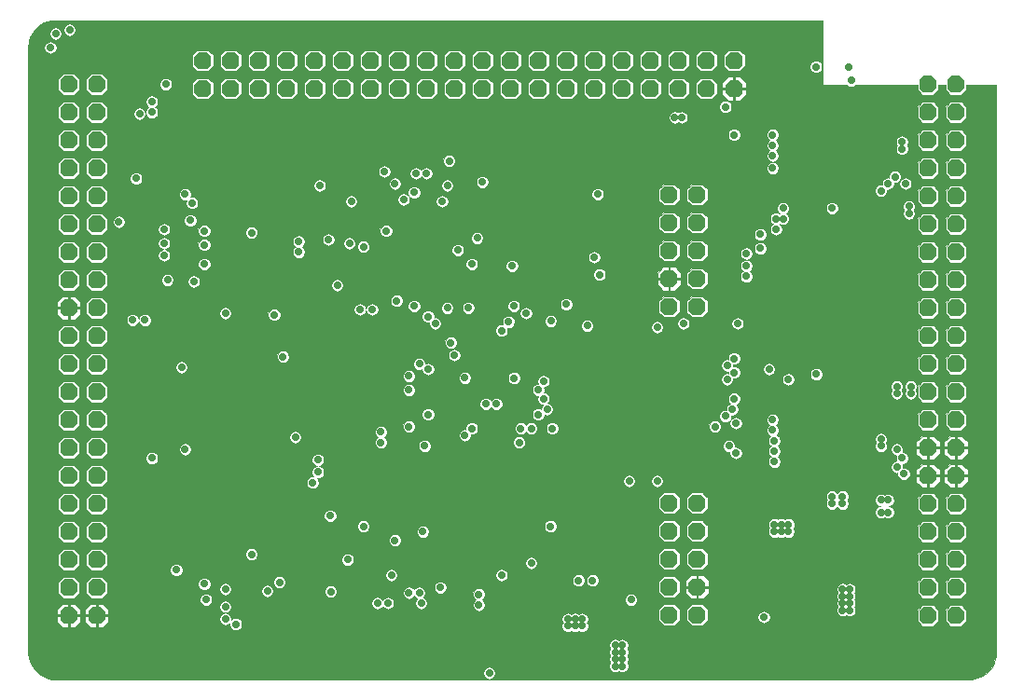
<source format=gbr>
G04 #@! TF.GenerationSoftware,KiCad,Pcbnew,(5.99.0-296-g10468236c)*
G04 #@! TF.CreationDate,2020-04-10T19:10:06+02:00*
G04 #@! TF.ProjectId,kimkong,6b696d6b-6f6e-4672-9e6b-696361645f70,rev?*
G04 #@! TF.SameCoordinates,Original*
G04 #@! TF.FileFunction,Copper,L2,Inr*
G04 #@! TF.FilePolarity,Positive*
%FSLAX46Y46*%
G04 Gerber Fmt 4.6, Leading zero omitted, Abs format (unit mm)*
G04 Created by KiCad (PCBNEW (5.99.0-296-g10468236c)) date 2020-04-10 19:10:06*
%MOMM*%
%LPD*%
G04 APERTURE LIST*
%ADD10C,0.711200*%
%ADD11C,6.000000*%
%ADD12C,0.101600*%
G04 APERTURE END LIST*
G04 #@! TA.AperFunction,ViaPad*
G36*
X108993100Y-128752601D02*
G01*
X108993100Y-129514600D01*
X108612099Y-129895600D01*
X107850100Y-129895600D01*
X107469100Y-129514599D01*
X107469100Y-128752600D01*
X107850101Y-128371600D01*
X108612100Y-128371600D01*
X108993100Y-128752601D01*
G37*
G04 #@! TD.AperFunction*
G04 #@! TA.AperFunction,ViaPad*
G36*
X111533100Y-128752601D02*
G01*
X111533100Y-129514600D01*
X111152099Y-129895600D01*
X110390100Y-129895600D01*
X110009100Y-129514599D01*
X110009100Y-128752600D01*
X110390101Y-128371600D01*
X111152100Y-128371600D01*
X111533100Y-128752601D01*
G37*
G04 #@! TD.AperFunction*
G04 #@! TA.AperFunction,ViaPad*
G36*
X108993100Y-126212601D02*
G01*
X108993100Y-126974600D01*
X108612099Y-127355600D01*
X107850100Y-127355600D01*
X107469100Y-126974599D01*
X107469100Y-126212600D01*
X107850101Y-125831600D01*
X108612100Y-125831600D01*
X108993100Y-126212601D01*
G37*
G04 #@! TD.AperFunction*
G04 #@! TA.AperFunction,ViaPad*
G36*
X111533100Y-126212601D02*
G01*
X111533100Y-126974600D01*
X111152099Y-127355600D01*
X110390100Y-127355600D01*
X110009100Y-126974599D01*
X110009100Y-126212600D01*
X110390101Y-125831600D01*
X111152100Y-125831600D01*
X111533100Y-126212601D01*
G37*
G04 #@! TD.AperFunction*
G04 #@! TA.AperFunction,ViaPad*
G36*
X108993100Y-123672601D02*
G01*
X108993100Y-124434600D01*
X108612099Y-124815600D01*
X107850100Y-124815600D01*
X107469100Y-124434599D01*
X107469100Y-123672600D01*
X107850101Y-123291600D01*
X108612100Y-123291600D01*
X108993100Y-123672601D01*
G37*
G04 #@! TD.AperFunction*
G04 #@! TA.AperFunction,ViaPad*
G36*
X111533100Y-123672601D02*
G01*
X111533100Y-124434600D01*
X111152099Y-124815600D01*
X110390100Y-124815600D01*
X110009100Y-124434599D01*
X110009100Y-123672600D01*
X110390101Y-123291600D01*
X111152100Y-123291600D01*
X111533100Y-123672601D01*
G37*
G04 #@! TD.AperFunction*
G04 #@! TA.AperFunction,ViaPad*
G36*
X108993100Y-121132601D02*
G01*
X108993100Y-121894600D01*
X108612099Y-122275600D01*
X107850100Y-122275600D01*
X107469100Y-121894599D01*
X107469100Y-121132600D01*
X107850101Y-120751600D01*
X108612100Y-120751600D01*
X108993100Y-121132601D01*
G37*
G04 #@! TD.AperFunction*
G04 #@! TA.AperFunction,ViaPad*
G36*
X111533100Y-121132601D02*
G01*
X111533100Y-121894600D01*
X111152099Y-122275600D01*
X110390100Y-122275600D01*
X110009100Y-121894599D01*
X110009100Y-121132600D01*
X110390101Y-120751600D01*
X111152100Y-120751600D01*
X111533100Y-121132601D01*
G37*
G04 #@! TD.AperFunction*
G04 #@! TA.AperFunction,ViaPad*
G36*
X108993100Y-118592601D02*
G01*
X108993100Y-119354600D01*
X108612099Y-119735600D01*
X107850100Y-119735600D01*
X107469100Y-119354599D01*
X107469100Y-118592600D01*
X107850101Y-118211600D01*
X108612100Y-118211600D01*
X108993100Y-118592601D01*
G37*
G04 #@! TD.AperFunction*
G04 #@! TA.AperFunction,ViaPad*
G36*
X111533100Y-118592601D02*
G01*
X111533100Y-119354600D01*
X111152099Y-119735600D01*
X110390100Y-119735600D01*
X110009100Y-119354599D01*
X110009100Y-118592600D01*
X110390101Y-118211600D01*
X111152100Y-118211600D01*
X111533100Y-118592601D01*
G37*
G04 #@! TD.AperFunction*
G04 #@! TA.AperFunction,ViaPad*
G36*
X108993100Y-116052601D02*
G01*
X108993100Y-116814600D01*
X108612099Y-117195600D01*
X107850100Y-117195600D01*
X107469100Y-116814599D01*
X107469100Y-116052600D01*
X107850101Y-115671600D01*
X108612100Y-115671600D01*
X108993100Y-116052601D01*
G37*
G04 #@! TD.AperFunction*
G04 #@! TA.AperFunction,ViaPad*
G36*
X111533100Y-116052601D02*
G01*
X111533100Y-116814600D01*
X111152099Y-117195600D01*
X110390100Y-117195600D01*
X110009100Y-116814599D01*
X110009100Y-116052600D01*
X110390101Y-115671600D01*
X111152100Y-115671600D01*
X111533100Y-116052601D01*
G37*
G04 #@! TD.AperFunction*
G04 #@! TA.AperFunction,ViaPad*
G36*
X108993100Y-113512601D02*
G01*
X108993100Y-114274600D01*
X108612099Y-114655600D01*
X107850100Y-114655600D01*
X107469100Y-114274599D01*
X107469100Y-113512600D01*
X107850101Y-113131600D01*
X108612100Y-113131600D01*
X108993100Y-113512601D01*
G37*
G04 #@! TD.AperFunction*
G04 #@! TA.AperFunction,ViaPad*
G36*
X111533100Y-113512601D02*
G01*
X111533100Y-114274600D01*
X111152099Y-114655600D01*
X110390100Y-114655600D01*
X110009100Y-114274599D01*
X110009100Y-113512600D01*
X110390101Y-113131600D01*
X111152100Y-113131600D01*
X111533100Y-113512601D01*
G37*
G04 #@! TD.AperFunction*
G04 #@! TA.AperFunction,ViaPad*
G36*
X108993100Y-110972601D02*
G01*
X108993100Y-111734600D01*
X108612099Y-112115600D01*
X107850100Y-112115600D01*
X107469100Y-111734599D01*
X107469100Y-110972600D01*
X107850101Y-110591600D01*
X108612100Y-110591600D01*
X108993100Y-110972601D01*
G37*
G04 #@! TD.AperFunction*
G04 #@! TA.AperFunction,ViaPad*
G36*
X111533100Y-110972601D02*
G01*
X111533100Y-111734600D01*
X111152099Y-112115600D01*
X110390100Y-112115600D01*
X110009100Y-111734599D01*
X110009100Y-110972600D01*
X110390101Y-110591600D01*
X111152100Y-110591600D01*
X111533100Y-110972601D01*
G37*
G04 #@! TD.AperFunction*
G04 #@! TA.AperFunction,ViaPad*
G36*
X108993100Y-108432601D02*
G01*
X108993100Y-109194600D01*
X108612099Y-109575600D01*
X107850100Y-109575600D01*
X107469100Y-109194599D01*
X107469100Y-108432600D01*
X107850101Y-108051600D01*
X108612100Y-108051600D01*
X108993100Y-108432601D01*
G37*
G04 #@! TD.AperFunction*
G04 #@! TA.AperFunction,ViaPad*
G36*
X111533100Y-108432601D02*
G01*
X111533100Y-109194600D01*
X111152099Y-109575600D01*
X110390100Y-109575600D01*
X110009100Y-109194599D01*
X110009100Y-108432600D01*
X110390101Y-108051600D01*
X111152100Y-108051600D01*
X111533100Y-108432601D01*
G37*
G04 #@! TD.AperFunction*
G04 #@! TA.AperFunction,ViaPad*
G36*
X108993100Y-105892601D02*
G01*
X108993100Y-106654600D01*
X108612099Y-107035600D01*
X107850100Y-107035600D01*
X107469100Y-106654599D01*
X107469100Y-105892600D01*
X107850101Y-105511600D01*
X108612100Y-105511600D01*
X108993100Y-105892601D01*
G37*
G04 #@! TD.AperFunction*
G04 #@! TA.AperFunction,ViaPad*
G36*
X111533100Y-105892601D02*
G01*
X111533100Y-106654600D01*
X111152099Y-107035600D01*
X110390100Y-107035600D01*
X110009100Y-106654599D01*
X110009100Y-105892600D01*
X110390101Y-105511600D01*
X111152100Y-105511600D01*
X111533100Y-105892601D01*
G37*
G04 #@! TD.AperFunction*
G04 #@! TA.AperFunction,ViaPad*
G36*
X108993100Y-103352601D02*
G01*
X108993100Y-104114600D01*
X108612099Y-104495600D01*
X107850100Y-104495600D01*
X107469100Y-104114599D01*
X107469100Y-103352600D01*
X107850101Y-102971600D01*
X108612100Y-102971600D01*
X108993100Y-103352601D01*
G37*
G04 #@! TD.AperFunction*
G04 #@! TA.AperFunction,ViaPad*
G36*
X111533100Y-103352601D02*
G01*
X111533100Y-104114600D01*
X111152099Y-104495600D01*
X110390100Y-104495600D01*
X110009100Y-104114599D01*
X110009100Y-103352600D01*
X110390101Y-102971600D01*
X111152100Y-102971600D01*
X111533100Y-103352601D01*
G37*
G04 #@! TD.AperFunction*
G04 #@! TA.AperFunction,ViaPad*
G36*
X108993100Y-100812601D02*
G01*
X108993100Y-101574600D01*
X108612099Y-101955600D01*
X107850100Y-101955600D01*
X107469100Y-101574599D01*
X107469100Y-100812600D01*
X107850101Y-100431600D01*
X108612100Y-100431600D01*
X108993100Y-100812601D01*
G37*
G04 #@! TD.AperFunction*
G04 #@! TA.AperFunction,ViaPad*
G36*
X111533100Y-100812601D02*
G01*
X111533100Y-101574600D01*
X111152099Y-101955600D01*
X110390100Y-101955600D01*
X110009100Y-101574599D01*
X110009100Y-100812600D01*
X110390101Y-100431600D01*
X111152100Y-100431600D01*
X111533100Y-100812601D01*
G37*
G04 #@! TD.AperFunction*
G04 #@! TA.AperFunction,ViaPad*
G36*
X108993100Y-98272601D02*
G01*
X108993100Y-99034600D01*
X108612099Y-99415600D01*
X107850100Y-99415600D01*
X107469100Y-99034599D01*
X107469100Y-98272600D01*
X107850101Y-97891600D01*
X108612100Y-97891600D01*
X108993100Y-98272601D01*
G37*
G04 #@! TD.AperFunction*
G04 #@! TA.AperFunction,ViaPad*
G36*
X111533100Y-98272601D02*
G01*
X111533100Y-99034600D01*
X111152099Y-99415600D01*
X110390100Y-99415600D01*
X110009100Y-99034599D01*
X110009100Y-98272600D01*
X110390101Y-97891600D01*
X111152100Y-97891600D01*
X111533100Y-98272601D01*
G37*
G04 #@! TD.AperFunction*
G04 #@! TA.AperFunction,ViaPad*
G36*
X108993100Y-95732601D02*
G01*
X108993100Y-96494600D01*
X108612099Y-96875600D01*
X107850100Y-96875600D01*
X107469100Y-96494599D01*
X107469100Y-95732600D01*
X107850101Y-95351600D01*
X108612100Y-95351600D01*
X108993100Y-95732601D01*
G37*
G04 #@! TD.AperFunction*
G04 #@! TA.AperFunction,ViaPad*
G36*
X111533100Y-95732601D02*
G01*
X111533100Y-96494600D01*
X111152099Y-96875600D01*
X110390100Y-96875600D01*
X110009100Y-96494599D01*
X110009100Y-95732600D01*
X110390101Y-95351600D01*
X111152100Y-95351600D01*
X111533100Y-95732601D01*
G37*
G04 #@! TD.AperFunction*
G04 #@! TA.AperFunction,ViaPad*
G36*
X108993100Y-93192601D02*
G01*
X108993100Y-93954600D01*
X108612099Y-94335600D01*
X107850100Y-94335600D01*
X107469100Y-93954599D01*
X107469100Y-93192600D01*
X107850101Y-92811600D01*
X108612100Y-92811600D01*
X108993100Y-93192601D01*
G37*
G04 #@! TD.AperFunction*
G04 #@! TA.AperFunction,ViaPad*
G36*
X111533100Y-93192601D02*
G01*
X111533100Y-93954600D01*
X111152099Y-94335600D01*
X110390100Y-94335600D01*
X110009100Y-93954599D01*
X110009100Y-93192600D01*
X110390101Y-92811600D01*
X111152100Y-92811600D01*
X111533100Y-93192601D01*
G37*
G04 #@! TD.AperFunction*
G04 #@! TA.AperFunction,ViaPad*
G36*
X108993100Y-90652601D02*
G01*
X108993100Y-91414600D01*
X108612099Y-91795600D01*
X107850100Y-91795600D01*
X107469100Y-91414599D01*
X107469100Y-90652600D01*
X107850101Y-90271600D01*
X108612100Y-90271600D01*
X108993100Y-90652601D01*
G37*
G04 #@! TD.AperFunction*
G04 #@! TA.AperFunction,ViaPad*
G36*
X111533100Y-90652601D02*
G01*
X111533100Y-91414600D01*
X111152099Y-91795600D01*
X110390100Y-91795600D01*
X110009100Y-91414599D01*
X110009100Y-90652600D01*
X110390101Y-90271600D01*
X111152100Y-90271600D01*
X111533100Y-90652601D01*
G37*
G04 #@! TD.AperFunction*
G04 #@! TA.AperFunction,ViaPad*
G36*
X108993100Y-88112601D02*
G01*
X108993100Y-88874600D01*
X108612099Y-89255600D01*
X107850100Y-89255600D01*
X107469100Y-88874599D01*
X107469100Y-88112600D01*
X107850101Y-87731600D01*
X108612100Y-87731600D01*
X108993100Y-88112601D01*
G37*
G04 #@! TD.AperFunction*
G04 #@! TA.AperFunction,ViaPad*
G36*
X111533100Y-88112601D02*
G01*
X111533100Y-88874600D01*
X111152099Y-89255600D01*
X110390100Y-89255600D01*
X110009100Y-88874599D01*
X110009100Y-88112600D01*
X110390101Y-87731600D01*
X111152100Y-87731600D01*
X111533100Y-88112601D01*
G37*
G04 #@! TD.AperFunction*
G04 #@! TA.AperFunction,ViaPad*
G36*
X108993100Y-85572601D02*
G01*
X108993100Y-86334600D01*
X108612099Y-86715600D01*
X107850100Y-86715600D01*
X107469100Y-86334599D01*
X107469100Y-85572600D01*
X107850101Y-85191600D01*
X108612100Y-85191600D01*
X108993100Y-85572601D01*
G37*
G04 #@! TD.AperFunction*
G04 #@! TA.AperFunction,ViaPad*
G36*
X111533100Y-85572601D02*
G01*
X111533100Y-86334600D01*
X111152099Y-86715600D01*
X110390100Y-86715600D01*
X110009100Y-86334599D01*
X110009100Y-85572600D01*
X110390101Y-85191600D01*
X111152100Y-85191600D01*
X111533100Y-85572601D01*
G37*
G04 #@! TD.AperFunction*
G04 #@! TA.AperFunction,ViaPad*
G36*
X108993100Y-83032601D02*
G01*
X108993100Y-83794600D01*
X108612099Y-84175600D01*
X107850100Y-84175600D01*
X107469100Y-83794599D01*
X107469100Y-83032600D01*
X107850101Y-82651600D01*
X108612100Y-82651600D01*
X108993100Y-83032601D01*
G37*
G04 #@! TD.AperFunction*
G04 #@! TA.AperFunction,ViaPad*
G36*
X111533100Y-83032601D02*
G01*
X111533100Y-83794600D01*
X111152099Y-84175600D01*
X110390100Y-84175600D01*
X110009100Y-83794599D01*
X110009100Y-83032600D01*
X110390101Y-82651600D01*
X111152100Y-82651600D01*
X111533100Y-83032601D01*
G37*
G04 #@! TD.AperFunction*
G04 #@! TA.AperFunction,ViaPad*
G36*
X108993100Y-80492601D02*
G01*
X108993100Y-81254600D01*
X108612099Y-81635600D01*
X107850100Y-81635600D01*
X107469100Y-81254599D01*
X107469100Y-80492600D01*
X107850101Y-80111600D01*
X108612100Y-80111600D01*
X108993100Y-80492601D01*
G37*
G04 #@! TD.AperFunction*
G04 #@! TA.AperFunction,ViaPad*
G36*
X111533100Y-80492601D02*
G01*
X111533100Y-81254600D01*
X111152099Y-81635600D01*
X110390100Y-81635600D01*
X110009100Y-81254599D01*
X110009100Y-80492600D01*
X110390101Y-80111600D01*
X111152100Y-80111600D01*
X111533100Y-80492601D01*
G37*
G04 #@! TD.AperFunction*
G04 #@! TA.AperFunction,ViaPad*
G36*
X168250101Y-80511600D02*
G01*
X169012100Y-80511600D01*
X169393100Y-80892601D01*
X169393100Y-81654600D01*
X169012099Y-82035600D01*
X168250100Y-82035600D01*
X167869100Y-81654599D01*
X167869100Y-80892600D01*
X168250101Y-80511600D01*
G37*
G04 #@! TD.AperFunction*
G04 #@! TA.AperFunction,ViaPad*
G36*
X168250101Y-77971600D02*
G01*
X169012100Y-77971600D01*
X169393100Y-78352601D01*
X169393100Y-79114600D01*
X169012099Y-79495600D01*
X168250100Y-79495600D01*
X167869100Y-79114599D01*
X167869100Y-78352600D01*
X168250101Y-77971600D01*
G37*
G04 #@! TD.AperFunction*
G04 #@! TA.AperFunction,ViaPad*
G36*
X165710101Y-80511600D02*
G01*
X166472100Y-80511600D01*
X166853100Y-80892601D01*
X166853100Y-81654600D01*
X166472099Y-82035600D01*
X165710100Y-82035600D01*
X165329100Y-81654599D01*
X165329100Y-80892600D01*
X165710101Y-80511600D01*
G37*
G04 #@! TD.AperFunction*
G04 #@! TA.AperFunction,ViaPad*
G36*
X165710101Y-77971600D02*
G01*
X166472100Y-77971600D01*
X166853100Y-78352601D01*
X166853100Y-79114600D01*
X166472099Y-79495600D01*
X165710100Y-79495600D01*
X165329100Y-79114599D01*
X165329100Y-78352600D01*
X165710101Y-77971600D01*
G37*
G04 #@! TD.AperFunction*
G04 #@! TA.AperFunction,ViaPad*
G36*
X163170101Y-80511600D02*
G01*
X163932100Y-80511600D01*
X164313100Y-80892601D01*
X164313100Y-81654600D01*
X163932099Y-82035600D01*
X163170100Y-82035600D01*
X162789100Y-81654599D01*
X162789100Y-80892600D01*
X163170101Y-80511600D01*
G37*
G04 #@! TD.AperFunction*
G04 #@! TA.AperFunction,ViaPad*
G36*
X163170101Y-77971600D02*
G01*
X163932100Y-77971600D01*
X164313100Y-78352601D01*
X164313100Y-79114600D01*
X163932099Y-79495600D01*
X163170100Y-79495600D01*
X162789100Y-79114599D01*
X162789100Y-78352600D01*
X163170101Y-77971600D01*
G37*
G04 #@! TD.AperFunction*
G04 #@! TA.AperFunction,ViaPad*
G36*
X160630101Y-80511600D02*
G01*
X161392100Y-80511600D01*
X161773100Y-80892601D01*
X161773100Y-81654600D01*
X161392099Y-82035600D01*
X160630100Y-82035600D01*
X160249100Y-81654599D01*
X160249100Y-80892600D01*
X160630101Y-80511600D01*
G37*
G04 #@! TD.AperFunction*
G04 #@! TA.AperFunction,ViaPad*
G36*
X160630101Y-77971600D02*
G01*
X161392100Y-77971600D01*
X161773100Y-78352601D01*
X161773100Y-79114600D01*
X161392099Y-79495600D01*
X160630100Y-79495600D01*
X160249100Y-79114599D01*
X160249100Y-78352600D01*
X160630101Y-77971600D01*
G37*
G04 #@! TD.AperFunction*
G04 #@! TA.AperFunction,ViaPad*
G36*
X158090101Y-80511600D02*
G01*
X158852100Y-80511600D01*
X159233100Y-80892601D01*
X159233100Y-81654600D01*
X158852099Y-82035600D01*
X158090100Y-82035600D01*
X157709100Y-81654599D01*
X157709100Y-80892600D01*
X158090101Y-80511600D01*
G37*
G04 #@! TD.AperFunction*
G04 #@! TA.AperFunction,ViaPad*
G36*
X158090101Y-77971600D02*
G01*
X158852100Y-77971600D01*
X159233100Y-78352601D01*
X159233100Y-79114600D01*
X158852099Y-79495600D01*
X158090100Y-79495600D01*
X157709100Y-79114599D01*
X157709100Y-78352600D01*
X158090101Y-77971600D01*
G37*
G04 #@! TD.AperFunction*
G04 #@! TA.AperFunction,ViaPad*
G36*
X155550101Y-80511600D02*
G01*
X156312100Y-80511600D01*
X156693100Y-80892601D01*
X156693100Y-81654600D01*
X156312099Y-82035600D01*
X155550100Y-82035600D01*
X155169100Y-81654599D01*
X155169100Y-80892600D01*
X155550101Y-80511600D01*
G37*
G04 #@! TD.AperFunction*
G04 #@! TA.AperFunction,ViaPad*
G36*
X155550101Y-77971600D02*
G01*
X156312100Y-77971600D01*
X156693100Y-78352601D01*
X156693100Y-79114600D01*
X156312099Y-79495600D01*
X155550100Y-79495600D01*
X155169100Y-79114599D01*
X155169100Y-78352600D01*
X155550101Y-77971600D01*
G37*
G04 #@! TD.AperFunction*
G04 #@! TA.AperFunction,ViaPad*
G36*
X153010101Y-80511600D02*
G01*
X153772100Y-80511600D01*
X154153100Y-80892601D01*
X154153100Y-81654600D01*
X153772099Y-82035600D01*
X153010100Y-82035600D01*
X152629100Y-81654599D01*
X152629100Y-80892600D01*
X153010101Y-80511600D01*
G37*
G04 #@! TD.AperFunction*
G04 #@! TA.AperFunction,ViaPad*
G36*
X153010101Y-77971600D02*
G01*
X153772100Y-77971600D01*
X154153100Y-78352601D01*
X154153100Y-79114600D01*
X153772099Y-79495600D01*
X153010100Y-79495600D01*
X152629100Y-79114599D01*
X152629100Y-78352600D01*
X153010101Y-77971600D01*
G37*
G04 #@! TD.AperFunction*
G04 #@! TA.AperFunction,ViaPad*
G36*
X150470101Y-80511600D02*
G01*
X151232100Y-80511600D01*
X151613100Y-80892601D01*
X151613100Y-81654600D01*
X151232099Y-82035600D01*
X150470100Y-82035600D01*
X150089100Y-81654599D01*
X150089100Y-80892600D01*
X150470101Y-80511600D01*
G37*
G04 #@! TD.AperFunction*
G04 #@! TA.AperFunction,ViaPad*
G36*
X150470101Y-77971600D02*
G01*
X151232100Y-77971600D01*
X151613100Y-78352601D01*
X151613100Y-79114600D01*
X151232099Y-79495600D01*
X150470100Y-79495600D01*
X150089100Y-79114599D01*
X150089100Y-78352600D01*
X150470101Y-77971600D01*
G37*
G04 #@! TD.AperFunction*
G04 #@! TA.AperFunction,ViaPad*
G36*
X147930101Y-80511600D02*
G01*
X148692100Y-80511600D01*
X149073100Y-80892601D01*
X149073100Y-81654600D01*
X148692099Y-82035600D01*
X147930100Y-82035600D01*
X147549100Y-81654599D01*
X147549100Y-80892600D01*
X147930101Y-80511600D01*
G37*
G04 #@! TD.AperFunction*
G04 #@! TA.AperFunction,ViaPad*
G36*
X147930101Y-77971600D02*
G01*
X148692100Y-77971600D01*
X149073100Y-78352601D01*
X149073100Y-79114600D01*
X148692099Y-79495600D01*
X147930100Y-79495600D01*
X147549100Y-79114599D01*
X147549100Y-78352600D01*
X147930101Y-77971600D01*
G37*
G04 #@! TD.AperFunction*
G04 #@! TA.AperFunction,ViaPad*
G36*
X145390101Y-80511600D02*
G01*
X146152100Y-80511600D01*
X146533100Y-80892601D01*
X146533100Y-81654600D01*
X146152099Y-82035600D01*
X145390100Y-82035600D01*
X145009100Y-81654599D01*
X145009100Y-80892600D01*
X145390101Y-80511600D01*
G37*
G04 #@! TD.AperFunction*
G04 #@! TA.AperFunction,ViaPad*
G36*
X145390101Y-77971600D02*
G01*
X146152100Y-77971600D01*
X146533100Y-78352601D01*
X146533100Y-79114600D01*
X146152099Y-79495600D01*
X145390100Y-79495600D01*
X145009100Y-79114599D01*
X145009100Y-78352600D01*
X145390101Y-77971600D01*
G37*
G04 #@! TD.AperFunction*
G04 #@! TA.AperFunction,ViaPad*
G36*
X142850101Y-80511600D02*
G01*
X143612100Y-80511600D01*
X143993100Y-80892601D01*
X143993100Y-81654600D01*
X143612099Y-82035600D01*
X142850100Y-82035600D01*
X142469100Y-81654599D01*
X142469100Y-80892600D01*
X142850101Y-80511600D01*
G37*
G04 #@! TD.AperFunction*
G04 #@! TA.AperFunction,ViaPad*
G36*
X142850101Y-77971600D02*
G01*
X143612100Y-77971600D01*
X143993100Y-78352601D01*
X143993100Y-79114600D01*
X143612099Y-79495600D01*
X142850100Y-79495600D01*
X142469100Y-79114599D01*
X142469100Y-78352600D01*
X142850101Y-77971600D01*
G37*
G04 #@! TD.AperFunction*
G04 #@! TA.AperFunction,ViaPad*
G36*
X140310101Y-80511600D02*
G01*
X141072100Y-80511600D01*
X141453100Y-80892601D01*
X141453100Y-81654600D01*
X141072099Y-82035600D01*
X140310100Y-82035600D01*
X139929100Y-81654599D01*
X139929100Y-80892600D01*
X140310101Y-80511600D01*
G37*
G04 #@! TD.AperFunction*
G04 #@! TA.AperFunction,ViaPad*
G36*
X140310101Y-77971600D02*
G01*
X141072100Y-77971600D01*
X141453100Y-78352601D01*
X141453100Y-79114600D01*
X141072099Y-79495600D01*
X140310100Y-79495600D01*
X139929100Y-79114599D01*
X139929100Y-78352600D01*
X140310101Y-77971600D01*
G37*
G04 #@! TD.AperFunction*
G04 #@! TA.AperFunction,ViaPad*
G36*
X137770101Y-80511600D02*
G01*
X138532100Y-80511600D01*
X138913100Y-80892601D01*
X138913100Y-81654600D01*
X138532099Y-82035600D01*
X137770100Y-82035600D01*
X137389100Y-81654599D01*
X137389100Y-80892600D01*
X137770101Y-80511600D01*
G37*
G04 #@! TD.AperFunction*
G04 #@! TA.AperFunction,ViaPad*
G36*
X137770101Y-77971600D02*
G01*
X138532100Y-77971600D01*
X138913100Y-78352601D01*
X138913100Y-79114600D01*
X138532099Y-79495600D01*
X137770100Y-79495600D01*
X137389100Y-79114599D01*
X137389100Y-78352600D01*
X137770101Y-77971600D01*
G37*
G04 #@! TD.AperFunction*
G04 #@! TA.AperFunction,ViaPad*
G36*
X135230101Y-80511600D02*
G01*
X135992100Y-80511600D01*
X136373100Y-80892601D01*
X136373100Y-81654600D01*
X135992099Y-82035600D01*
X135230100Y-82035600D01*
X134849100Y-81654599D01*
X134849100Y-80892600D01*
X135230101Y-80511600D01*
G37*
G04 #@! TD.AperFunction*
G04 #@! TA.AperFunction,ViaPad*
G36*
X135230101Y-77971600D02*
G01*
X135992100Y-77971600D01*
X136373100Y-78352601D01*
X136373100Y-79114600D01*
X135992099Y-79495600D01*
X135230100Y-79495600D01*
X134849100Y-79114599D01*
X134849100Y-78352600D01*
X135230101Y-77971600D01*
G37*
G04 #@! TD.AperFunction*
G04 #@! TA.AperFunction,ViaPad*
G36*
X132690101Y-80511600D02*
G01*
X133452100Y-80511600D01*
X133833100Y-80892601D01*
X133833100Y-81654600D01*
X133452099Y-82035600D01*
X132690100Y-82035600D01*
X132309100Y-81654599D01*
X132309100Y-80892600D01*
X132690101Y-80511600D01*
G37*
G04 #@! TD.AperFunction*
G04 #@! TA.AperFunction,ViaPad*
G36*
X132690101Y-77971600D02*
G01*
X133452100Y-77971600D01*
X133833100Y-78352601D01*
X133833100Y-79114600D01*
X133452099Y-79495600D01*
X132690100Y-79495600D01*
X132309100Y-79114599D01*
X132309100Y-78352600D01*
X132690101Y-77971600D01*
G37*
G04 #@! TD.AperFunction*
G04 #@! TA.AperFunction,ViaPad*
G36*
X130150101Y-80511600D02*
G01*
X130912100Y-80511600D01*
X131293100Y-80892601D01*
X131293100Y-81654600D01*
X130912099Y-82035600D01*
X130150100Y-82035600D01*
X129769100Y-81654599D01*
X129769100Y-80892600D01*
X130150101Y-80511600D01*
G37*
G04 #@! TD.AperFunction*
G04 #@! TA.AperFunction,ViaPad*
G36*
X130150101Y-77971600D02*
G01*
X130912100Y-77971600D01*
X131293100Y-78352601D01*
X131293100Y-79114600D01*
X130912099Y-79495600D01*
X130150100Y-79495600D01*
X129769100Y-79114599D01*
X129769100Y-78352600D01*
X130150101Y-77971600D01*
G37*
G04 #@! TD.AperFunction*
G04 #@! TA.AperFunction,ViaPad*
G36*
X127610101Y-80511600D02*
G01*
X128372100Y-80511600D01*
X128753100Y-80892601D01*
X128753100Y-81654600D01*
X128372099Y-82035600D01*
X127610100Y-82035600D01*
X127229100Y-81654599D01*
X127229100Y-80892600D01*
X127610101Y-80511600D01*
G37*
G04 #@! TD.AperFunction*
G04 #@! TA.AperFunction,ViaPad*
G36*
X127610101Y-77971600D02*
G01*
X128372100Y-77971600D01*
X128753100Y-78352601D01*
X128753100Y-79114600D01*
X128372099Y-79495600D01*
X127610100Y-79495600D01*
X127229100Y-79114599D01*
X127229100Y-78352600D01*
X127610101Y-77971600D01*
G37*
G04 #@! TD.AperFunction*
G04 #@! TA.AperFunction,ViaPad*
G36*
X125070101Y-80511600D02*
G01*
X125832100Y-80511600D01*
X126213100Y-80892601D01*
X126213100Y-81654600D01*
X125832099Y-82035600D01*
X125070100Y-82035600D01*
X124689100Y-81654599D01*
X124689100Y-80892600D01*
X125070101Y-80511600D01*
G37*
G04 #@! TD.AperFunction*
G04 #@! TA.AperFunction,ViaPad*
G36*
X125070101Y-77971600D02*
G01*
X125832100Y-77971600D01*
X126213100Y-78352601D01*
X126213100Y-79114600D01*
X125832099Y-79495600D01*
X125070100Y-79495600D01*
X124689100Y-79114599D01*
X124689100Y-78352600D01*
X125070101Y-77971600D01*
G37*
G04 #@! TD.AperFunction*
G04 #@! TA.AperFunction,ViaPad*
G36*
X122530101Y-80511600D02*
G01*
X123292100Y-80511600D01*
X123673100Y-80892601D01*
X123673100Y-81654600D01*
X123292099Y-82035600D01*
X122530100Y-82035600D01*
X122149100Y-81654599D01*
X122149100Y-80892600D01*
X122530101Y-80511600D01*
G37*
G04 #@! TD.AperFunction*
G04 #@! TA.AperFunction,ViaPad*
G36*
X122530101Y-77971600D02*
G01*
X123292100Y-77971600D01*
X123673100Y-78352601D01*
X123673100Y-79114600D01*
X123292099Y-79495600D01*
X122530100Y-79495600D01*
X122149100Y-79114599D01*
X122149100Y-78352600D01*
X122530101Y-77971600D01*
G37*
G04 #@! TD.AperFunction*
G04 #@! TA.AperFunction,ViaPad*
G36*
X119990101Y-80511600D02*
G01*
X120752100Y-80511600D01*
X121133100Y-80892601D01*
X121133100Y-81654600D01*
X120752099Y-82035600D01*
X119990100Y-82035600D01*
X119609100Y-81654599D01*
X119609100Y-80892600D01*
X119990101Y-80511600D01*
G37*
G04 #@! TD.AperFunction*
G04 #@! TA.AperFunction,ViaPad*
G36*
X119990101Y-77971600D02*
G01*
X120752100Y-77971600D01*
X121133100Y-78352601D01*
X121133100Y-79114600D01*
X120752099Y-79495600D01*
X119990100Y-79495600D01*
X119609100Y-79114599D01*
X119609100Y-78352600D01*
X119990101Y-77971600D01*
G37*
G04 #@! TD.AperFunction*
G04 #@! TA.AperFunction,ViaPad*
G36*
X186993100Y-128752601D02*
G01*
X186993100Y-129514600D01*
X186612099Y-129895600D01*
X185850100Y-129895600D01*
X185469100Y-129514599D01*
X185469100Y-128752600D01*
X185850101Y-128371600D01*
X186612100Y-128371600D01*
X186993100Y-128752601D01*
G37*
G04 #@! TD.AperFunction*
G04 #@! TA.AperFunction,ViaPad*
G36*
X189533100Y-128752601D02*
G01*
X189533100Y-129514600D01*
X189152099Y-129895600D01*
X188390100Y-129895600D01*
X188009100Y-129514599D01*
X188009100Y-128752600D01*
X188390101Y-128371600D01*
X189152100Y-128371600D01*
X189533100Y-128752601D01*
G37*
G04 #@! TD.AperFunction*
G04 #@! TA.AperFunction,ViaPad*
G36*
X186993100Y-126212601D02*
G01*
X186993100Y-126974600D01*
X186612099Y-127355600D01*
X185850100Y-127355600D01*
X185469100Y-126974599D01*
X185469100Y-126212600D01*
X185850101Y-125831600D01*
X186612100Y-125831600D01*
X186993100Y-126212601D01*
G37*
G04 #@! TD.AperFunction*
G04 #@! TA.AperFunction,ViaPad*
G36*
X189533100Y-126212601D02*
G01*
X189533100Y-126974600D01*
X189152099Y-127355600D01*
X188390100Y-127355600D01*
X188009100Y-126974599D01*
X188009100Y-126212600D01*
X188390101Y-125831600D01*
X189152100Y-125831600D01*
X189533100Y-126212601D01*
G37*
G04 #@! TD.AperFunction*
G04 #@! TA.AperFunction,ViaPad*
G36*
X186993100Y-123672601D02*
G01*
X186993100Y-124434600D01*
X186612099Y-124815600D01*
X185850100Y-124815600D01*
X185469100Y-124434599D01*
X185469100Y-123672600D01*
X185850101Y-123291600D01*
X186612100Y-123291600D01*
X186993100Y-123672601D01*
G37*
G04 #@! TD.AperFunction*
G04 #@! TA.AperFunction,ViaPad*
G36*
X189533100Y-123672601D02*
G01*
X189533100Y-124434600D01*
X189152099Y-124815600D01*
X188390100Y-124815600D01*
X188009100Y-124434599D01*
X188009100Y-123672600D01*
X188390101Y-123291600D01*
X189152100Y-123291600D01*
X189533100Y-123672601D01*
G37*
G04 #@! TD.AperFunction*
G04 #@! TA.AperFunction,ViaPad*
G36*
X186993100Y-121132601D02*
G01*
X186993100Y-121894600D01*
X186612099Y-122275600D01*
X185850100Y-122275600D01*
X185469100Y-121894599D01*
X185469100Y-121132600D01*
X185850101Y-120751600D01*
X186612100Y-120751600D01*
X186993100Y-121132601D01*
G37*
G04 #@! TD.AperFunction*
G04 #@! TA.AperFunction,ViaPad*
G36*
X189533100Y-121132601D02*
G01*
X189533100Y-121894600D01*
X189152099Y-122275600D01*
X188390100Y-122275600D01*
X188009100Y-121894599D01*
X188009100Y-121132600D01*
X188390101Y-120751600D01*
X189152100Y-120751600D01*
X189533100Y-121132601D01*
G37*
G04 #@! TD.AperFunction*
G04 #@! TA.AperFunction,ViaPad*
G36*
X186993100Y-118592601D02*
G01*
X186993100Y-119354600D01*
X186612099Y-119735600D01*
X185850100Y-119735600D01*
X185469100Y-119354599D01*
X185469100Y-118592600D01*
X185850101Y-118211600D01*
X186612100Y-118211600D01*
X186993100Y-118592601D01*
G37*
G04 #@! TD.AperFunction*
G04 #@! TA.AperFunction,ViaPad*
G36*
X189533100Y-118592601D02*
G01*
X189533100Y-119354600D01*
X189152099Y-119735600D01*
X188390100Y-119735600D01*
X188009100Y-119354599D01*
X188009100Y-118592600D01*
X188390101Y-118211600D01*
X189152100Y-118211600D01*
X189533100Y-118592601D01*
G37*
G04 #@! TD.AperFunction*
G04 #@! TA.AperFunction,ViaPad*
G36*
X186993100Y-116052601D02*
G01*
X186993100Y-116814600D01*
X186612099Y-117195600D01*
X185850100Y-117195600D01*
X185469100Y-116814599D01*
X185469100Y-116052600D01*
X185850101Y-115671600D01*
X186612100Y-115671600D01*
X186993100Y-116052601D01*
G37*
G04 #@! TD.AperFunction*
G04 #@! TA.AperFunction,ViaPad*
G36*
X189533100Y-116052601D02*
G01*
X189533100Y-116814600D01*
X189152099Y-117195600D01*
X188390100Y-117195600D01*
X188009100Y-116814599D01*
X188009100Y-116052600D01*
X188390101Y-115671600D01*
X189152100Y-115671600D01*
X189533100Y-116052601D01*
G37*
G04 #@! TD.AperFunction*
G04 #@! TA.AperFunction,ViaPad*
G36*
X186993100Y-113512601D02*
G01*
X186993100Y-114274600D01*
X186612099Y-114655600D01*
X185850100Y-114655600D01*
X185469100Y-114274599D01*
X185469100Y-113512600D01*
X185850101Y-113131600D01*
X186612100Y-113131600D01*
X186993100Y-113512601D01*
G37*
G04 #@! TD.AperFunction*
G04 #@! TA.AperFunction,ViaPad*
G36*
X189533100Y-113512601D02*
G01*
X189533100Y-114274600D01*
X189152099Y-114655600D01*
X188390100Y-114655600D01*
X188009100Y-114274599D01*
X188009100Y-113512600D01*
X188390101Y-113131600D01*
X189152100Y-113131600D01*
X189533100Y-113512601D01*
G37*
G04 #@! TD.AperFunction*
G04 #@! TA.AperFunction,ViaPad*
G36*
X186993100Y-110972601D02*
G01*
X186993100Y-111734600D01*
X186612099Y-112115600D01*
X185850100Y-112115600D01*
X185469100Y-111734599D01*
X185469100Y-110972600D01*
X185850101Y-110591600D01*
X186612100Y-110591600D01*
X186993100Y-110972601D01*
G37*
G04 #@! TD.AperFunction*
G04 #@! TA.AperFunction,ViaPad*
G36*
X189533100Y-110972601D02*
G01*
X189533100Y-111734600D01*
X189152099Y-112115600D01*
X188390100Y-112115600D01*
X188009100Y-111734599D01*
X188009100Y-110972600D01*
X188390101Y-110591600D01*
X189152100Y-110591600D01*
X189533100Y-110972601D01*
G37*
G04 #@! TD.AperFunction*
G04 #@! TA.AperFunction,ViaPad*
G36*
X186993100Y-108432601D02*
G01*
X186993100Y-109194600D01*
X186612099Y-109575600D01*
X185850100Y-109575600D01*
X185469100Y-109194599D01*
X185469100Y-108432600D01*
X185850101Y-108051600D01*
X186612100Y-108051600D01*
X186993100Y-108432601D01*
G37*
G04 #@! TD.AperFunction*
G04 #@! TA.AperFunction,ViaPad*
G36*
X189533100Y-108432601D02*
G01*
X189533100Y-109194600D01*
X189152099Y-109575600D01*
X188390100Y-109575600D01*
X188009100Y-109194599D01*
X188009100Y-108432600D01*
X188390101Y-108051600D01*
X189152100Y-108051600D01*
X189533100Y-108432601D01*
G37*
G04 #@! TD.AperFunction*
G04 #@! TA.AperFunction,ViaPad*
G36*
X186993100Y-105892601D02*
G01*
X186993100Y-106654600D01*
X186612099Y-107035600D01*
X185850100Y-107035600D01*
X185469100Y-106654599D01*
X185469100Y-105892600D01*
X185850101Y-105511600D01*
X186612100Y-105511600D01*
X186993100Y-105892601D01*
G37*
G04 #@! TD.AperFunction*
G04 #@! TA.AperFunction,ViaPad*
G36*
X189533100Y-105892601D02*
G01*
X189533100Y-106654600D01*
X189152099Y-107035600D01*
X188390100Y-107035600D01*
X188009100Y-106654599D01*
X188009100Y-105892600D01*
X188390101Y-105511600D01*
X189152100Y-105511600D01*
X189533100Y-105892601D01*
G37*
G04 #@! TD.AperFunction*
G04 #@! TA.AperFunction,ViaPad*
G36*
X186993100Y-103352601D02*
G01*
X186993100Y-104114600D01*
X186612099Y-104495600D01*
X185850100Y-104495600D01*
X185469100Y-104114599D01*
X185469100Y-103352600D01*
X185850101Y-102971600D01*
X186612100Y-102971600D01*
X186993100Y-103352601D01*
G37*
G04 #@! TD.AperFunction*
G04 #@! TA.AperFunction,ViaPad*
G36*
X189533100Y-103352601D02*
G01*
X189533100Y-104114600D01*
X189152099Y-104495600D01*
X188390100Y-104495600D01*
X188009100Y-104114599D01*
X188009100Y-103352600D01*
X188390101Y-102971600D01*
X189152100Y-102971600D01*
X189533100Y-103352601D01*
G37*
G04 #@! TD.AperFunction*
G04 #@! TA.AperFunction,ViaPad*
G36*
X186993100Y-100812601D02*
G01*
X186993100Y-101574600D01*
X186612099Y-101955600D01*
X185850100Y-101955600D01*
X185469100Y-101574599D01*
X185469100Y-100812600D01*
X185850101Y-100431600D01*
X186612100Y-100431600D01*
X186993100Y-100812601D01*
G37*
G04 #@! TD.AperFunction*
G04 #@! TA.AperFunction,ViaPad*
G36*
X189533100Y-100812601D02*
G01*
X189533100Y-101574600D01*
X189152099Y-101955600D01*
X188390100Y-101955600D01*
X188009100Y-101574599D01*
X188009100Y-100812600D01*
X188390101Y-100431600D01*
X189152100Y-100431600D01*
X189533100Y-100812601D01*
G37*
G04 #@! TD.AperFunction*
G04 #@! TA.AperFunction,ViaPad*
G36*
X186993100Y-98272601D02*
G01*
X186993100Y-99034600D01*
X186612099Y-99415600D01*
X185850100Y-99415600D01*
X185469100Y-99034599D01*
X185469100Y-98272600D01*
X185850101Y-97891600D01*
X186612100Y-97891600D01*
X186993100Y-98272601D01*
G37*
G04 #@! TD.AperFunction*
G04 #@! TA.AperFunction,ViaPad*
G36*
X189533100Y-98272601D02*
G01*
X189533100Y-99034600D01*
X189152099Y-99415600D01*
X188390100Y-99415600D01*
X188009100Y-99034599D01*
X188009100Y-98272600D01*
X188390101Y-97891600D01*
X189152100Y-97891600D01*
X189533100Y-98272601D01*
G37*
G04 #@! TD.AperFunction*
G04 #@! TA.AperFunction,ViaPad*
G36*
X186993100Y-95732601D02*
G01*
X186993100Y-96494600D01*
X186612099Y-96875600D01*
X185850100Y-96875600D01*
X185469100Y-96494599D01*
X185469100Y-95732600D01*
X185850101Y-95351600D01*
X186612100Y-95351600D01*
X186993100Y-95732601D01*
G37*
G04 #@! TD.AperFunction*
G04 #@! TA.AperFunction,ViaPad*
G36*
X189533100Y-95732601D02*
G01*
X189533100Y-96494600D01*
X189152099Y-96875600D01*
X188390100Y-96875600D01*
X188009100Y-96494599D01*
X188009100Y-95732600D01*
X188390101Y-95351600D01*
X189152100Y-95351600D01*
X189533100Y-95732601D01*
G37*
G04 #@! TD.AperFunction*
G04 #@! TA.AperFunction,ViaPad*
G36*
X186993100Y-93192601D02*
G01*
X186993100Y-93954600D01*
X186612099Y-94335600D01*
X185850100Y-94335600D01*
X185469100Y-93954599D01*
X185469100Y-93192600D01*
X185850101Y-92811600D01*
X186612100Y-92811600D01*
X186993100Y-93192601D01*
G37*
G04 #@! TD.AperFunction*
G04 #@! TA.AperFunction,ViaPad*
G36*
X189533100Y-93192601D02*
G01*
X189533100Y-93954600D01*
X189152099Y-94335600D01*
X188390100Y-94335600D01*
X188009100Y-93954599D01*
X188009100Y-93192600D01*
X188390101Y-92811600D01*
X189152100Y-92811600D01*
X189533100Y-93192601D01*
G37*
G04 #@! TD.AperFunction*
G04 #@! TA.AperFunction,ViaPad*
G36*
X186993100Y-90652601D02*
G01*
X186993100Y-91414600D01*
X186612099Y-91795600D01*
X185850100Y-91795600D01*
X185469100Y-91414599D01*
X185469100Y-90652600D01*
X185850101Y-90271600D01*
X186612100Y-90271600D01*
X186993100Y-90652601D01*
G37*
G04 #@! TD.AperFunction*
G04 #@! TA.AperFunction,ViaPad*
G36*
X189533100Y-90652601D02*
G01*
X189533100Y-91414600D01*
X189152099Y-91795600D01*
X188390100Y-91795600D01*
X188009100Y-91414599D01*
X188009100Y-90652600D01*
X188390101Y-90271600D01*
X189152100Y-90271600D01*
X189533100Y-90652601D01*
G37*
G04 #@! TD.AperFunction*
G04 #@! TA.AperFunction,ViaPad*
G36*
X186993100Y-88112601D02*
G01*
X186993100Y-88874600D01*
X186612099Y-89255600D01*
X185850100Y-89255600D01*
X185469100Y-88874599D01*
X185469100Y-88112600D01*
X185850101Y-87731600D01*
X186612100Y-87731600D01*
X186993100Y-88112601D01*
G37*
G04 #@! TD.AperFunction*
G04 #@! TA.AperFunction,ViaPad*
G36*
X189533100Y-88112601D02*
G01*
X189533100Y-88874600D01*
X189152099Y-89255600D01*
X188390100Y-89255600D01*
X188009100Y-88874599D01*
X188009100Y-88112600D01*
X188390101Y-87731600D01*
X189152100Y-87731600D01*
X189533100Y-88112601D01*
G37*
G04 #@! TD.AperFunction*
G04 #@! TA.AperFunction,ViaPad*
G36*
X186993100Y-85572601D02*
G01*
X186993100Y-86334600D01*
X186612099Y-86715600D01*
X185850100Y-86715600D01*
X185469100Y-86334599D01*
X185469100Y-85572600D01*
X185850101Y-85191600D01*
X186612100Y-85191600D01*
X186993100Y-85572601D01*
G37*
G04 #@! TD.AperFunction*
G04 #@! TA.AperFunction,ViaPad*
G36*
X189533100Y-85572601D02*
G01*
X189533100Y-86334600D01*
X189152099Y-86715600D01*
X188390100Y-86715600D01*
X188009100Y-86334599D01*
X188009100Y-85572600D01*
X188390101Y-85191600D01*
X189152100Y-85191600D01*
X189533100Y-85572601D01*
G37*
G04 #@! TD.AperFunction*
G04 #@! TA.AperFunction,ViaPad*
G36*
X186993100Y-83032601D02*
G01*
X186993100Y-83794600D01*
X186612099Y-84175600D01*
X185850100Y-84175600D01*
X185469100Y-83794599D01*
X185469100Y-83032600D01*
X185850101Y-82651600D01*
X186612100Y-82651600D01*
X186993100Y-83032601D01*
G37*
G04 #@! TD.AperFunction*
G04 #@! TA.AperFunction,ViaPad*
G36*
X189533100Y-83032601D02*
G01*
X189533100Y-83794600D01*
X189152099Y-84175600D01*
X188390100Y-84175600D01*
X188009100Y-83794599D01*
X188009100Y-83032600D01*
X188390101Y-82651600D01*
X189152100Y-82651600D01*
X189533100Y-83032601D01*
G37*
G04 #@! TD.AperFunction*
G04 #@! TA.AperFunction,ViaPad*
G36*
X186993100Y-80492601D02*
G01*
X186993100Y-81254600D01*
X186612099Y-81635600D01*
X185850100Y-81635600D01*
X185469100Y-81254599D01*
X185469100Y-80492600D01*
X185850101Y-80111600D01*
X186612100Y-80111600D01*
X186993100Y-80492601D01*
G37*
G04 #@! TD.AperFunction*
G04 #@! TA.AperFunction,ViaPad*
G36*
X189533100Y-80492601D02*
G01*
X189533100Y-81254600D01*
X189152099Y-81635600D01*
X188390100Y-81635600D01*
X188009100Y-81254599D01*
X188009100Y-80492600D01*
X188390101Y-80111600D01*
X189152100Y-80111600D01*
X189533100Y-80492601D01*
G37*
G04 #@! TD.AperFunction*
G04 #@! TA.AperFunction,ViaPad*
G36*
X163493100Y-100702601D02*
G01*
X163493100Y-101464600D01*
X163112099Y-101845600D01*
X162350100Y-101845600D01*
X161969100Y-101464599D01*
X161969100Y-100702600D01*
X162350101Y-100321600D01*
X163112100Y-100321600D01*
X163493100Y-100702601D01*
G37*
G04 #@! TD.AperFunction*
G04 #@! TA.AperFunction,ViaPad*
G36*
X166033100Y-100702601D02*
G01*
X166033100Y-101464600D01*
X165652099Y-101845600D01*
X164890100Y-101845600D01*
X164509100Y-101464599D01*
X164509100Y-100702600D01*
X164890101Y-100321600D01*
X165652100Y-100321600D01*
X166033100Y-100702601D01*
G37*
G04 #@! TD.AperFunction*
G04 #@! TA.AperFunction,ViaPad*
G36*
X163493100Y-98162601D02*
G01*
X163493100Y-98924600D01*
X163112099Y-99305600D01*
X162350100Y-99305600D01*
X161969100Y-98924599D01*
X161969100Y-98162600D01*
X162350101Y-97781600D01*
X163112100Y-97781600D01*
X163493100Y-98162601D01*
G37*
G04 #@! TD.AperFunction*
G04 #@! TA.AperFunction,ViaPad*
G36*
X166033100Y-98162601D02*
G01*
X166033100Y-98924600D01*
X165652099Y-99305600D01*
X164890100Y-99305600D01*
X164509100Y-98924599D01*
X164509100Y-98162600D01*
X164890101Y-97781600D01*
X165652100Y-97781600D01*
X166033100Y-98162601D01*
G37*
G04 #@! TD.AperFunction*
G04 #@! TA.AperFunction,ViaPad*
G36*
X163493100Y-95622601D02*
G01*
X163493100Y-96384600D01*
X163112099Y-96765600D01*
X162350100Y-96765600D01*
X161969100Y-96384599D01*
X161969100Y-95622600D01*
X162350101Y-95241600D01*
X163112100Y-95241600D01*
X163493100Y-95622601D01*
G37*
G04 #@! TD.AperFunction*
G04 #@! TA.AperFunction,ViaPad*
G36*
X166033100Y-95622601D02*
G01*
X166033100Y-96384600D01*
X165652099Y-96765600D01*
X164890100Y-96765600D01*
X164509100Y-96384599D01*
X164509100Y-95622600D01*
X164890101Y-95241600D01*
X165652100Y-95241600D01*
X166033100Y-95622601D01*
G37*
G04 #@! TD.AperFunction*
G04 #@! TA.AperFunction,ViaPad*
G36*
X163493100Y-93082601D02*
G01*
X163493100Y-93844600D01*
X163112099Y-94225600D01*
X162350100Y-94225600D01*
X161969100Y-93844599D01*
X161969100Y-93082600D01*
X162350101Y-92701600D01*
X163112100Y-92701600D01*
X163493100Y-93082601D01*
G37*
G04 #@! TD.AperFunction*
G04 #@! TA.AperFunction,ViaPad*
G36*
X166033100Y-93082601D02*
G01*
X166033100Y-93844600D01*
X165652099Y-94225600D01*
X164890100Y-94225600D01*
X164509100Y-93844599D01*
X164509100Y-93082600D01*
X164890101Y-92701600D01*
X165652100Y-92701600D01*
X166033100Y-93082601D01*
G37*
G04 #@! TD.AperFunction*
G04 #@! TA.AperFunction,ViaPad*
G36*
X163493100Y-90542601D02*
G01*
X163493100Y-91304600D01*
X163112099Y-91685600D01*
X162350100Y-91685600D01*
X161969100Y-91304599D01*
X161969100Y-90542600D01*
X162350101Y-90161600D01*
X163112100Y-90161600D01*
X163493100Y-90542601D01*
G37*
G04 #@! TD.AperFunction*
G04 #@! TA.AperFunction,ViaPad*
G36*
X166033100Y-90542601D02*
G01*
X166033100Y-91304600D01*
X165652099Y-91685600D01*
X164890100Y-91685600D01*
X164509100Y-91304599D01*
X164509100Y-90542600D01*
X164890101Y-90161600D01*
X165652100Y-90161600D01*
X166033100Y-90542601D01*
G37*
G04 #@! TD.AperFunction*
G04 #@! TA.AperFunction,ViaPad*
G36*
X163493100Y-128702601D02*
G01*
X163493100Y-129464600D01*
X163112099Y-129845600D01*
X162350100Y-129845600D01*
X161969100Y-129464599D01*
X161969100Y-128702600D01*
X162350101Y-128321600D01*
X163112100Y-128321600D01*
X163493100Y-128702601D01*
G37*
G04 #@! TD.AperFunction*
G04 #@! TA.AperFunction,ViaPad*
G36*
X166033100Y-128702601D02*
G01*
X166033100Y-129464600D01*
X165652099Y-129845600D01*
X164890100Y-129845600D01*
X164509100Y-129464599D01*
X164509100Y-128702600D01*
X164890101Y-128321600D01*
X165652100Y-128321600D01*
X166033100Y-128702601D01*
G37*
G04 #@! TD.AperFunction*
G04 #@! TA.AperFunction,ViaPad*
G36*
X163493100Y-126162601D02*
G01*
X163493100Y-126924600D01*
X163112099Y-127305600D01*
X162350100Y-127305600D01*
X161969100Y-126924599D01*
X161969100Y-126162600D01*
X162350101Y-125781600D01*
X163112100Y-125781600D01*
X163493100Y-126162601D01*
G37*
G04 #@! TD.AperFunction*
G04 #@! TA.AperFunction,ViaPad*
G36*
X166033100Y-126162601D02*
G01*
X166033100Y-126924600D01*
X165652099Y-127305600D01*
X164890100Y-127305600D01*
X164509100Y-126924599D01*
X164509100Y-126162600D01*
X164890101Y-125781600D01*
X165652100Y-125781600D01*
X166033100Y-126162601D01*
G37*
G04 #@! TD.AperFunction*
G04 #@! TA.AperFunction,ViaPad*
G36*
X163493100Y-123622601D02*
G01*
X163493100Y-124384600D01*
X163112099Y-124765600D01*
X162350100Y-124765600D01*
X161969100Y-124384599D01*
X161969100Y-123622600D01*
X162350101Y-123241600D01*
X163112100Y-123241600D01*
X163493100Y-123622601D01*
G37*
G04 #@! TD.AperFunction*
G04 #@! TA.AperFunction,ViaPad*
G36*
X166033100Y-123622601D02*
G01*
X166033100Y-124384600D01*
X165652099Y-124765600D01*
X164890100Y-124765600D01*
X164509100Y-124384599D01*
X164509100Y-123622600D01*
X164890101Y-123241600D01*
X165652100Y-123241600D01*
X166033100Y-123622601D01*
G37*
G04 #@! TD.AperFunction*
G04 #@! TA.AperFunction,ViaPad*
G36*
X163493100Y-121082601D02*
G01*
X163493100Y-121844600D01*
X163112099Y-122225600D01*
X162350100Y-122225600D01*
X161969100Y-121844599D01*
X161969100Y-121082600D01*
X162350101Y-120701600D01*
X163112100Y-120701600D01*
X163493100Y-121082601D01*
G37*
G04 #@! TD.AperFunction*
G04 #@! TA.AperFunction,ViaPad*
G36*
X166033100Y-121082601D02*
G01*
X166033100Y-121844600D01*
X165652099Y-122225600D01*
X164890100Y-122225600D01*
X164509100Y-121844599D01*
X164509100Y-121082600D01*
X164890101Y-120701600D01*
X165652100Y-120701600D01*
X166033100Y-121082601D01*
G37*
G04 #@! TD.AperFunction*
G04 #@! TA.AperFunction,ViaPad*
G36*
X163493100Y-118542601D02*
G01*
X163493100Y-119304600D01*
X163112099Y-119685600D01*
X162350100Y-119685600D01*
X161969100Y-119304599D01*
X161969100Y-118542600D01*
X162350101Y-118161600D01*
X163112100Y-118161600D01*
X163493100Y-118542601D01*
G37*
G04 #@! TD.AperFunction*
G04 #@! TA.AperFunction,ViaPad*
G36*
X166033100Y-118542601D02*
G01*
X166033100Y-119304600D01*
X165652099Y-119685600D01*
X164890100Y-119685600D01*
X164509100Y-119304599D01*
X164509100Y-118542600D01*
X164890101Y-118161600D01*
X165652100Y-118161600D01*
X166033100Y-118542601D01*
G37*
G04 #@! TD.AperFunction*
D10*
X155301100Y-102809610D03*
X148658990Y-107562790D03*
X177400000Y-122800000D03*
X176200000Y-122800000D03*
X176800000Y-123400000D03*
X176800000Y-122800000D03*
X176800000Y-122200000D03*
X176061400Y-79288000D03*
X174261400Y-76588000D03*
X168794850Y-114366100D03*
X130377350Y-117064850D03*
X130853600Y-115001100D03*
X130853600Y-116112350D03*
X134663600Y-101348600D03*
X115137350Y-102301100D03*
X137838600Y-122303600D03*
X140854850Y-110873600D03*
X128789850Y-112937350D03*
X127678600Y-105634850D03*
X144823600Y-112143600D03*
X126884850Y-101824850D03*
X136568600Y-112461100D03*
X114026100Y-102301100D03*
X119423600Y-91664850D03*
X136568600Y-113413600D03*
X149268600Y-112143600D03*
X171811100Y-106746100D03*
X139108600Y-108651100D03*
X150856100Y-108651100D03*
X169747350Y-96268600D03*
X151649850Y-110397350D03*
X169747350Y-98332350D03*
X179052500Y-79311600D03*
X179272350Y-80552350D03*
X177526100Y-92141100D03*
X167842350Y-82933600D03*
X132599850Y-99126100D03*
X144188600Y-107539850D03*
X143553600Y-95951100D03*
X142124850Y-91506100D03*
X138632350Y-91347350D03*
X140696100Y-88966100D03*
X139743600Y-88966100D03*
X137838600Y-89918600D03*
X136886100Y-88807350D03*
X142601100Y-90077350D03*
X133869850Y-91506100D03*
X139584850Y-90712350D03*
X164032350Y-102618600D03*
X129107350Y-95157350D03*
X144506100Y-101189850D03*
X148633600Y-101031100D03*
X144823600Y-97221100D03*
X140061100Y-127066100D03*
X139108600Y-127066100D03*
X145299850Y-94839850D03*
X140219850Y-128018600D03*
X171017350Y-94522350D03*
X172128600Y-86426100D03*
X172128600Y-112302350D03*
X173557350Y-107698600D03*
X172128600Y-87378600D03*
X172287350Y-113254850D03*
X168159850Y-113731100D03*
X171017350Y-95792350D03*
X172128600Y-111349850D03*
X172128600Y-85473600D03*
X134981100Y-121033600D03*
X136251100Y-128018600D03*
X145458600Y-128177350D03*
X120534850Y-97221100D03*
X117201100Y-98649850D03*
X120534850Y-94204850D03*
X116883600Y-94046100D03*
X116883600Y-96427350D03*
X119582350Y-98808600D03*
X120534850Y-95474850D03*
X116883600Y-95316100D03*
X114661100Y-83568600D03*
X117042350Y-80869850D03*
X115772350Y-82457350D03*
X115772350Y-83409850D03*
X133711100Y-95316100D03*
X148157350Y-102459850D03*
X131806100Y-94998600D03*
X147522350Y-103253600D03*
X134981100Y-95633600D03*
X151991100Y-102381100D03*
X140061100Y-106269850D03*
X142601100Y-101189850D03*
X156412350Y-98173600D03*
X149744850Y-101666100D03*
X151332350Y-107857350D03*
X168636100Y-85473600D03*
X172287350Y-115159850D03*
X150856100Y-110873600D03*
X169747350Y-97379850D03*
X171334850Y-129288600D03*
X132021100Y-126963600D03*
X144188600Y-112778600D03*
X141489850Y-102618600D03*
X140854850Y-106746100D03*
X137997350Y-100554850D03*
X126249850Y-126907350D03*
X124821100Y-123573600D03*
X122439850Y-128336100D03*
X123392350Y-129923600D03*
X115772350Y-114842350D03*
X120693600Y-127701100D03*
X120534850Y-126272350D03*
X117994850Y-125002350D03*
X137203600Y-128018600D03*
X173557350Y-121509850D03*
X173557350Y-120874850D03*
X156253600Y-90871100D03*
X163873600Y-83886100D03*
X163238600Y-83886100D03*
X172287350Y-120874850D03*
X146093600Y-109921100D03*
X149109850Y-113413600D03*
X153396100Y-100872350D03*
X142918600Y-104364850D03*
X172446100Y-94046100D03*
X176097350Y-107222350D03*
X139584850Y-101031100D03*
X139108600Y-107381100D03*
X140537350Y-113731100D03*
X139108600Y-111984850D03*
X148474850Y-97379850D03*
X155936100Y-96586100D03*
X173081100Y-92141100D03*
X172287350Y-114207350D03*
X172128600Y-88489850D03*
X172922350Y-121509850D03*
X172922350Y-120874850D03*
X172287350Y-121509850D03*
X168953600Y-102618600D03*
X151332350Y-109444850D03*
X166889850Y-111984850D03*
X158476100Y-133733600D03*
X157841100Y-133733600D03*
X158476100Y-133098600D03*
X157841100Y-133098600D03*
X158476100Y-132463600D03*
X157841100Y-132463600D03*
X158476100Y-131828600D03*
X157841100Y-131828600D03*
X181971100Y-113731100D03*
X181971100Y-113096100D03*
X183876100Y-86743600D03*
X183876100Y-86108600D03*
X178478600Y-118334850D03*
X178478600Y-118969850D03*
X177526100Y-118334850D03*
X177526100Y-118969850D03*
X184511100Y-91982350D03*
X184511100Y-92617350D03*
X173081100Y-93093600D03*
X172446100Y-93093600D03*
X183399850Y-108968600D03*
X183399850Y-108333600D03*
X182606100Y-119763600D03*
X181971100Y-119763600D03*
X184669850Y-108968600D03*
X184669850Y-108333600D03*
X182606100Y-118652350D03*
X181971100Y-118652350D03*
X118788600Y-90871100D03*
X159111100Y-116906100D03*
X161651100Y-102936100D03*
X168794850Y-111667350D03*
X183399850Y-114048600D03*
X167842350Y-111032350D03*
X183876100Y-114842350D03*
X168477350Y-110397350D03*
X183399850Y-115636100D03*
X168636100Y-109444850D03*
X184034850Y-116271100D03*
X168001100Y-107698600D03*
X184193600Y-89918600D03*
X168636100Y-107063600D03*
X183241100Y-89283600D03*
X168001100Y-106428600D03*
X182606100Y-89918600D03*
X168636100Y-105793600D03*
X181971100Y-90553600D03*
X129107350Y-96109850D03*
X159269850Y-127701100D03*
X141966100Y-126589850D03*
X152126100Y-112143600D03*
X150221100Y-112143600D03*
X150221100Y-124367350D03*
X147046100Y-109921100D03*
X146411100Y-134368600D03*
X154824850Y-129447350D03*
X108311100Y-75948600D03*
X107041100Y-76266100D03*
X106564850Y-77536100D03*
X153554850Y-129447350D03*
X153554850Y-130082350D03*
X154189850Y-129447350D03*
X154189850Y-130082350D03*
X154824850Y-130082350D03*
X140378600Y-121509850D03*
X131964850Y-120081100D03*
X118788600Y-114048600D03*
X118471100Y-106587350D03*
X122439850Y-101666100D03*
X119264850Y-93252350D03*
X124821100Y-94363600D03*
X114343600Y-89442350D03*
X140854850Y-101983600D03*
X135774850Y-101348600D03*
X143236100Y-105476100D03*
X155777350Y-125954850D03*
X161651100Y-116906100D03*
X131012350Y-90077350D03*
X122439850Y-126748600D03*
X137521100Y-125478600D03*
X145776100Y-89759850D03*
X142759850Y-87854850D03*
X137044850Y-94204850D03*
X127361100Y-126113600D03*
X122439850Y-129447350D03*
X133552350Y-124049850D03*
X147522350Y-125478600D03*
X154507350Y-125954850D03*
X145458600Y-127224850D03*
X179113600Y-128018600D03*
X179113600Y-127383600D03*
X179113600Y-126748600D03*
X178478600Y-126748600D03*
X178478600Y-128018600D03*
X178478600Y-127383600D03*
X178478600Y-128653600D03*
X179113600Y-128653600D03*
X151967350Y-121033600D03*
X141172350Y-122779850D03*
X182606100Y-122621100D03*
X167048600Y-85632350D03*
X158158600Y-87696100D03*
X167524850Y-120874850D03*
X168159850Y-122144850D03*
X167524850Y-122144850D03*
X167524850Y-121509850D03*
X125297350Y-108174850D03*
X123074850Y-94363600D03*
X106723600Y-92299850D03*
X168159850Y-122779850D03*
X123709850Y-117382350D03*
X132123600Y-117858600D03*
X139584850Y-122462350D03*
X125138600Y-103571100D03*
X134346100Y-128653600D03*
X134981100Y-120081100D03*
X120693600Y-106587350D03*
X144347350Y-108492350D03*
X106723600Y-79599850D03*
X129266100Y-102777350D03*
X112914850Y-104047350D03*
X122281100Y-109444850D03*
X118947350Y-101666100D03*
X112756100Y-100237350D03*
X127043600Y-100554850D03*
X119899850Y-87696100D03*
X115454850Y-88648600D03*
X122598600Y-92141100D03*
X144664850Y-109921100D03*
X139426100Y-103253600D03*
X148792350Y-76266100D03*
X133711100Y-101348600D03*
X144347350Y-102936100D03*
X151491100Y-93252350D03*
X139108600Y-111032350D03*
X160381100Y-114207350D03*
X153396100Y-98808600D03*
X154348600Y-102777350D03*
X131488600Y-107381100D03*
X149427350Y-121192350D03*
X174986100Y-89601100D03*
X175621100Y-89601100D03*
X176256100Y-88966100D03*
X174986100Y-88331100D03*
X174351100Y-88966100D03*
X175621100Y-88331100D03*
X118471100Y-129447350D03*
X176256100Y-87696100D03*
X175621100Y-87696100D03*
X174986100Y-87696100D03*
X174351100Y-87696100D03*
X176256100Y-87061100D03*
X174351100Y-115318600D03*
X174351100Y-114683600D03*
X174351100Y-114048600D03*
X174351100Y-113413600D03*
X174351100Y-112778600D03*
X174986100Y-115318600D03*
X175621100Y-115318600D03*
X176256100Y-115318600D03*
X176256100Y-114683600D03*
X176256100Y-114048600D03*
X176256100Y-113413600D03*
X175621100Y-113413600D03*
X174986100Y-113413600D03*
X174986100Y-112778600D03*
X183558600Y-127383600D03*
X132123600Y-107381100D03*
X143077350Y-111984850D03*
X160381100Y-116906100D03*
X128154850Y-88489850D03*
X131171100Y-91188600D03*
X124186100Y-129129850D03*
X168953600Y-101348600D03*
X180066100Y-106269850D03*
X180066100Y-105634850D03*
X179113600Y-102618600D03*
X179113600Y-101824850D03*
X179113600Y-101031100D03*
X179113600Y-100237350D03*
X179113600Y-99443600D03*
X175938600Y-102618600D03*
X175938600Y-101824850D03*
X175938600Y-101031100D03*
X175938600Y-100237350D03*
X175938600Y-99443600D03*
X178319850Y-102618600D03*
X177526100Y-102618600D03*
X176732350Y-102618600D03*
X176732350Y-101824850D03*
X178319850Y-101824850D03*
X178319850Y-101031100D03*
X178319850Y-100237350D03*
X178319850Y-99443600D03*
X176732350Y-99443600D03*
X176732350Y-101031100D03*
X177526100Y-100237350D03*
X177526100Y-99443600D03*
X137838600Y-76266100D03*
X165619850Y-88648600D03*
X175303600Y-84044850D03*
X176573600Y-82774850D03*
X176573600Y-84044850D03*
X175303600Y-82774850D03*
X175938600Y-83409850D03*
X136251100Y-125478600D03*
X114661100Y-85949850D03*
X137838600Y-94998600D03*
X138473600Y-87219850D03*
X137997350Y-87696100D03*
X130853600Y-83727350D03*
X130218600Y-83727350D03*
X130853600Y-83092350D03*
X130218600Y-83092350D03*
X114184850Y-122303600D03*
X113549850Y-122303600D03*
X130218600Y-127383600D03*
X118629850Y-120874850D03*
X121963600Y-134368600D03*
X115454850Y-131987350D03*
X121963600Y-125161100D03*
X122439850Y-124684850D03*
X139426100Y-113731100D03*
X144347350Y-128812350D03*
X143553600Y-101189850D03*
X139108600Y-106269850D03*
X145776100Y-122938600D03*
X115931100Y-80076100D03*
X116407350Y-106587350D03*
X141172350Y-101031100D03*
X113549850Y-121668600D03*
X114184850Y-121668600D03*
X115454850Y-89759850D03*
X151967350Y-122938600D03*
X165143600Y-116906100D03*
X165778600Y-116906100D03*
X163397350Y-116906100D03*
X150856100Y-122144850D03*
X115454850Y-79599850D03*
X188003600Y-133416100D03*
X169906100Y-134368600D03*
X178319850Y-134368600D03*
X178954850Y-134368600D03*
X186733600Y-132146100D03*
X187368600Y-132781100D03*
X186733600Y-132781100D03*
X146729100Y-124209100D03*
X181971100Y-111508600D03*
X181971100Y-112143600D03*
X168159850Y-121509850D03*
X183558600Y-129447350D03*
X182923600Y-86426100D03*
X182923600Y-85791100D03*
X176732350Y-100237350D03*
X177526100Y-101031100D03*
X177526100Y-101824850D03*
X117042350Y-87219850D03*
X168159850Y-123414850D03*
X188003600Y-132146100D03*
X188003600Y-132781100D03*
X187368600Y-133416100D03*
X167524850Y-122779850D03*
X166889850Y-132463600D03*
X167524850Y-132463600D03*
X186733600Y-133416100D03*
X187368600Y-132146100D03*
X167524850Y-133098600D03*
X168159850Y-120874850D03*
X167524850Y-123414850D03*
X166889850Y-133098600D03*
X117042350Y-84679850D03*
X117042350Y-82139850D03*
X143712350Y-128653600D03*
X145776100Y-125002350D03*
X154348600Y-98808600D03*
X146728600Y-123097350D03*
X151967350Y-121986100D03*
X174986100Y-88966100D03*
X175621100Y-88966100D03*
X176256100Y-88331100D03*
X176256100Y-89601100D03*
X175621100Y-87061100D03*
X174986100Y-87061100D03*
X174351100Y-88331100D03*
X174351100Y-89601100D03*
X174351100Y-87061100D03*
X175621100Y-114683600D03*
X174986100Y-114683600D03*
X174986100Y-114048600D03*
X175621100Y-112778600D03*
X176256100Y-112778600D03*
X175621100Y-114048600D03*
X157841100Y-94046100D03*
X155936100Y-95316100D03*
D11*
X149501100Y-88503600D03*
X149501100Y-131003600D03*
D10*
X176150000Y-75690000D03*
X112776826Y-93392658D03*
X105700000Y-111500000D03*
G36*
X176625400Y-80976800D02*
G01*
X178900350Y-80976800D01*
X178908272Y-80986241D01*
X179078629Y-81084596D01*
X179272350Y-81118754D01*
X179466071Y-81084596D01*
X179636428Y-80986241D01*
X179644350Y-80976800D01*
X185264793Y-80976800D01*
X185264793Y-81352481D01*
X185752218Y-81839907D01*
X186709981Y-81839907D01*
X187197407Y-81352482D01*
X187197407Y-80976800D01*
X187804793Y-80976800D01*
X187804793Y-81352481D01*
X188292218Y-81839907D01*
X189249981Y-81839907D01*
X189737407Y-81352482D01*
X189737407Y-80976800D01*
X192441301Y-80976800D01*
X192441300Y-132445547D01*
X192440712Y-132446432D01*
X192420088Y-132774244D01*
X192361765Y-133079980D01*
X192265579Y-133376012D01*
X192133057Y-133657635D01*
X191966276Y-133920442D01*
X191767874Y-134160269D01*
X191540977Y-134373341D01*
X191289163Y-134556294D01*
X191016406Y-134706244D01*
X190727003Y-134820826D01*
X190425532Y-134898231D01*
X190115765Y-134937363D01*
X189945838Y-134942703D01*
X189944068Y-134943800D01*
X107059153Y-134943800D01*
X107058268Y-134943212D01*
X106730456Y-134922588D01*
X106424720Y-134864265D01*
X106128688Y-134768079D01*
X105847065Y-134635557D01*
X105584258Y-134468776D01*
X105344431Y-134270374D01*
X105344310Y-134270245D01*
X145853301Y-134270245D01*
X145853301Y-134466955D01*
X145920580Y-134651802D01*
X146047022Y-134802491D01*
X146217379Y-134900846D01*
X146411100Y-134935004D01*
X146604821Y-134900846D01*
X146775178Y-134802491D01*
X146901620Y-134651802D01*
X146968899Y-134466955D01*
X146968899Y-134270245D01*
X146901620Y-134085398D01*
X146775178Y-133934709D01*
X146604821Y-133836354D01*
X146411100Y-133802196D01*
X146217379Y-133836354D01*
X146047022Y-133934709D01*
X145920580Y-134085398D01*
X145853301Y-134270245D01*
X105344310Y-134270245D01*
X105131359Y-134043477D01*
X104948406Y-133791663D01*
X104798456Y-133518906D01*
X104683874Y-133229503D01*
X104606469Y-132928032D01*
X104567337Y-132618265D01*
X104561997Y-132448338D01*
X104560900Y-132446568D01*
X104560900Y-131730245D01*
X157283301Y-131730245D01*
X157283301Y-131926955D01*
X157350580Y-132111802D01*
X157379359Y-132146100D01*
X157350580Y-132180398D01*
X157283301Y-132365245D01*
X157283301Y-132561955D01*
X157350580Y-132746802D01*
X157379359Y-132781100D01*
X157350580Y-132815398D01*
X157283301Y-133000245D01*
X157283301Y-133196955D01*
X157350580Y-133381802D01*
X157379359Y-133416100D01*
X157350580Y-133450398D01*
X157283301Y-133635245D01*
X157283301Y-133831955D01*
X157350580Y-134016802D01*
X157477022Y-134167491D01*
X157647379Y-134265846D01*
X157841100Y-134300004D01*
X158034821Y-134265846D01*
X158158600Y-134194382D01*
X158282379Y-134265846D01*
X158476100Y-134300004D01*
X158669821Y-134265846D01*
X158840178Y-134167491D01*
X158966620Y-134016802D01*
X159033899Y-133831955D01*
X159033899Y-133635245D01*
X158966620Y-133450398D01*
X158937841Y-133416100D01*
X158966620Y-133381802D01*
X159033899Y-133196955D01*
X159033899Y-133000245D01*
X158966620Y-132815398D01*
X158937841Y-132781100D01*
X158966620Y-132746802D01*
X159033899Y-132561955D01*
X159033899Y-132365245D01*
X158966620Y-132180398D01*
X158937841Y-132146100D01*
X158966620Y-132111802D01*
X159033899Y-131926955D01*
X159033899Y-131730245D01*
X158966620Y-131545398D01*
X158840178Y-131394709D01*
X158669821Y-131296354D01*
X158476100Y-131262196D01*
X158282379Y-131296354D01*
X158158600Y-131367818D01*
X158034821Y-131296354D01*
X157841100Y-131262196D01*
X157647379Y-131296354D01*
X157477022Y-131394709D01*
X157350580Y-131545398D01*
X157283301Y-131730245D01*
X104560900Y-131730245D01*
X104560900Y-129210400D01*
X107162944Y-129210400D01*
X107162944Y-129663405D01*
X107701294Y-130201756D01*
X108154300Y-130201756D01*
X108154300Y-129210400D01*
X108307900Y-129210400D01*
X108307900Y-130201756D01*
X108760905Y-130201756D01*
X109299256Y-129663406D01*
X109299256Y-129210400D01*
X109702944Y-129210400D01*
X109702944Y-129663405D01*
X110241294Y-130201756D01*
X110694300Y-130201756D01*
X110694300Y-129210400D01*
X110847900Y-129210400D01*
X110847900Y-130201756D01*
X111300905Y-130201756D01*
X111839256Y-129663406D01*
X111839256Y-129210400D01*
X110847900Y-129210400D01*
X110694300Y-129210400D01*
X109702944Y-129210400D01*
X109299256Y-129210400D01*
X108307900Y-129210400D01*
X108154300Y-129210400D01*
X107162944Y-129210400D01*
X104560900Y-129210400D01*
X104560900Y-128603794D01*
X107162944Y-128603794D01*
X107162944Y-129056800D01*
X108154300Y-129056800D01*
X108154300Y-128065444D01*
X108307900Y-128065444D01*
X108307900Y-129056800D01*
X109299256Y-129056800D01*
X109299256Y-128603795D01*
X109299256Y-128603794D01*
X109702944Y-128603794D01*
X109702944Y-129056800D01*
X110694300Y-129056800D01*
X110694300Y-128065444D01*
X110847900Y-128065444D01*
X110847900Y-129056800D01*
X111839256Y-129056800D01*
X111839256Y-128603795D01*
X111300906Y-128065444D01*
X110847900Y-128065444D01*
X110694300Y-128065444D01*
X110241295Y-128065444D01*
X109702944Y-128603794D01*
X109299256Y-128603794D01*
X108760906Y-128065444D01*
X108307900Y-128065444D01*
X108154300Y-128065444D01*
X107701295Y-128065444D01*
X107162944Y-128603794D01*
X104560900Y-128603794D01*
X104560900Y-127602745D01*
X120135801Y-127602745D01*
X120135801Y-127799455D01*
X120203080Y-127984302D01*
X120329522Y-128134991D01*
X120499879Y-128233346D01*
X120693600Y-128267504D01*
X120862372Y-128237745D01*
X121882051Y-128237745D01*
X121882051Y-128434455D01*
X121949330Y-128619302D01*
X122075772Y-128769991D01*
X122246129Y-128868346D01*
X122378719Y-128891725D01*
X122246129Y-128915104D01*
X122075772Y-129013459D01*
X121949330Y-129164148D01*
X121882051Y-129348995D01*
X121882051Y-129545705D01*
X121949330Y-129730552D01*
X122075772Y-129881241D01*
X122246129Y-129979596D01*
X122439850Y-130013754D01*
X122633571Y-129979596D01*
X122803928Y-129881241D01*
X122834551Y-129844746D01*
X122834551Y-130021955D01*
X122901830Y-130206802D01*
X123028272Y-130357491D01*
X123198629Y-130455846D01*
X123392350Y-130490004D01*
X123586071Y-130455846D01*
X123756428Y-130357491D01*
X123882870Y-130206802D01*
X123950149Y-130021955D01*
X123950149Y-129825245D01*
X123882870Y-129640398D01*
X123756428Y-129489709D01*
X123586071Y-129391354D01*
X123392350Y-129357196D01*
X123198629Y-129391354D01*
X123028272Y-129489709D01*
X122997649Y-129526204D01*
X122997649Y-129348995D01*
X152997051Y-129348995D01*
X152997051Y-129545705D01*
X153064330Y-129730552D01*
X153093109Y-129764850D01*
X153064330Y-129799148D01*
X152997051Y-129983995D01*
X152997051Y-130180705D01*
X153064330Y-130365552D01*
X153190772Y-130516241D01*
X153361129Y-130614596D01*
X153554850Y-130648754D01*
X153748571Y-130614596D01*
X153872350Y-130543132D01*
X153996129Y-130614596D01*
X154189850Y-130648754D01*
X154383571Y-130614596D01*
X154507350Y-130543132D01*
X154631129Y-130614596D01*
X154824850Y-130648754D01*
X155018571Y-130614596D01*
X155188928Y-130516241D01*
X155315370Y-130365552D01*
X155382649Y-130180705D01*
X155382649Y-129983995D01*
X155315370Y-129799148D01*
X155286591Y-129764850D01*
X155315370Y-129730552D01*
X155382649Y-129545705D01*
X155382649Y-129348995D01*
X155315370Y-129164148D01*
X155188928Y-129013459D01*
X155018571Y-128915104D01*
X154824850Y-128880946D01*
X154631129Y-128915104D01*
X154507350Y-128986568D01*
X154383571Y-128915104D01*
X154189850Y-128880946D01*
X153996129Y-128915104D01*
X153872350Y-128986568D01*
X153748571Y-128915104D01*
X153554850Y-128880946D01*
X153361129Y-128915104D01*
X153190772Y-129013459D01*
X153064330Y-129164148D01*
X152997051Y-129348995D01*
X122997649Y-129348995D01*
X122930370Y-129164148D01*
X122803928Y-129013459D01*
X122633571Y-128915104D01*
X122500981Y-128891725D01*
X122633571Y-128868346D01*
X122803928Y-128769991D01*
X122930370Y-128619302D01*
X122997649Y-128434455D01*
X122997649Y-128237745D01*
X122930370Y-128052898D01*
X122819062Y-127920245D01*
X135693301Y-127920245D01*
X135693301Y-128116955D01*
X135760580Y-128301802D01*
X135887022Y-128452491D01*
X136057379Y-128550846D01*
X136251100Y-128585004D01*
X136444821Y-128550846D01*
X136615178Y-128452491D01*
X136727350Y-128318808D01*
X136839522Y-128452491D01*
X137009879Y-128550846D01*
X137203600Y-128585004D01*
X137397321Y-128550846D01*
X137567678Y-128452491D01*
X137694120Y-128301802D01*
X137761399Y-128116955D01*
X137761399Y-127920245D01*
X137694120Y-127735398D01*
X137567678Y-127584709D01*
X137397321Y-127486354D01*
X137203600Y-127452196D01*
X137009879Y-127486354D01*
X136839522Y-127584709D01*
X136727350Y-127718392D01*
X136615178Y-127584709D01*
X136444821Y-127486354D01*
X136251100Y-127452196D01*
X136057379Y-127486354D01*
X135887022Y-127584709D01*
X135760580Y-127735398D01*
X135693301Y-127920245D01*
X122819062Y-127920245D01*
X122803928Y-127902209D01*
X122633571Y-127803854D01*
X122439850Y-127769696D01*
X122246129Y-127803854D01*
X122075772Y-127902209D01*
X121949330Y-128052898D01*
X121882051Y-128237745D01*
X120862372Y-128237745D01*
X120887321Y-128233346D01*
X121057678Y-128134991D01*
X121184120Y-127984302D01*
X121251399Y-127799455D01*
X121251399Y-127602745D01*
X121184120Y-127417898D01*
X121057678Y-127267209D01*
X120887321Y-127168854D01*
X120693600Y-127134696D01*
X120499879Y-127168854D01*
X120329522Y-127267209D01*
X120203080Y-127417898D01*
X120135801Y-127602745D01*
X104560900Y-127602745D01*
X104560900Y-126114718D01*
X107264793Y-126114718D01*
X107264793Y-127072481D01*
X107752218Y-127559907D01*
X108709981Y-127559907D01*
X109197407Y-127072482D01*
X109197407Y-126114719D01*
X109197407Y-126114718D01*
X109804793Y-126114718D01*
X109804793Y-127072481D01*
X110292218Y-127559907D01*
X111249981Y-127559907D01*
X111737407Y-127072482D01*
X111737407Y-126173995D01*
X119977051Y-126173995D01*
X119977051Y-126370705D01*
X120044330Y-126555552D01*
X120170772Y-126706241D01*
X120341129Y-126804596D01*
X120534850Y-126838754D01*
X120728571Y-126804596D01*
X120898928Y-126706241D01*
X120945913Y-126650245D01*
X121882051Y-126650245D01*
X121882051Y-126846955D01*
X121949330Y-127031802D01*
X122075772Y-127182491D01*
X122246129Y-127280846D01*
X122439850Y-127315004D01*
X122633571Y-127280846D01*
X122803928Y-127182491D01*
X122930370Y-127031802D01*
X122997649Y-126846955D01*
X122997649Y-126808995D01*
X125692051Y-126808995D01*
X125692051Y-127005705D01*
X125759330Y-127190552D01*
X125885772Y-127341241D01*
X126056129Y-127439596D01*
X126249850Y-127473754D01*
X126443571Y-127439596D01*
X126613928Y-127341241D01*
X126740370Y-127190552D01*
X126807649Y-127005705D01*
X126807649Y-126865245D01*
X131463301Y-126865245D01*
X131463301Y-127061955D01*
X131530580Y-127246802D01*
X131657022Y-127397491D01*
X131827379Y-127495846D01*
X132021100Y-127530004D01*
X132214821Y-127495846D01*
X132385178Y-127397491D01*
X132511620Y-127246802D01*
X132578899Y-127061955D01*
X132578899Y-126967745D01*
X138550801Y-126967745D01*
X138550801Y-127164455D01*
X138618080Y-127349302D01*
X138744522Y-127499991D01*
X138914879Y-127598346D01*
X139108600Y-127632504D01*
X139302321Y-127598346D01*
X139472678Y-127499991D01*
X139584850Y-127366308D01*
X139697022Y-127499991D01*
X139851852Y-127589381D01*
X139729330Y-127735398D01*
X139662051Y-127920245D01*
X139662051Y-128116955D01*
X139729330Y-128301802D01*
X139855772Y-128452491D01*
X140026129Y-128550846D01*
X140219850Y-128585004D01*
X140413571Y-128550846D01*
X140583928Y-128452491D01*
X140710370Y-128301802D01*
X140777649Y-128116955D01*
X140777649Y-127920245D01*
X140710370Y-127735398D01*
X140583928Y-127584709D01*
X140429098Y-127495319D01*
X140551620Y-127349302D01*
X140618899Y-127164455D01*
X140618899Y-126967745D01*
X140551620Y-126782898D01*
X140425178Y-126632209D01*
X140254821Y-126533854D01*
X140061100Y-126499696D01*
X139867379Y-126533854D01*
X139697022Y-126632209D01*
X139584850Y-126765892D01*
X139472678Y-126632209D01*
X139302321Y-126533854D01*
X139108600Y-126499696D01*
X138914879Y-126533854D01*
X138744522Y-126632209D01*
X138618080Y-126782898D01*
X138550801Y-126967745D01*
X132578899Y-126967745D01*
X132578899Y-126865245D01*
X132511620Y-126680398D01*
X132385178Y-126529709D01*
X132318989Y-126491495D01*
X141408301Y-126491495D01*
X141408301Y-126688205D01*
X141475580Y-126873052D01*
X141602022Y-127023741D01*
X141772379Y-127122096D01*
X141966100Y-127156254D01*
X142134872Y-127126495D01*
X144900801Y-127126495D01*
X144900801Y-127323205D01*
X144968080Y-127508052D01*
X145094522Y-127658741D01*
X145167891Y-127701100D01*
X145094522Y-127743459D01*
X144968080Y-127894148D01*
X144900801Y-128078995D01*
X144900801Y-128275705D01*
X144968080Y-128460552D01*
X145094522Y-128611241D01*
X145264879Y-128709596D01*
X145458600Y-128743754D01*
X145652321Y-128709596D01*
X145822678Y-128611241D01*
X145828151Y-128604718D01*
X161764793Y-128604718D01*
X161764793Y-129562481D01*
X162252218Y-130049907D01*
X163209981Y-130049907D01*
X163697407Y-129562482D01*
X163697407Y-128604719D01*
X163697407Y-128604718D01*
X164304793Y-128604718D01*
X164304793Y-129562481D01*
X164792218Y-130049907D01*
X165749981Y-130049907D01*
X166237407Y-129562482D01*
X166237407Y-129190245D01*
X170777051Y-129190245D01*
X170777051Y-129386955D01*
X170844330Y-129571802D01*
X170970772Y-129722491D01*
X171141129Y-129820846D01*
X171334850Y-129855004D01*
X171528571Y-129820846D01*
X171698928Y-129722491D01*
X171825370Y-129571802D01*
X171892649Y-129386955D01*
X171892649Y-129190245D01*
X171825370Y-129005398D01*
X171698928Y-128854709D01*
X171528571Y-128756354D01*
X171334850Y-128722196D01*
X171141129Y-128756354D01*
X170970772Y-128854709D01*
X170844330Y-129005398D01*
X170777051Y-129190245D01*
X166237407Y-129190245D01*
X166237407Y-128604719D01*
X165749982Y-128117293D01*
X164792219Y-128117293D01*
X164304793Y-128604718D01*
X163697407Y-128604718D01*
X163209982Y-128117293D01*
X162252219Y-128117293D01*
X161764793Y-128604718D01*
X145828151Y-128604718D01*
X145949120Y-128460552D01*
X146016399Y-128275705D01*
X146016399Y-128078995D01*
X145949120Y-127894148D01*
X145822678Y-127743459D01*
X145749309Y-127701100D01*
X145822678Y-127658741D01*
X145869663Y-127602745D01*
X158712051Y-127602745D01*
X158712051Y-127799455D01*
X158779330Y-127984302D01*
X158905772Y-128134991D01*
X159076129Y-128233346D01*
X159269850Y-128267504D01*
X159463571Y-128233346D01*
X159633928Y-128134991D01*
X159760370Y-127984302D01*
X159827649Y-127799455D01*
X159827649Y-127602745D01*
X159760370Y-127417898D01*
X159633928Y-127267209D01*
X159463571Y-127168854D01*
X159269850Y-127134696D01*
X159076129Y-127168854D01*
X158905772Y-127267209D01*
X158779330Y-127417898D01*
X158712051Y-127602745D01*
X145869663Y-127602745D01*
X145949120Y-127508052D01*
X146016399Y-127323205D01*
X146016399Y-127126495D01*
X145949120Y-126941648D01*
X145822678Y-126790959D01*
X145652321Y-126692604D01*
X145458600Y-126658446D01*
X145264879Y-126692604D01*
X145094522Y-126790959D01*
X144968080Y-126941648D01*
X144900801Y-127126495D01*
X142134872Y-127126495D01*
X142159821Y-127122096D01*
X142330178Y-127023741D01*
X142456620Y-126873052D01*
X142523899Y-126688205D01*
X142523899Y-126491495D01*
X142456620Y-126306648D01*
X142330178Y-126155959D01*
X142159821Y-126057604D01*
X141966100Y-126023446D01*
X141772379Y-126057604D01*
X141602022Y-126155959D01*
X141475580Y-126306648D01*
X141408301Y-126491495D01*
X132318989Y-126491495D01*
X132214821Y-126431354D01*
X132021100Y-126397196D01*
X131827379Y-126431354D01*
X131657022Y-126529709D01*
X131530580Y-126680398D01*
X131463301Y-126865245D01*
X126807649Y-126865245D01*
X126807649Y-126808995D01*
X126740370Y-126624148D01*
X126613928Y-126473459D01*
X126443571Y-126375104D01*
X126249850Y-126340946D01*
X126056129Y-126375104D01*
X125885772Y-126473459D01*
X125759330Y-126624148D01*
X125692051Y-126808995D01*
X122997649Y-126808995D01*
X122997649Y-126650245D01*
X122930370Y-126465398D01*
X122803928Y-126314709D01*
X122633571Y-126216354D01*
X122439850Y-126182196D01*
X122246129Y-126216354D01*
X122075772Y-126314709D01*
X121949330Y-126465398D01*
X121882051Y-126650245D01*
X120945913Y-126650245D01*
X121025370Y-126555552D01*
X121092649Y-126370705D01*
X121092649Y-126173995D01*
X121034869Y-126015245D01*
X126803301Y-126015245D01*
X126803301Y-126211955D01*
X126870580Y-126396802D01*
X126997022Y-126547491D01*
X127167379Y-126645846D01*
X127361100Y-126680004D01*
X127554821Y-126645846D01*
X127725178Y-126547491D01*
X127851620Y-126396802D01*
X127918899Y-126211955D01*
X127918899Y-126015245D01*
X127851620Y-125830398D01*
X127725178Y-125679709D01*
X127554821Y-125581354D01*
X127361100Y-125547196D01*
X127167379Y-125581354D01*
X126997022Y-125679709D01*
X126870580Y-125830398D01*
X126803301Y-126015245D01*
X121034869Y-126015245D01*
X121025370Y-125989148D01*
X120898928Y-125838459D01*
X120728571Y-125740104D01*
X120534850Y-125705946D01*
X120341129Y-125740104D01*
X120170772Y-125838459D01*
X120044330Y-125989148D01*
X119977051Y-126173995D01*
X111737407Y-126173995D01*
X111737407Y-126114719D01*
X111249982Y-125627293D01*
X110292219Y-125627293D01*
X109804793Y-126114718D01*
X109197407Y-126114718D01*
X108709982Y-125627293D01*
X107752219Y-125627293D01*
X107264793Y-126114718D01*
X104560900Y-126114718D01*
X104560900Y-123574718D01*
X107264793Y-123574718D01*
X107264793Y-124532481D01*
X107752218Y-125019907D01*
X108709981Y-125019907D01*
X109197407Y-124532482D01*
X109197407Y-123574719D01*
X109197407Y-123574718D01*
X109804793Y-123574718D01*
X109804793Y-124532481D01*
X110292218Y-125019907D01*
X111249981Y-125019907D01*
X111365893Y-124903995D01*
X117437051Y-124903995D01*
X117437051Y-125100705D01*
X117504330Y-125285552D01*
X117630772Y-125436241D01*
X117801129Y-125534596D01*
X117994850Y-125568754D01*
X118188571Y-125534596D01*
X118358928Y-125436241D01*
X118405913Y-125380245D01*
X136963301Y-125380245D01*
X136963301Y-125576955D01*
X137030580Y-125761802D01*
X137157022Y-125912491D01*
X137327379Y-126010846D01*
X137521100Y-126045004D01*
X137714821Y-126010846D01*
X137885178Y-125912491D01*
X138011620Y-125761802D01*
X138078899Y-125576955D01*
X138078899Y-125380245D01*
X146964551Y-125380245D01*
X146964551Y-125576955D01*
X147031830Y-125761802D01*
X147158272Y-125912491D01*
X147328629Y-126010846D01*
X147522350Y-126045004D01*
X147716071Y-126010846D01*
X147886428Y-125912491D01*
X147933413Y-125856495D01*
X153949551Y-125856495D01*
X153949551Y-126053205D01*
X154016830Y-126238052D01*
X154143272Y-126388741D01*
X154313629Y-126487096D01*
X154507350Y-126521254D01*
X154701071Y-126487096D01*
X154871428Y-126388741D01*
X154997870Y-126238052D01*
X155065149Y-126053205D01*
X155065149Y-125856495D01*
X155219551Y-125856495D01*
X155219551Y-126053205D01*
X155286830Y-126238052D01*
X155413272Y-126388741D01*
X155583629Y-126487096D01*
X155777350Y-126521254D01*
X155971071Y-126487096D01*
X156141428Y-126388741D01*
X156267870Y-126238052D01*
X156330958Y-126064718D01*
X161764793Y-126064718D01*
X161764793Y-127022481D01*
X162252218Y-127509907D01*
X163209981Y-127509907D01*
X163697407Y-127022482D01*
X163697407Y-126620400D01*
X164202944Y-126620400D01*
X164202944Y-127073405D01*
X164741294Y-127611756D01*
X165194300Y-127611756D01*
X165194300Y-126620400D01*
X165347900Y-126620400D01*
X165347900Y-127611756D01*
X165800905Y-127611756D01*
X166339256Y-127073406D01*
X166339256Y-126650245D01*
X177920801Y-126650245D01*
X177920801Y-126846955D01*
X177988080Y-127031802D01*
X178016859Y-127066100D01*
X177988080Y-127100398D01*
X177920801Y-127285245D01*
X177920801Y-127481955D01*
X177988080Y-127666802D01*
X178016859Y-127701100D01*
X177988080Y-127735398D01*
X177920801Y-127920245D01*
X177920801Y-128116955D01*
X177988080Y-128301802D01*
X178016859Y-128336100D01*
X177988080Y-128370398D01*
X177920801Y-128555245D01*
X177920801Y-128751955D01*
X177988080Y-128936802D01*
X178114522Y-129087491D01*
X178284879Y-129185846D01*
X178478600Y-129220004D01*
X178672321Y-129185846D01*
X178796100Y-129114382D01*
X178919879Y-129185846D01*
X179113600Y-129220004D01*
X179307321Y-129185846D01*
X179477678Y-129087491D01*
X179604120Y-128936802D01*
X179671399Y-128751955D01*
X179671399Y-128654718D01*
X185264793Y-128654718D01*
X185264793Y-129612481D01*
X185752218Y-130099907D01*
X186709981Y-130099907D01*
X187197407Y-129612482D01*
X187197407Y-128654719D01*
X187197407Y-128654718D01*
X187804793Y-128654718D01*
X187804793Y-129612481D01*
X188292218Y-130099907D01*
X189249981Y-130099907D01*
X189737407Y-129612482D01*
X189737407Y-128654719D01*
X189249982Y-128167293D01*
X188292219Y-128167293D01*
X187804793Y-128654718D01*
X187197407Y-128654718D01*
X186709982Y-128167293D01*
X185752219Y-128167293D01*
X185264793Y-128654718D01*
X179671399Y-128654718D01*
X179671399Y-128555245D01*
X179604120Y-128370398D01*
X179575341Y-128336100D01*
X179604120Y-128301802D01*
X179671399Y-128116955D01*
X179671399Y-127920245D01*
X179604120Y-127735398D01*
X179575341Y-127701100D01*
X179604120Y-127666802D01*
X179671399Y-127481955D01*
X179671399Y-127285245D01*
X179604120Y-127100398D01*
X179575341Y-127066100D01*
X179604120Y-127031802D01*
X179671399Y-126846955D01*
X179671399Y-126650245D01*
X179604120Y-126465398D01*
X179477678Y-126314709D01*
X179307321Y-126216354D01*
X179113600Y-126182196D01*
X178919879Y-126216354D01*
X178796100Y-126287818D01*
X178672321Y-126216354D01*
X178478600Y-126182196D01*
X178284879Y-126216354D01*
X178114522Y-126314709D01*
X177988080Y-126465398D01*
X177920801Y-126650245D01*
X166339256Y-126650245D01*
X166339256Y-126620400D01*
X165347900Y-126620400D01*
X165194300Y-126620400D01*
X164202944Y-126620400D01*
X163697407Y-126620400D01*
X163697407Y-126064719D01*
X163646483Y-126013794D01*
X164202944Y-126013794D01*
X164202944Y-126466800D01*
X165194300Y-126466800D01*
X165194300Y-125475444D01*
X165347900Y-125475444D01*
X165347900Y-126466800D01*
X166339256Y-126466800D01*
X166339256Y-126114718D01*
X185264793Y-126114718D01*
X185264793Y-127072481D01*
X185752218Y-127559907D01*
X186709981Y-127559907D01*
X187197407Y-127072482D01*
X187197407Y-126114719D01*
X187197407Y-126114718D01*
X187804793Y-126114718D01*
X187804793Y-127072481D01*
X188292218Y-127559907D01*
X189249981Y-127559907D01*
X189737407Y-127072482D01*
X189737407Y-126114719D01*
X189249982Y-125627293D01*
X188292219Y-125627293D01*
X187804793Y-126114718D01*
X187197407Y-126114718D01*
X186709982Y-125627293D01*
X185752219Y-125627293D01*
X185264793Y-126114718D01*
X166339256Y-126114718D01*
X166339256Y-126013795D01*
X165800906Y-125475444D01*
X165347900Y-125475444D01*
X165194300Y-125475444D01*
X164741295Y-125475444D01*
X164202944Y-126013794D01*
X163646483Y-126013794D01*
X163209982Y-125577293D01*
X162252219Y-125577293D01*
X161764793Y-126064718D01*
X156330958Y-126064718D01*
X156335149Y-126053205D01*
X156335149Y-125856495D01*
X156267870Y-125671648D01*
X156141428Y-125520959D01*
X155971071Y-125422604D01*
X155777350Y-125388446D01*
X155583629Y-125422604D01*
X155413272Y-125520959D01*
X155286830Y-125671648D01*
X155219551Y-125856495D01*
X155065149Y-125856495D01*
X154997870Y-125671648D01*
X154871428Y-125520959D01*
X154701071Y-125422604D01*
X154507350Y-125388446D01*
X154313629Y-125422604D01*
X154143272Y-125520959D01*
X154016830Y-125671648D01*
X153949551Y-125856495D01*
X147933413Y-125856495D01*
X148012870Y-125761802D01*
X148080149Y-125576955D01*
X148080149Y-125380245D01*
X148012870Y-125195398D01*
X147886428Y-125044709D01*
X147716071Y-124946354D01*
X147522350Y-124912196D01*
X147328629Y-124946354D01*
X147158272Y-125044709D01*
X147031830Y-125195398D01*
X146964551Y-125380245D01*
X138078899Y-125380245D01*
X138011620Y-125195398D01*
X137885178Y-125044709D01*
X137714821Y-124946354D01*
X137521100Y-124912196D01*
X137327379Y-124946354D01*
X137157022Y-125044709D01*
X137030580Y-125195398D01*
X136963301Y-125380245D01*
X118405913Y-125380245D01*
X118485370Y-125285552D01*
X118552649Y-125100705D01*
X118552649Y-124903995D01*
X118485370Y-124719148D01*
X118358928Y-124568459D01*
X118188571Y-124470104D01*
X117994850Y-124435946D01*
X117801129Y-124470104D01*
X117630772Y-124568459D01*
X117504330Y-124719148D01*
X117437051Y-124903995D01*
X111365893Y-124903995D01*
X111737407Y-124532482D01*
X111737407Y-123574719D01*
X111637934Y-123475245D01*
X124263301Y-123475245D01*
X124263301Y-123671955D01*
X124330580Y-123856802D01*
X124457022Y-124007491D01*
X124627379Y-124105846D01*
X124821100Y-124140004D01*
X125014821Y-124105846D01*
X125185178Y-124007491D01*
X125232163Y-123951495D01*
X132994551Y-123951495D01*
X132994551Y-124148205D01*
X133061830Y-124333052D01*
X133188272Y-124483741D01*
X133358629Y-124582096D01*
X133552350Y-124616254D01*
X133746071Y-124582096D01*
X133916428Y-124483741D01*
X134042870Y-124333052D01*
X134066184Y-124268995D01*
X149663301Y-124268995D01*
X149663301Y-124465705D01*
X149730580Y-124650552D01*
X149857022Y-124801241D01*
X150027379Y-124899596D01*
X150221100Y-124933754D01*
X150414821Y-124899596D01*
X150585178Y-124801241D01*
X150711620Y-124650552D01*
X150778899Y-124465705D01*
X150778899Y-124268995D01*
X150711620Y-124084148D01*
X150585178Y-123933459D01*
X150414821Y-123835104D01*
X150221100Y-123800946D01*
X150027379Y-123835104D01*
X149857022Y-123933459D01*
X149730580Y-124084148D01*
X149663301Y-124268995D01*
X134066184Y-124268995D01*
X134110149Y-124148205D01*
X134110149Y-123951495D01*
X134042870Y-123766648D01*
X133916428Y-123615959D01*
X133758393Y-123524718D01*
X161764793Y-123524718D01*
X161764793Y-124482481D01*
X162252218Y-124969907D01*
X163209981Y-124969907D01*
X163697407Y-124482482D01*
X163697407Y-123524719D01*
X163697407Y-123524718D01*
X164304793Y-123524718D01*
X164304793Y-124482481D01*
X164792218Y-124969907D01*
X165749981Y-124969907D01*
X166237407Y-124482482D01*
X166237407Y-123574718D01*
X185264793Y-123574718D01*
X185264793Y-124532481D01*
X185752218Y-125019907D01*
X186709981Y-125019907D01*
X187197407Y-124532482D01*
X187197407Y-123574719D01*
X187197407Y-123574718D01*
X187804793Y-123574718D01*
X187804793Y-124532481D01*
X188292218Y-125019907D01*
X189249981Y-125019907D01*
X189737407Y-124532482D01*
X189737407Y-123574719D01*
X189249982Y-123087293D01*
X188292219Y-123087293D01*
X187804793Y-123574718D01*
X187197407Y-123574718D01*
X186709982Y-123087293D01*
X185752219Y-123087293D01*
X185264793Y-123574718D01*
X166237407Y-123574718D01*
X166237407Y-123524719D01*
X165749982Y-123037293D01*
X164792219Y-123037293D01*
X164304793Y-123524718D01*
X163697407Y-123524718D01*
X163209982Y-123037293D01*
X162252219Y-123037293D01*
X161764793Y-123524718D01*
X133758393Y-123524718D01*
X133746071Y-123517604D01*
X133552350Y-123483446D01*
X133358629Y-123517604D01*
X133188272Y-123615959D01*
X133061830Y-123766648D01*
X132994551Y-123951495D01*
X125232163Y-123951495D01*
X125311620Y-123856802D01*
X125378899Y-123671955D01*
X125378899Y-123475245D01*
X125311620Y-123290398D01*
X125185178Y-123139709D01*
X125014821Y-123041354D01*
X124821100Y-123007196D01*
X124627379Y-123041354D01*
X124457022Y-123139709D01*
X124330580Y-123290398D01*
X124263301Y-123475245D01*
X111637934Y-123475245D01*
X111249982Y-123087293D01*
X110292219Y-123087293D01*
X109804793Y-123574718D01*
X109197407Y-123574718D01*
X108709982Y-123087293D01*
X107752219Y-123087293D01*
X107264793Y-123574718D01*
X104560900Y-123574718D01*
X104560900Y-121034718D01*
X107264793Y-121034718D01*
X107264793Y-121992481D01*
X107752218Y-122479907D01*
X108709981Y-122479907D01*
X109197407Y-121992482D01*
X109197407Y-121034719D01*
X109197407Y-121034718D01*
X109804793Y-121034718D01*
X109804793Y-121992481D01*
X110292218Y-122479907D01*
X111249981Y-122479907D01*
X111524643Y-122205245D01*
X137280801Y-122205245D01*
X137280801Y-122401955D01*
X137348080Y-122586802D01*
X137474522Y-122737491D01*
X137644879Y-122835846D01*
X137838600Y-122870004D01*
X138032321Y-122835846D01*
X138202678Y-122737491D01*
X138329120Y-122586802D01*
X138396399Y-122401955D01*
X138396399Y-122205245D01*
X138329120Y-122020398D01*
X138202678Y-121869709D01*
X138032321Y-121771354D01*
X137838600Y-121737196D01*
X137644879Y-121771354D01*
X137474522Y-121869709D01*
X137348080Y-122020398D01*
X137280801Y-122205245D01*
X111524643Y-122205245D01*
X111737407Y-121992482D01*
X111737407Y-121034719D01*
X111637934Y-120935245D01*
X134423301Y-120935245D01*
X134423301Y-121131955D01*
X134490580Y-121316802D01*
X134617022Y-121467491D01*
X134787379Y-121565846D01*
X134981100Y-121600004D01*
X135174821Y-121565846D01*
X135345178Y-121467491D01*
X135392163Y-121411495D01*
X139820801Y-121411495D01*
X139820801Y-121608205D01*
X139888080Y-121793052D01*
X140014522Y-121943741D01*
X140184879Y-122042096D01*
X140378600Y-122076254D01*
X140572321Y-122042096D01*
X140742678Y-121943741D01*
X140869120Y-121793052D01*
X140936399Y-121608205D01*
X140936399Y-121411495D01*
X140869120Y-121226648D01*
X140742678Y-121075959D01*
X140572321Y-120977604D01*
X140378600Y-120943446D01*
X140184879Y-120977604D01*
X140014522Y-121075959D01*
X139888080Y-121226648D01*
X139820801Y-121411495D01*
X135392163Y-121411495D01*
X135471620Y-121316802D01*
X135538899Y-121131955D01*
X135538899Y-120935245D01*
X151409551Y-120935245D01*
X151409551Y-121131955D01*
X151476830Y-121316802D01*
X151603272Y-121467491D01*
X151773629Y-121565846D01*
X151967350Y-121600004D01*
X152161071Y-121565846D01*
X152331428Y-121467491D01*
X152457870Y-121316802D01*
X152525149Y-121131955D01*
X152525149Y-120984718D01*
X161764793Y-120984718D01*
X161764793Y-121942481D01*
X162252218Y-122429907D01*
X163209981Y-122429907D01*
X163697407Y-121942482D01*
X163697407Y-120984719D01*
X163697407Y-120984718D01*
X164304793Y-120984718D01*
X164304793Y-121942481D01*
X164792218Y-122429907D01*
X165749981Y-122429907D01*
X166237407Y-121942482D01*
X166237407Y-120984719D01*
X166029184Y-120776495D01*
X171729551Y-120776495D01*
X171729551Y-120973205D01*
X171796830Y-121158052D01*
X171825609Y-121192350D01*
X171796830Y-121226648D01*
X171729551Y-121411495D01*
X171729551Y-121608205D01*
X171796830Y-121793052D01*
X171923272Y-121943741D01*
X172093629Y-122042096D01*
X172287350Y-122076254D01*
X172481071Y-122042096D01*
X172604850Y-121970632D01*
X172728629Y-122042096D01*
X172922350Y-122076254D01*
X173116071Y-122042096D01*
X173239850Y-121970632D01*
X173363629Y-122042096D01*
X173557350Y-122076254D01*
X173751071Y-122042096D01*
X173921428Y-121943741D01*
X174047870Y-121793052D01*
X174115149Y-121608205D01*
X174115149Y-121411495D01*
X174047870Y-121226648D01*
X174019091Y-121192350D01*
X174047870Y-121158052D01*
X174092760Y-121034718D01*
X185264793Y-121034718D01*
X185264793Y-121992481D01*
X185752218Y-122479907D01*
X186709981Y-122479907D01*
X187197407Y-121992482D01*
X187197407Y-121034719D01*
X187197407Y-121034718D01*
X187804793Y-121034718D01*
X187804793Y-121992481D01*
X188292218Y-122479907D01*
X189249981Y-122479907D01*
X189737407Y-121992482D01*
X189737407Y-121034719D01*
X189249982Y-120547293D01*
X188292219Y-120547293D01*
X187804793Y-121034718D01*
X187197407Y-121034718D01*
X186709982Y-120547293D01*
X185752219Y-120547293D01*
X185264793Y-121034718D01*
X174092760Y-121034718D01*
X174115149Y-120973205D01*
X174115149Y-120776495D01*
X174047870Y-120591648D01*
X173921428Y-120440959D01*
X173751071Y-120342604D01*
X173557350Y-120308446D01*
X173363629Y-120342604D01*
X173239850Y-120414068D01*
X173116071Y-120342604D01*
X172922350Y-120308446D01*
X172728629Y-120342604D01*
X172604850Y-120414068D01*
X172481071Y-120342604D01*
X172287350Y-120308446D01*
X172093629Y-120342604D01*
X171923272Y-120440959D01*
X171796830Y-120591648D01*
X171729551Y-120776495D01*
X166029184Y-120776495D01*
X165749982Y-120497293D01*
X164792219Y-120497293D01*
X164304793Y-120984718D01*
X163697407Y-120984718D01*
X163209982Y-120497293D01*
X162252219Y-120497293D01*
X161764793Y-120984718D01*
X152525149Y-120984718D01*
X152525149Y-120935245D01*
X152457870Y-120750398D01*
X152331428Y-120599709D01*
X152161071Y-120501354D01*
X151967350Y-120467196D01*
X151773629Y-120501354D01*
X151603272Y-120599709D01*
X151476830Y-120750398D01*
X151409551Y-120935245D01*
X135538899Y-120935245D01*
X135471620Y-120750398D01*
X135345178Y-120599709D01*
X135174821Y-120501354D01*
X134981100Y-120467196D01*
X134787379Y-120501354D01*
X134617022Y-120599709D01*
X134490580Y-120750398D01*
X134423301Y-120935245D01*
X111637934Y-120935245D01*
X111249982Y-120547293D01*
X110292219Y-120547293D01*
X109804793Y-121034718D01*
X109197407Y-121034718D01*
X108709982Y-120547293D01*
X107752219Y-120547293D01*
X107264793Y-121034718D01*
X104560900Y-121034718D01*
X104560900Y-119982745D01*
X131407051Y-119982745D01*
X131407051Y-120179455D01*
X131474330Y-120364302D01*
X131600772Y-120514991D01*
X131771129Y-120613346D01*
X131964850Y-120647504D01*
X132158571Y-120613346D01*
X132328928Y-120514991D01*
X132455370Y-120364302D01*
X132522649Y-120179455D01*
X132522649Y-119982745D01*
X132455370Y-119797898D01*
X132328928Y-119647209D01*
X132158571Y-119548854D01*
X131964850Y-119514696D01*
X131771129Y-119548854D01*
X131600772Y-119647209D01*
X131474330Y-119797898D01*
X131407051Y-119982745D01*
X104560900Y-119982745D01*
X104560900Y-118494718D01*
X107264793Y-118494718D01*
X107264793Y-119452481D01*
X107752218Y-119939907D01*
X108709981Y-119939907D01*
X109197407Y-119452482D01*
X109197407Y-118494719D01*
X109197407Y-118494718D01*
X109804793Y-118494718D01*
X109804793Y-119452481D01*
X110292218Y-119939907D01*
X111249981Y-119939907D01*
X111737407Y-119452482D01*
X111737407Y-118494719D01*
X111687407Y-118444718D01*
X161764793Y-118444718D01*
X161764793Y-119402481D01*
X162252218Y-119889907D01*
X163209981Y-119889907D01*
X163697407Y-119402482D01*
X163697407Y-118444719D01*
X163697407Y-118444718D01*
X164304793Y-118444718D01*
X164304793Y-119402481D01*
X164792218Y-119889907D01*
X165749981Y-119889907D01*
X166237407Y-119402482D01*
X166237407Y-118444719D01*
X166029184Y-118236495D01*
X176968301Y-118236495D01*
X176968301Y-118433205D01*
X177035580Y-118618052D01*
X177064359Y-118652350D01*
X177035580Y-118686648D01*
X176968301Y-118871495D01*
X176968301Y-119068205D01*
X177035580Y-119253052D01*
X177162022Y-119403741D01*
X177332379Y-119502096D01*
X177526100Y-119536254D01*
X177719821Y-119502096D01*
X177890178Y-119403741D01*
X178002350Y-119270058D01*
X178114522Y-119403741D01*
X178284879Y-119502096D01*
X178478600Y-119536254D01*
X178672321Y-119502096D01*
X178842678Y-119403741D01*
X178969120Y-119253052D01*
X179036399Y-119068205D01*
X179036399Y-118871495D01*
X178969120Y-118686648D01*
X178940341Y-118652350D01*
X178969120Y-118618052D01*
X178992434Y-118553995D01*
X181413301Y-118553995D01*
X181413301Y-118750705D01*
X181480580Y-118935552D01*
X181607022Y-119086241D01*
X181777379Y-119184596D01*
X181909969Y-119207975D01*
X181777379Y-119231354D01*
X181607022Y-119329709D01*
X181480580Y-119480398D01*
X181413301Y-119665245D01*
X181413301Y-119861955D01*
X181480580Y-120046802D01*
X181607022Y-120197491D01*
X181777379Y-120295846D01*
X181971100Y-120330004D01*
X182164821Y-120295846D01*
X182288600Y-120224382D01*
X182412379Y-120295846D01*
X182606100Y-120330004D01*
X182799821Y-120295846D01*
X182970178Y-120197491D01*
X183096620Y-120046802D01*
X183163899Y-119861955D01*
X183163899Y-119665245D01*
X183096620Y-119480398D01*
X182970178Y-119329709D01*
X182799821Y-119231354D01*
X182667231Y-119207975D01*
X182799821Y-119184596D01*
X182970178Y-119086241D01*
X183096620Y-118935552D01*
X183163899Y-118750705D01*
X183163899Y-118553995D01*
X183142324Y-118494718D01*
X185264793Y-118494718D01*
X185264793Y-119452481D01*
X185752218Y-119939907D01*
X186709981Y-119939907D01*
X187197407Y-119452482D01*
X187197407Y-118494719D01*
X187197407Y-118494718D01*
X187804793Y-118494718D01*
X187804793Y-119452481D01*
X188292218Y-119939907D01*
X189249981Y-119939907D01*
X189737407Y-119452482D01*
X189737407Y-118494719D01*
X189249982Y-118007293D01*
X188292219Y-118007293D01*
X187804793Y-118494718D01*
X187197407Y-118494718D01*
X186709982Y-118007293D01*
X185752219Y-118007293D01*
X185264793Y-118494718D01*
X183142324Y-118494718D01*
X183096620Y-118369148D01*
X182970178Y-118218459D01*
X182799821Y-118120104D01*
X182606100Y-118085946D01*
X182412379Y-118120104D01*
X182288600Y-118191568D01*
X182164821Y-118120104D01*
X181971100Y-118085946D01*
X181777379Y-118120104D01*
X181607022Y-118218459D01*
X181480580Y-118369148D01*
X181413301Y-118553995D01*
X178992434Y-118553995D01*
X179036399Y-118433205D01*
X179036399Y-118236495D01*
X178969120Y-118051648D01*
X178842678Y-117900959D01*
X178672321Y-117802604D01*
X178478600Y-117768446D01*
X178284879Y-117802604D01*
X178114522Y-117900959D01*
X178002350Y-118034642D01*
X177890178Y-117900959D01*
X177719821Y-117802604D01*
X177526100Y-117768446D01*
X177332379Y-117802604D01*
X177162022Y-117900959D01*
X177035580Y-118051648D01*
X176968301Y-118236495D01*
X166029184Y-118236495D01*
X165749982Y-117957293D01*
X164792219Y-117957293D01*
X164304793Y-118444718D01*
X163697407Y-118444718D01*
X163209982Y-117957293D01*
X162252219Y-117957293D01*
X161764793Y-118444718D01*
X111687407Y-118444718D01*
X111249982Y-118007293D01*
X110292219Y-118007293D01*
X109804793Y-118494718D01*
X109197407Y-118494718D01*
X108709982Y-118007293D01*
X107752219Y-118007293D01*
X107264793Y-118494718D01*
X104560900Y-118494718D01*
X104560900Y-115954718D01*
X107264793Y-115954718D01*
X107264793Y-116912481D01*
X107752218Y-117399907D01*
X108709981Y-117399907D01*
X109197407Y-116912482D01*
X109197407Y-115954719D01*
X109197407Y-115954718D01*
X109804793Y-115954718D01*
X109804793Y-116912481D01*
X110292218Y-117399907D01*
X111249981Y-117399907D01*
X111683393Y-116966495D01*
X129819551Y-116966495D01*
X129819551Y-117163205D01*
X129886830Y-117348052D01*
X130013272Y-117498741D01*
X130183629Y-117597096D01*
X130377350Y-117631254D01*
X130571071Y-117597096D01*
X130741428Y-117498741D01*
X130867870Y-117348052D01*
X130935149Y-117163205D01*
X130935149Y-116966495D01*
X130877369Y-116807745D01*
X158553301Y-116807745D01*
X158553301Y-117004455D01*
X158620580Y-117189302D01*
X158747022Y-117339991D01*
X158917379Y-117438346D01*
X159111100Y-117472504D01*
X159304821Y-117438346D01*
X159475178Y-117339991D01*
X159601620Y-117189302D01*
X159668899Y-117004455D01*
X159668899Y-116807745D01*
X161093301Y-116807745D01*
X161093301Y-117004455D01*
X161160580Y-117189302D01*
X161287022Y-117339991D01*
X161457379Y-117438346D01*
X161651100Y-117472504D01*
X161844821Y-117438346D01*
X162015178Y-117339991D01*
X162141620Y-117189302D01*
X162208899Y-117004455D01*
X162208899Y-116807745D01*
X162141620Y-116622898D01*
X162015178Y-116472209D01*
X161844821Y-116373854D01*
X161651100Y-116339696D01*
X161457379Y-116373854D01*
X161287022Y-116472209D01*
X161160580Y-116622898D01*
X161093301Y-116807745D01*
X159668899Y-116807745D01*
X159601620Y-116622898D01*
X159475178Y-116472209D01*
X159304821Y-116373854D01*
X159111100Y-116339696D01*
X158917379Y-116373854D01*
X158747022Y-116472209D01*
X158620580Y-116622898D01*
X158553301Y-116807745D01*
X130877369Y-116807745D01*
X130867870Y-116781648D01*
X130769018Y-116663840D01*
X130853600Y-116678754D01*
X131047321Y-116644596D01*
X131217678Y-116546241D01*
X131344120Y-116395552D01*
X131411399Y-116210705D01*
X131411399Y-116013995D01*
X131344120Y-115829148D01*
X131217678Y-115678459D01*
X131047321Y-115580104D01*
X130914731Y-115556725D01*
X131047321Y-115533346D01*
X131217678Y-115434991D01*
X131344120Y-115284302D01*
X131411399Y-115099455D01*
X131411399Y-114902745D01*
X131344120Y-114717898D01*
X131217678Y-114567209D01*
X131047321Y-114468854D01*
X130853600Y-114434696D01*
X130659879Y-114468854D01*
X130489522Y-114567209D01*
X130363080Y-114717898D01*
X130295801Y-114902745D01*
X130295801Y-115099455D01*
X130363080Y-115284302D01*
X130489522Y-115434991D01*
X130659879Y-115533346D01*
X130792469Y-115556725D01*
X130659879Y-115580104D01*
X130489522Y-115678459D01*
X130363080Y-115829148D01*
X130295801Y-116013995D01*
X130295801Y-116210705D01*
X130363080Y-116395552D01*
X130461932Y-116513360D01*
X130377350Y-116498446D01*
X130183629Y-116532604D01*
X130013272Y-116630959D01*
X129886830Y-116781648D01*
X129819551Y-116966495D01*
X111683393Y-116966495D01*
X111737407Y-116912482D01*
X111737407Y-115954719D01*
X111249982Y-115467293D01*
X110292219Y-115467293D01*
X109804793Y-115954718D01*
X109197407Y-115954718D01*
X108709982Y-115467293D01*
X107752219Y-115467293D01*
X107264793Y-115954718D01*
X104560900Y-115954718D01*
X104560900Y-113414718D01*
X107264793Y-113414718D01*
X107264793Y-114372481D01*
X107752218Y-114859907D01*
X108709981Y-114859907D01*
X109197407Y-114372482D01*
X109197407Y-113414719D01*
X109197407Y-113414718D01*
X109804793Y-113414718D01*
X109804793Y-114372481D01*
X110292218Y-114859907D01*
X111249981Y-114859907D01*
X111365893Y-114743995D01*
X115214551Y-114743995D01*
X115214551Y-114940705D01*
X115281830Y-115125552D01*
X115408272Y-115276241D01*
X115578629Y-115374596D01*
X115772350Y-115408754D01*
X115966071Y-115374596D01*
X116136428Y-115276241D01*
X116262870Y-115125552D01*
X116330149Y-114940705D01*
X116330149Y-114743995D01*
X116262870Y-114559148D01*
X116136428Y-114408459D01*
X115966071Y-114310104D01*
X115772350Y-114275946D01*
X115578629Y-114310104D01*
X115408272Y-114408459D01*
X115281830Y-114559148D01*
X115214551Y-114743995D01*
X111365893Y-114743995D01*
X111737407Y-114372482D01*
X111737407Y-113950245D01*
X118230801Y-113950245D01*
X118230801Y-114146955D01*
X118298080Y-114331802D01*
X118424522Y-114482491D01*
X118594879Y-114580846D01*
X118788600Y-114615004D01*
X118982321Y-114580846D01*
X119152678Y-114482491D01*
X119279120Y-114331802D01*
X119346399Y-114146955D01*
X119346399Y-113950245D01*
X119279120Y-113765398D01*
X119152678Y-113614709D01*
X118982321Y-113516354D01*
X118788600Y-113482196D01*
X118594879Y-113516354D01*
X118424522Y-113614709D01*
X118298080Y-113765398D01*
X118230801Y-113950245D01*
X111737407Y-113950245D01*
X111737407Y-113414719D01*
X111249982Y-112927293D01*
X110292219Y-112927293D01*
X109804793Y-113414718D01*
X109197407Y-113414718D01*
X108709982Y-112927293D01*
X107752219Y-112927293D01*
X107264793Y-113414718D01*
X104560900Y-113414718D01*
X104560900Y-112838995D01*
X128232051Y-112838995D01*
X128232051Y-113035705D01*
X128299330Y-113220552D01*
X128425772Y-113371241D01*
X128596129Y-113469596D01*
X128789850Y-113503754D01*
X128983571Y-113469596D01*
X129153928Y-113371241D01*
X129280370Y-113220552D01*
X129347649Y-113035705D01*
X129347649Y-112838995D01*
X129280370Y-112654148D01*
X129153928Y-112503459D01*
X128983571Y-112405104D01*
X128789850Y-112370946D01*
X128596129Y-112405104D01*
X128425772Y-112503459D01*
X128299330Y-112654148D01*
X128232051Y-112838995D01*
X104560900Y-112838995D01*
X104560900Y-112362745D01*
X136010801Y-112362745D01*
X136010801Y-112559455D01*
X136078080Y-112744302D01*
X136204522Y-112894991D01*
X136277891Y-112937350D01*
X136204522Y-112979709D01*
X136078080Y-113130398D01*
X136010801Y-113315245D01*
X136010801Y-113511955D01*
X136078080Y-113696802D01*
X136204522Y-113847491D01*
X136374879Y-113945846D01*
X136568600Y-113980004D01*
X136762321Y-113945846D01*
X136932678Y-113847491D01*
X137059120Y-113696802D01*
X137082434Y-113632745D01*
X139979551Y-113632745D01*
X139979551Y-113829455D01*
X140046830Y-114014302D01*
X140173272Y-114164991D01*
X140343629Y-114263346D01*
X140537350Y-114297504D01*
X140731071Y-114263346D01*
X140901428Y-114164991D01*
X141027870Y-114014302D01*
X141095149Y-113829455D01*
X141095149Y-113632745D01*
X141027870Y-113447898D01*
X140901428Y-113297209D01*
X140731071Y-113198854D01*
X140537350Y-113164696D01*
X140343629Y-113198854D01*
X140173272Y-113297209D01*
X140046830Y-113447898D01*
X139979551Y-113632745D01*
X137082434Y-113632745D01*
X137126399Y-113511955D01*
X137126399Y-113315245D01*
X137059120Y-113130398D01*
X136932678Y-112979709D01*
X136859309Y-112937350D01*
X136932678Y-112894991D01*
X137059120Y-112744302D01*
X137082434Y-112680245D01*
X143630801Y-112680245D01*
X143630801Y-112876955D01*
X143698080Y-113061802D01*
X143824522Y-113212491D01*
X143994879Y-113310846D01*
X144188600Y-113345004D01*
X144357372Y-113315245D01*
X148552051Y-113315245D01*
X148552051Y-113511955D01*
X148619330Y-113696802D01*
X148745772Y-113847491D01*
X148916129Y-113945846D01*
X149109850Y-113980004D01*
X149303571Y-113945846D01*
X149473928Y-113847491D01*
X149600370Y-113696802D01*
X149623684Y-113632745D01*
X167602051Y-113632745D01*
X167602051Y-113829455D01*
X167669330Y-114014302D01*
X167795772Y-114164991D01*
X167966129Y-114263346D01*
X168159850Y-114297504D01*
X168237051Y-114283891D01*
X168237051Y-114464455D01*
X168304330Y-114649302D01*
X168430772Y-114799991D01*
X168601129Y-114898346D01*
X168794850Y-114932504D01*
X168988571Y-114898346D01*
X169158928Y-114799991D01*
X169285370Y-114649302D01*
X169352649Y-114464455D01*
X169352649Y-114267745D01*
X169285370Y-114082898D01*
X169158928Y-113932209D01*
X168988571Y-113833854D01*
X168794850Y-113799696D01*
X168717649Y-113813309D01*
X168717649Y-113632745D01*
X168650370Y-113447898D01*
X168523928Y-113297209D01*
X168353571Y-113198854D01*
X168159850Y-113164696D01*
X167966129Y-113198854D01*
X167795772Y-113297209D01*
X167669330Y-113447898D01*
X167602051Y-113632745D01*
X149623684Y-113632745D01*
X149667649Y-113511955D01*
X149667649Y-113315245D01*
X149600370Y-113130398D01*
X149473928Y-112979709D01*
X149303571Y-112881354D01*
X149109850Y-112847196D01*
X148916129Y-112881354D01*
X148745772Y-112979709D01*
X148619330Y-113130398D01*
X148552051Y-113315245D01*
X144357372Y-113315245D01*
X144382321Y-113310846D01*
X144552678Y-113212491D01*
X144679120Y-113061802D01*
X144746399Y-112876955D01*
X144746399Y-112696391D01*
X144823600Y-112710004D01*
X145017321Y-112675846D01*
X145187678Y-112577491D01*
X145314120Y-112426802D01*
X145381399Y-112241955D01*
X145381399Y-112045245D01*
X148710801Y-112045245D01*
X148710801Y-112241955D01*
X148778080Y-112426802D01*
X148904522Y-112577491D01*
X149074879Y-112675846D01*
X149268600Y-112710004D01*
X149462321Y-112675846D01*
X149632678Y-112577491D01*
X149744850Y-112443808D01*
X149857022Y-112577491D01*
X150027379Y-112675846D01*
X150221100Y-112710004D01*
X150414821Y-112675846D01*
X150585178Y-112577491D01*
X150711620Y-112426802D01*
X150778899Y-112241955D01*
X150778899Y-112045245D01*
X151568301Y-112045245D01*
X151568301Y-112241955D01*
X151635580Y-112426802D01*
X151762022Y-112577491D01*
X151932379Y-112675846D01*
X152126100Y-112710004D01*
X152319821Y-112675846D01*
X152490178Y-112577491D01*
X152616620Y-112426802D01*
X152683899Y-112241955D01*
X152683899Y-112045245D01*
X152626119Y-111886495D01*
X166332051Y-111886495D01*
X166332051Y-112083205D01*
X166399330Y-112268052D01*
X166525772Y-112418741D01*
X166696129Y-112517096D01*
X166889850Y-112551254D01*
X167083571Y-112517096D01*
X167253928Y-112418741D01*
X167380370Y-112268052D01*
X167447649Y-112083205D01*
X167447649Y-111886495D01*
X167380370Y-111701648D01*
X167253928Y-111550959D01*
X167083571Y-111452604D01*
X166889850Y-111418446D01*
X166696129Y-111452604D01*
X166525772Y-111550959D01*
X166399330Y-111701648D01*
X166332051Y-111886495D01*
X152626119Y-111886495D01*
X152616620Y-111860398D01*
X152490178Y-111709709D01*
X152319821Y-111611354D01*
X152126100Y-111577196D01*
X151932379Y-111611354D01*
X151762022Y-111709709D01*
X151635580Y-111860398D01*
X151568301Y-112045245D01*
X150778899Y-112045245D01*
X150711620Y-111860398D01*
X150585178Y-111709709D01*
X150414821Y-111611354D01*
X150221100Y-111577196D01*
X150027379Y-111611354D01*
X149857022Y-111709709D01*
X149744850Y-111843392D01*
X149632678Y-111709709D01*
X149462321Y-111611354D01*
X149268600Y-111577196D01*
X149074879Y-111611354D01*
X148904522Y-111709709D01*
X148778080Y-111860398D01*
X148710801Y-112045245D01*
X145381399Y-112045245D01*
X145314120Y-111860398D01*
X145187678Y-111709709D01*
X145017321Y-111611354D01*
X144823600Y-111577196D01*
X144629879Y-111611354D01*
X144459522Y-111709709D01*
X144333080Y-111860398D01*
X144265801Y-112045245D01*
X144265801Y-112225809D01*
X144188600Y-112212196D01*
X143994879Y-112246354D01*
X143824522Y-112344709D01*
X143698080Y-112495398D01*
X143630801Y-112680245D01*
X137082434Y-112680245D01*
X137126399Y-112559455D01*
X137126399Y-112362745D01*
X137059120Y-112177898D01*
X136932678Y-112027209D01*
X136762321Y-111928854D01*
X136568600Y-111894696D01*
X136374879Y-111928854D01*
X136204522Y-112027209D01*
X136078080Y-112177898D01*
X136010801Y-112362745D01*
X104560900Y-112362745D01*
X104560900Y-110874718D01*
X107264793Y-110874718D01*
X107264793Y-111832481D01*
X107752218Y-112319907D01*
X108709981Y-112319907D01*
X109197407Y-111832482D01*
X109197407Y-110874719D01*
X109197407Y-110874718D01*
X109804793Y-110874718D01*
X109804793Y-111832481D01*
X110292218Y-112319907D01*
X111249981Y-112319907D01*
X111683393Y-111886495D01*
X138550801Y-111886495D01*
X138550801Y-112083205D01*
X138618080Y-112268052D01*
X138744522Y-112418741D01*
X138914879Y-112517096D01*
X139108600Y-112551254D01*
X139302321Y-112517096D01*
X139472678Y-112418741D01*
X139599120Y-112268052D01*
X139666399Y-112083205D01*
X139666399Y-111886495D01*
X139599120Y-111701648D01*
X139472678Y-111550959D01*
X139302321Y-111452604D01*
X139108600Y-111418446D01*
X138914879Y-111452604D01*
X138744522Y-111550959D01*
X138618080Y-111701648D01*
X138550801Y-111886495D01*
X111683393Y-111886495D01*
X111737407Y-111832482D01*
X111737407Y-110874719D01*
X111637934Y-110775245D01*
X140297051Y-110775245D01*
X140297051Y-110971955D01*
X140364330Y-111156802D01*
X140490772Y-111307491D01*
X140661129Y-111405846D01*
X140854850Y-111440004D01*
X141048571Y-111405846D01*
X141218928Y-111307491D01*
X141345370Y-111156802D01*
X141412649Y-110971955D01*
X141412649Y-110775245D01*
X141345370Y-110590398D01*
X141218928Y-110439709D01*
X141048571Y-110341354D01*
X140854850Y-110307196D01*
X140661129Y-110341354D01*
X140490772Y-110439709D01*
X140364330Y-110590398D01*
X140297051Y-110775245D01*
X111637934Y-110775245D01*
X111249982Y-110387293D01*
X110292219Y-110387293D01*
X109804793Y-110874718D01*
X109197407Y-110874718D01*
X108709982Y-110387293D01*
X107752219Y-110387293D01*
X107264793Y-110874718D01*
X104560900Y-110874718D01*
X104560900Y-109822745D01*
X145535801Y-109822745D01*
X145535801Y-110019455D01*
X145603080Y-110204302D01*
X145729522Y-110354991D01*
X145899879Y-110453346D01*
X146093600Y-110487504D01*
X146287321Y-110453346D01*
X146457678Y-110354991D01*
X146569850Y-110221308D01*
X146682022Y-110354991D01*
X146852379Y-110453346D01*
X147046100Y-110487504D01*
X147239821Y-110453346D01*
X147410178Y-110354991D01*
X147536620Y-110204302D01*
X147603899Y-110019455D01*
X147603899Y-109822745D01*
X147536620Y-109637898D01*
X147410178Y-109487209D01*
X147239821Y-109388854D01*
X147046100Y-109354696D01*
X146852379Y-109388854D01*
X146682022Y-109487209D01*
X146569850Y-109620892D01*
X146457678Y-109487209D01*
X146287321Y-109388854D01*
X146093600Y-109354696D01*
X145899879Y-109388854D01*
X145729522Y-109487209D01*
X145603080Y-109637898D01*
X145535801Y-109822745D01*
X104560900Y-109822745D01*
X104560900Y-108334718D01*
X107264793Y-108334718D01*
X107264793Y-109292481D01*
X107752218Y-109779907D01*
X108709981Y-109779907D01*
X109197407Y-109292482D01*
X109197407Y-108334719D01*
X109197407Y-108334718D01*
X109804793Y-108334718D01*
X109804793Y-109292481D01*
X110292218Y-109779907D01*
X111249981Y-109779907D01*
X111737407Y-109292482D01*
X111737407Y-108552745D01*
X138550801Y-108552745D01*
X138550801Y-108749455D01*
X138618080Y-108934302D01*
X138744522Y-109084991D01*
X138914879Y-109183346D01*
X139108600Y-109217504D01*
X139302321Y-109183346D01*
X139472678Y-109084991D01*
X139599120Y-108934302D01*
X139666399Y-108749455D01*
X139666399Y-108552745D01*
X150298301Y-108552745D01*
X150298301Y-108749455D01*
X150365580Y-108934302D01*
X150492022Y-109084991D01*
X150662379Y-109183346D01*
X150823587Y-109211771D01*
X150774551Y-109346495D01*
X150774551Y-109543205D01*
X150841830Y-109728052D01*
X150968272Y-109878741D01*
X151138629Y-109977096D01*
X151256840Y-109997940D01*
X151159330Y-110114148D01*
X151092051Y-110298995D01*
X151092051Y-110365736D01*
X151049821Y-110341354D01*
X150856100Y-110307196D01*
X150662379Y-110341354D01*
X150492022Y-110439709D01*
X150365580Y-110590398D01*
X150298301Y-110775245D01*
X150298301Y-110971955D01*
X150365580Y-111156802D01*
X150492022Y-111307491D01*
X150662379Y-111405846D01*
X150856100Y-111440004D01*
X151049821Y-111405846D01*
X151220178Y-111307491D01*
X151346620Y-111156802D01*
X151413899Y-110971955D01*
X151413899Y-110905214D01*
X151456129Y-110929596D01*
X151649850Y-110963754D01*
X151818622Y-110933995D01*
X167284551Y-110933995D01*
X167284551Y-111130705D01*
X167351830Y-111315552D01*
X167478272Y-111466241D01*
X167648629Y-111564596D01*
X167842350Y-111598754D01*
X168011122Y-111568995D01*
X168237051Y-111568995D01*
X168237051Y-111765705D01*
X168304330Y-111950552D01*
X168430772Y-112101241D01*
X168601129Y-112199596D01*
X168794850Y-112233754D01*
X168988571Y-112199596D01*
X169158928Y-112101241D01*
X169285370Y-111950552D01*
X169352649Y-111765705D01*
X169352649Y-111568995D01*
X169285370Y-111384148D01*
X169174062Y-111251495D01*
X171570801Y-111251495D01*
X171570801Y-111448205D01*
X171638080Y-111633052D01*
X171764522Y-111783741D01*
X171837891Y-111826100D01*
X171764522Y-111868459D01*
X171638080Y-112019148D01*
X171570801Y-112203995D01*
X171570801Y-112400705D01*
X171638080Y-112585552D01*
X171764522Y-112736241D01*
X171919352Y-112825631D01*
X171796830Y-112971648D01*
X171729551Y-113156495D01*
X171729551Y-113353205D01*
X171796830Y-113538052D01*
X171923272Y-113688741D01*
X171996641Y-113731100D01*
X171923272Y-113773459D01*
X171796830Y-113924148D01*
X171729551Y-114108995D01*
X171729551Y-114305705D01*
X171796830Y-114490552D01*
X171923272Y-114641241D01*
X171996641Y-114683600D01*
X171923272Y-114725959D01*
X171796830Y-114876648D01*
X171729551Y-115061495D01*
X171729551Y-115258205D01*
X171796830Y-115443052D01*
X171923272Y-115593741D01*
X172093629Y-115692096D01*
X172287350Y-115726254D01*
X172481071Y-115692096D01*
X172651428Y-115593741D01*
X172777870Y-115443052D01*
X172845149Y-115258205D01*
X172845149Y-115061495D01*
X172777870Y-114876648D01*
X172651428Y-114725959D01*
X172578059Y-114683600D01*
X172651428Y-114641241D01*
X172777870Y-114490552D01*
X172845149Y-114305705D01*
X172845149Y-114108995D01*
X172777870Y-113924148D01*
X172651428Y-113773459D01*
X172578059Y-113731100D01*
X172651428Y-113688741D01*
X172777870Y-113538052D01*
X172845149Y-113353205D01*
X172845149Y-113156495D01*
X172787369Y-112997745D01*
X181413301Y-112997745D01*
X181413301Y-113194455D01*
X181480580Y-113379302D01*
X181509359Y-113413600D01*
X181480580Y-113447898D01*
X181413301Y-113632745D01*
X181413301Y-113829455D01*
X181480580Y-114014302D01*
X181607022Y-114164991D01*
X181777379Y-114263346D01*
X181971100Y-114297504D01*
X182164821Y-114263346D01*
X182335178Y-114164991D01*
X182461620Y-114014302D01*
X182484934Y-113950245D01*
X182842051Y-113950245D01*
X182842051Y-114146955D01*
X182909330Y-114331802D01*
X183035772Y-114482491D01*
X183206129Y-114580846D01*
X183367337Y-114609271D01*
X183318301Y-114743995D01*
X183318301Y-114940705D01*
X183367337Y-115075429D01*
X183206129Y-115103854D01*
X183035772Y-115202209D01*
X182909330Y-115352898D01*
X182842051Y-115537745D01*
X182842051Y-115734455D01*
X182909330Y-115919302D01*
X183035772Y-116069991D01*
X183206129Y-116168346D01*
X183399850Y-116202504D01*
X183477051Y-116188891D01*
X183477051Y-116369455D01*
X183544330Y-116554302D01*
X183670772Y-116704991D01*
X183841129Y-116803346D01*
X184034850Y-116837504D01*
X184228571Y-116803346D01*
X184398928Y-116704991D01*
X184525370Y-116554302D01*
X184541349Y-116510400D01*
X185162944Y-116510400D01*
X185162944Y-116963405D01*
X185701294Y-117501756D01*
X186154300Y-117501756D01*
X186154300Y-116510400D01*
X186307900Y-116510400D01*
X186307900Y-117501756D01*
X186760905Y-117501756D01*
X187299256Y-116963406D01*
X187299256Y-116510400D01*
X187702944Y-116510400D01*
X187702944Y-116963405D01*
X188241294Y-117501756D01*
X188694300Y-117501756D01*
X188694300Y-116510400D01*
X188847900Y-116510400D01*
X188847900Y-117501756D01*
X189300905Y-117501756D01*
X189839256Y-116963406D01*
X189839256Y-116510400D01*
X188847900Y-116510400D01*
X188694300Y-116510400D01*
X187702944Y-116510400D01*
X187299256Y-116510400D01*
X186307900Y-116510400D01*
X186154300Y-116510400D01*
X185162944Y-116510400D01*
X184541349Y-116510400D01*
X184592649Y-116369455D01*
X184592649Y-116172745D01*
X184525370Y-115987898D01*
X184454799Y-115903794D01*
X185162944Y-115903794D01*
X185162944Y-116356800D01*
X186154300Y-116356800D01*
X186154300Y-115365444D01*
X186307900Y-115365444D01*
X186307900Y-116356800D01*
X187299256Y-116356800D01*
X187299256Y-115903795D01*
X187299256Y-115903794D01*
X187702944Y-115903794D01*
X187702944Y-116356800D01*
X188694300Y-116356800D01*
X188694300Y-115365444D01*
X188847900Y-115365444D01*
X188847900Y-116356800D01*
X189839256Y-116356800D01*
X189839256Y-115903795D01*
X189300906Y-115365444D01*
X188847900Y-115365444D01*
X188694300Y-115365444D01*
X188241295Y-115365444D01*
X187702944Y-115903794D01*
X187299256Y-115903794D01*
X186760906Y-115365444D01*
X186307900Y-115365444D01*
X186154300Y-115365444D01*
X185701295Y-115365444D01*
X185162944Y-115903794D01*
X184454799Y-115903794D01*
X184398928Y-115837209D01*
X184228571Y-115738854D01*
X184034850Y-115704696D01*
X183957649Y-115718309D01*
X183957649Y-115537745D01*
X183908613Y-115403021D01*
X184069821Y-115374596D01*
X184240178Y-115276241D01*
X184366620Y-115125552D01*
X184433899Y-114940705D01*
X184433899Y-114743995D01*
X184366620Y-114559148D01*
X184240178Y-114408459D01*
X184069821Y-114310104D01*
X183908613Y-114281679D01*
X183957649Y-114146955D01*
X183957649Y-113970400D01*
X185162944Y-113970400D01*
X185162944Y-114423405D01*
X185701294Y-114961756D01*
X186154300Y-114961756D01*
X186154300Y-113970400D01*
X186307900Y-113970400D01*
X186307900Y-114961756D01*
X186760905Y-114961756D01*
X187299256Y-114423406D01*
X187299256Y-113970400D01*
X187702944Y-113970400D01*
X187702944Y-114423405D01*
X188241294Y-114961756D01*
X188694300Y-114961756D01*
X188694300Y-113970400D01*
X188847900Y-113970400D01*
X188847900Y-114961756D01*
X189300905Y-114961756D01*
X189839256Y-114423406D01*
X189839256Y-113970400D01*
X188847900Y-113970400D01*
X188694300Y-113970400D01*
X187702944Y-113970400D01*
X187299256Y-113970400D01*
X186307900Y-113970400D01*
X186154300Y-113970400D01*
X185162944Y-113970400D01*
X183957649Y-113970400D01*
X183957649Y-113950245D01*
X183890370Y-113765398D01*
X183763928Y-113614709D01*
X183593571Y-113516354D01*
X183399850Y-113482196D01*
X183206129Y-113516354D01*
X183035772Y-113614709D01*
X182909330Y-113765398D01*
X182842051Y-113950245D01*
X182484934Y-113950245D01*
X182528899Y-113829455D01*
X182528899Y-113632745D01*
X182461620Y-113447898D01*
X182432841Y-113413600D01*
X182461620Y-113379302D01*
X182467264Y-113363794D01*
X185162944Y-113363794D01*
X185162944Y-113816800D01*
X186154300Y-113816800D01*
X186154300Y-112825444D01*
X186307900Y-112825444D01*
X186307900Y-113816800D01*
X187299256Y-113816800D01*
X187299256Y-113363795D01*
X187299256Y-113363794D01*
X187702944Y-113363794D01*
X187702944Y-113816800D01*
X188694300Y-113816800D01*
X188694300Y-112825444D01*
X188847900Y-112825444D01*
X188847900Y-113816800D01*
X189839256Y-113816800D01*
X189839256Y-113363795D01*
X189300906Y-112825444D01*
X188847900Y-112825444D01*
X188694300Y-112825444D01*
X188241295Y-112825444D01*
X187702944Y-113363794D01*
X187299256Y-113363794D01*
X186760906Y-112825444D01*
X186307900Y-112825444D01*
X186154300Y-112825444D01*
X185701295Y-112825444D01*
X185162944Y-113363794D01*
X182467264Y-113363794D01*
X182528899Y-113194455D01*
X182528899Y-112997745D01*
X182461620Y-112812898D01*
X182335178Y-112662209D01*
X182164821Y-112563854D01*
X181971100Y-112529696D01*
X181777379Y-112563854D01*
X181607022Y-112662209D01*
X181480580Y-112812898D01*
X181413301Y-112997745D01*
X172787369Y-112997745D01*
X172777870Y-112971648D01*
X172651428Y-112820959D01*
X172496598Y-112731569D01*
X172619120Y-112585552D01*
X172686399Y-112400705D01*
X172686399Y-112203995D01*
X172619120Y-112019148D01*
X172492678Y-111868459D01*
X172419309Y-111826100D01*
X172492678Y-111783741D01*
X172619120Y-111633052D01*
X172686399Y-111448205D01*
X172686399Y-111251495D01*
X172619120Y-111066648D01*
X172492678Y-110915959D01*
X172421247Y-110874718D01*
X185264793Y-110874718D01*
X185264793Y-111832481D01*
X185752218Y-112319907D01*
X186709981Y-112319907D01*
X187197407Y-111832482D01*
X187197407Y-110874719D01*
X187197407Y-110874718D01*
X187804793Y-110874718D01*
X187804793Y-111832481D01*
X188292218Y-112319907D01*
X189249981Y-112319907D01*
X189737407Y-111832482D01*
X189737407Y-110874719D01*
X189249982Y-110387293D01*
X188292219Y-110387293D01*
X187804793Y-110874718D01*
X187197407Y-110874718D01*
X186709982Y-110387293D01*
X185752219Y-110387293D01*
X185264793Y-110874718D01*
X172421247Y-110874718D01*
X172322321Y-110817604D01*
X172128600Y-110783446D01*
X171934879Y-110817604D01*
X171764522Y-110915959D01*
X171638080Y-111066648D01*
X171570801Y-111251495D01*
X169174062Y-111251495D01*
X169158928Y-111233459D01*
X168988571Y-111135104D01*
X168794850Y-111100946D01*
X168601129Y-111135104D01*
X168430772Y-111233459D01*
X168304330Y-111384148D01*
X168237051Y-111568995D01*
X168011122Y-111568995D01*
X168036071Y-111564596D01*
X168206428Y-111466241D01*
X168332870Y-111315552D01*
X168400149Y-111130705D01*
X168400149Y-110950141D01*
X168477350Y-110963754D01*
X168671071Y-110929596D01*
X168841428Y-110831241D01*
X168967870Y-110680552D01*
X169035149Y-110495705D01*
X169035149Y-110298995D01*
X168967870Y-110114148D01*
X168845348Y-109968131D01*
X169000178Y-109878741D01*
X169126620Y-109728052D01*
X169193899Y-109543205D01*
X169193899Y-109346495D01*
X169126620Y-109161648D01*
X169000178Y-109010959D01*
X168829821Y-108912604D01*
X168636100Y-108878446D01*
X168442379Y-108912604D01*
X168272022Y-109010959D01*
X168145580Y-109161648D01*
X168078301Y-109346495D01*
X168078301Y-109543205D01*
X168145580Y-109728052D01*
X168268102Y-109874069D01*
X168113272Y-109963459D01*
X167986830Y-110114148D01*
X167919551Y-110298995D01*
X167919551Y-110479559D01*
X167842350Y-110465946D01*
X167648629Y-110500104D01*
X167478272Y-110598459D01*
X167351830Y-110749148D01*
X167284551Y-110933995D01*
X151818622Y-110933995D01*
X151843571Y-110929596D01*
X152013928Y-110831241D01*
X152140370Y-110680552D01*
X152207649Y-110495705D01*
X152207649Y-110298995D01*
X152140370Y-110114148D01*
X152013928Y-109963459D01*
X151843571Y-109865104D01*
X151725360Y-109844260D01*
X151822870Y-109728052D01*
X151890149Y-109543205D01*
X151890149Y-109346495D01*
X151822870Y-109161648D01*
X151696428Y-109010959D01*
X151526071Y-108912604D01*
X151364863Y-108884179D01*
X151413899Y-108749455D01*
X151413899Y-108552745D01*
X151364863Y-108418021D01*
X151526071Y-108389596D01*
X151696428Y-108291241D01*
X151822870Y-108140552D01*
X151890149Y-107955705D01*
X151890149Y-107758995D01*
X151822870Y-107574148D01*
X151696428Y-107423459D01*
X151526071Y-107325104D01*
X151332350Y-107290946D01*
X151138629Y-107325104D01*
X150968272Y-107423459D01*
X150841830Y-107574148D01*
X150774551Y-107758995D01*
X150774551Y-107955705D01*
X150823587Y-108090429D01*
X150662379Y-108118854D01*
X150492022Y-108217209D01*
X150365580Y-108367898D01*
X150298301Y-108552745D01*
X139666399Y-108552745D01*
X139599120Y-108367898D01*
X139472678Y-108217209D01*
X139302321Y-108118854D01*
X139108600Y-108084696D01*
X138914879Y-108118854D01*
X138744522Y-108217209D01*
X138618080Y-108367898D01*
X138550801Y-108552745D01*
X111737407Y-108552745D01*
X111737407Y-108334719D01*
X111249982Y-107847293D01*
X110292219Y-107847293D01*
X109804793Y-108334718D01*
X109197407Y-108334718D01*
X108709982Y-107847293D01*
X107752219Y-107847293D01*
X107264793Y-108334718D01*
X104560900Y-108334718D01*
X104560900Y-107282745D01*
X138550801Y-107282745D01*
X138550801Y-107479455D01*
X138618080Y-107664302D01*
X138744522Y-107814991D01*
X138914879Y-107913346D01*
X139108600Y-107947504D01*
X139302321Y-107913346D01*
X139472678Y-107814991D01*
X139599120Y-107664302D01*
X139666399Y-107479455D01*
X139666399Y-107441495D01*
X143630801Y-107441495D01*
X143630801Y-107638205D01*
X143698080Y-107823052D01*
X143824522Y-107973741D01*
X143994879Y-108072096D01*
X144188600Y-108106254D01*
X144382321Y-108072096D01*
X144552678Y-107973741D01*
X144679120Y-107823052D01*
X144746399Y-107638205D01*
X144746399Y-107464435D01*
X148101191Y-107464435D01*
X148101191Y-107661145D01*
X148168470Y-107845992D01*
X148294912Y-107996681D01*
X148465269Y-108095036D01*
X148658990Y-108129194D01*
X148852711Y-108095036D01*
X149023068Y-107996681D01*
X149149510Y-107845992D01*
X149216789Y-107661145D01*
X149216789Y-107464435D01*
X149149510Y-107279588D01*
X149023068Y-107128899D01*
X148852711Y-107030544D01*
X148658990Y-106996386D01*
X148465269Y-107030544D01*
X148294912Y-107128899D01*
X148168470Y-107279588D01*
X148101191Y-107464435D01*
X144746399Y-107464435D01*
X144746399Y-107441495D01*
X144679120Y-107256648D01*
X144552678Y-107105959D01*
X144382321Y-107007604D01*
X144188600Y-106973446D01*
X143994879Y-107007604D01*
X143824522Y-107105959D01*
X143698080Y-107256648D01*
X143630801Y-107441495D01*
X139666399Y-107441495D01*
X139666399Y-107282745D01*
X139599120Y-107097898D01*
X139472678Y-106947209D01*
X139302321Y-106848854D01*
X139108600Y-106814696D01*
X138914879Y-106848854D01*
X138744522Y-106947209D01*
X138618080Y-107097898D01*
X138550801Y-107282745D01*
X104560900Y-107282745D01*
X104560900Y-105794718D01*
X107264793Y-105794718D01*
X107264793Y-106752481D01*
X107752218Y-107239907D01*
X108709981Y-107239907D01*
X109197407Y-106752482D01*
X109197407Y-105794719D01*
X109197407Y-105794718D01*
X109804793Y-105794718D01*
X109804793Y-106752481D01*
X110292218Y-107239907D01*
X111249981Y-107239907D01*
X111737407Y-106752482D01*
X111737407Y-106488995D01*
X117913301Y-106488995D01*
X117913301Y-106685705D01*
X117980580Y-106870552D01*
X118107022Y-107021241D01*
X118277379Y-107119596D01*
X118471100Y-107153754D01*
X118664821Y-107119596D01*
X118835178Y-107021241D01*
X118961620Y-106870552D01*
X119028899Y-106685705D01*
X119028899Y-106488995D01*
X118961620Y-106304148D01*
X118835178Y-106153459D01*
X118664821Y-106055104D01*
X118471100Y-106020946D01*
X118277379Y-106055104D01*
X118107022Y-106153459D01*
X117980580Y-106304148D01*
X117913301Y-106488995D01*
X111737407Y-106488995D01*
X111737407Y-105794719D01*
X111479184Y-105536495D01*
X127120801Y-105536495D01*
X127120801Y-105733205D01*
X127188080Y-105918052D01*
X127314522Y-106068741D01*
X127484879Y-106167096D01*
X127678600Y-106201254D01*
X127847372Y-106171495D01*
X139503301Y-106171495D01*
X139503301Y-106368205D01*
X139570580Y-106553052D01*
X139697022Y-106703741D01*
X139867379Y-106802096D01*
X140061100Y-106836254D01*
X140254821Y-106802096D01*
X140297051Y-106777714D01*
X140297051Y-106844455D01*
X140364330Y-107029302D01*
X140490772Y-107179991D01*
X140661129Y-107278346D01*
X140854850Y-107312504D01*
X141048571Y-107278346D01*
X141218928Y-107179991D01*
X141345370Y-107029302D01*
X141412649Y-106844455D01*
X141412649Y-106647745D01*
X141345370Y-106462898D01*
X141234062Y-106330245D01*
X167443301Y-106330245D01*
X167443301Y-106526955D01*
X167510580Y-106711802D01*
X167637022Y-106862491D01*
X167807379Y-106960846D01*
X168001100Y-106995004D01*
X168078301Y-106981391D01*
X168078301Y-107145809D01*
X168001100Y-107132196D01*
X167807379Y-107166354D01*
X167637022Y-107264709D01*
X167510580Y-107415398D01*
X167443301Y-107600245D01*
X167443301Y-107796955D01*
X167510580Y-107981802D01*
X167637022Y-108132491D01*
X167807379Y-108230846D01*
X168001100Y-108265004D01*
X168194821Y-108230846D01*
X168365178Y-108132491D01*
X168491620Y-107981802D01*
X168558899Y-107796955D01*
X168558899Y-107616391D01*
X168636100Y-107630004D01*
X168804872Y-107600245D01*
X172999551Y-107600245D01*
X172999551Y-107796955D01*
X173066830Y-107981802D01*
X173193272Y-108132491D01*
X173363629Y-108230846D01*
X173557350Y-108265004D01*
X173726122Y-108235245D01*
X182842051Y-108235245D01*
X182842051Y-108431955D01*
X182909330Y-108616802D01*
X182938109Y-108651100D01*
X182909330Y-108685398D01*
X182842051Y-108870245D01*
X182842051Y-109066955D01*
X182909330Y-109251802D01*
X183035772Y-109402491D01*
X183206129Y-109500846D01*
X183399850Y-109535004D01*
X183593571Y-109500846D01*
X183763928Y-109402491D01*
X183890370Y-109251802D01*
X183957649Y-109066955D01*
X183957649Y-108870245D01*
X183890370Y-108685398D01*
X183861591Y-108651100D01*
X183890370Y-108616802D01*
X183957649Y-108431955D01*
X183957649Y-108235245D01*
X184112051Y-108235245D01*
X184112051Y-108431955D01*
X184179330Y-108616802D01*
X184208109Y-108651100D01*
X184179330Y-108685398D01*
X184112051Y-108870245D01*
X184112051Y-109066955D01*
X184179330Y-109251802D01*
X184305772Y-109402491D01*
X184476129Y-109500846D01*
X184669850Y-109535004D01*
X184863571Y-109500846D01*
X185033928Y-109402491D01*
X185160370Y-109251802D01*
X185227649Y-109066955D01*
X185227649Y-108870245D01*
X185160370Y-108685398D01*
X185131591Y-108651100D01*
X185160370Y-108616802D01*
X185227649Y-108431955D01*
X185227649Y-108334718D01*
X185264793Y-108334718D01*
X185264793Y-109292481D01*
X185752218Y-109779907D01*
X186709981Y-109779907D01*
X187197407Y-109292482D01*
X187197407Y-108334719D01*
X187197407Y-108334718D01*
X187804793Y-108334718D01*
X187804793Y-109292481D01*
X188292218Y-109779907D01*
X189249981Y-109779907D01*
X189737407Y-109292482D01*
X189737407Y-108334719D01*
X189249982Y-107847293D01*
X188292219Y-107847293D01*
X187804793Y-108334718D01*
X187197407Y-108334718D01*
X186709982Y-107847293D01*
X185752219Y-107847293D01*
X185264793Y-108334718D01*
X185227649Y-108334718D01*
X185227649Y-108235245D01*
X185160370Y-108050398D01*
X185033928Y-107899709D01*
X184863571Y-107801354D01*
X184669850Y-107767196D01*
X184476129Y-107801354D01*
X184305772Y-107899709D01*
X184179330Y-108050398D01*
X184112051Y-108235245D01*
X183957649Y-108235245D01*
X183890370Y-108050398D01*
X183763928Y-107899709D01*
X183593571Y-107801354D01*
X183399850Y-107767196D01*
X183206129Y-107801354D01*
X183035772Y-107899709D01*
X182909330Y-108050398D01*
X182842051Y-108235245D01*
X173726122Y-108235245D01*
X173751071Y-108230846D01*
X173921428Y-108132491D01*
X174047870Y-107981802D01*
X174115149Y-107796955D01*
X174115149Y-107600245D01*
X174047870Y-107415398D01*
X173921428Y-107264709D01*
X173751071Y-107166354D01*
X173557350Y-107132196D01*
X173363629Y-107166354D01*
X173193272Y-107264709D01*
X173066830Y-107415398D01*
X172999551Y-107600245D01*
X168804872Y-107600245D01*
X168829821Y-107595846D01*
X169000178Y-107497491D01*
X169126620Y-107346802D01*
X169193899Y-107161955D01*
X169193899Y-106965245D01*
X169126620Y-106780398D01*
X169015312Y-106647745D01*
X171253301Y-106647745D01*
X171253301Y-106844455D01*
X171320580Y-107029302D01*
X171447022Y-107179991D01*
X171617379Y-107278346D01*
X171811100Y-107312504D01*
X172004821Y-107278346D01*
X172175178Y-107179991D01*
X172222163Y-107123995D01*
X175539551Y-107123995D01*
X175539551Y-107320705D01*
X175606830Y-107505552D01*
X175733272Y-107656241D01*
X175903629Y-107754596D01*
X176097350Y-107788754D01*
X176291071Y-107754596D01*
X176461428Y-107656241D01*
X176587870Y-107505552D01*
X176655149Y-107320705D01*
X176655149Y-107123995D01*
X176587870Y-106939148D01*
X176461428Y-106788459D01*
X176291071Y-106690104D01*
X176097350Y-106655946D01*
X175903629Y-106690104D01*
X175733272Y-106788459D01*
X175606830Y-106939148D01*
X175539551Y-107123995D01*
X172222163Y-107123995D01*
X172301620Y-107029302D01*
X172368899Y-106844455D01*
X172368899Y-106647745D01*
X172301620Y-106462898D01*
X172175178Y-106312209D01*
X172004821Y-106213854D01*
X171811100Y-106179696D01*
X171617379Y-106213854D01*
X171447022Y-106312209D01*
X171320580Y-106462898D01*
X171253301Y-106647745D01*
X169015312Y-106647745D01*
X169000178Y-106629709D01*
X168829821Y-106531354D01*
X168636100Y-106497196D01*
X168558899Y-106510809D01*
X168558899Y-106346391D01*
X168636100Y-106360004D01*
X168829821Y-106325846D01*
X169000178Y-106227491D01*
X169126620Y-106076802D01*
X169193899Y-105891955D01*
X169193899Y-105794718D01*
X185264793Y-105794718D01*
X185264793Y-106752481D01*
X185752218Y-107239907D01*
X186709981Y-107239907D01*
X187197407Y-106752482D01*
X187197407Y-105794719D01*
X187197407Y-105794718D01*
X187804793Y-105794718D01*
X187804793Y-106752481D01*
X188292218Y-107239907D01*
X189249981Y-107239907D01*
X189737407Y-106752482D01*
X189737407Y-105794719D01*
X189249982Y-105307293D01*
X188292219Y-105307293D01*
X187804793Y-105794718D01*
X187197407Y-105794718D01*
X186709982Y-105307293D01*
X185752219Y-105307293D01*
X185264793Y-105794718D01*
X169193899Y-105794718D01*
X169193899Y-105695245D01*
X169126620Y-105510398D01*
X169000178Y-105359709D01*
X168829821Y-105261354D01*
X168636100Y-105227196D01*
X168442379Y-105261354D01*
X168272022Y-105359709D01*
X168145580Y-105510398D01*
X168078301Y-105695245D01*
X168078301Y-105875809D01*
X168001100Y-105862196D01*
X167807379Y-105896354D01*
X167637022Y-105994709D01*
X167510580Y-106145398D01*
X167443301Y-106330245D01*
X141234062Y-106330245D01*
X141218928Y-106312209D01*
X141048571Y-106213854D01*
X140854850Y-106179696D01*
X140661129Y-106213854D01*
X140618899Y-106238236D01*
X140618899Y-106171495D01*
X140551620Y-105986648D01*
X140425178Y-105835959D01*
X140254821Y-105737604D01*
X140061100Y-105703446D01*
X139867379Y-105737604D01*
X139697022Y-105835959D01*
X139570580Y-105986648D01*
X139503301Y-106171495D01*
X127847372Y-106171495D01*
X127872321Y-106167096D01*
X128042678Y-106068741D01*
X128169120Y-105918052D01*
X128236399Y-105733205D01*
X128236399Y-105536495D01*
X128178619Y-105377745D01*
X142678301Y-105377745D01*
X142678301Y-105574455D01*
X142745580Y-105759302D01*
X142872022Y-105909991D01*
X143042379Y-106008346D01*
X143236100Y-106042504D01*
X143429821Y-106008346D01*
X143600178Y-105909991D01*
X143726620Y-105759302D01*
X143793899Y-105574455D01*
X143793899Y-105377745D01*
X143726620Y-105192898D01*
X143600178Y-105042209D01*
X143429821Y-104943854D01*
X143236100Y-104909696D01*
X143042379Y-104943854D01*
X142872022Y-105042209D01*
X142745580Y-105192898D01*
X142678301Y-105377745D01*
X128178619Y-105377745D01*
X128169120Y-105351648D01*
X128042678Y-105200959D01*
X127872321Y-105102604D01*
X127678600Y-105068446D01*
X127484879Y-105102604D01*
X127314522Y-105200959D01*
X127188080Y-105351648D01*
X127120801Y-105536495D01*
X111479184Y-105536495D01*
X111249982Y-105307293D01*
X110292219Y-105307293D01*
X109804793Y-105794718D01*
X109197407Y-105794718D01*
X108709982Y-105307293D01*
X107752219Y-105307293D01*
X107264793Y-105794718D01*
X104560900Y-105794718D01*
X104560900Y-103254718D01*
X107264793Y-103254718D01*
X107264793Y-104212481D01*
X107752218Y-104699907D01*
X108709981Y-104699907D01*
X109197407Y-104212482D01*
X109197407Y-103254719D01*
X109197407Y-103254718D01*
X109804793Y-103254718D01*
X109804793Y-104212481D01*
X110292218Y-104699907D01*
X111249981Y-104699907D01*
X111683393Y-104266495D01*
X142360801Y-104266495D01*
X142360801Y-104463205D01*
X142428080Y-104648052D01*
X142554522Y-104798741D01*
X142724879Y-104897096D01*
X142918600Y-104931254D01*
X143112321Y-104897096D01*
X143282678Y-104798741D01*
X143409120Y-104648052D01*
X143476399Y-104463205D01*
X143476399Y-104266495D01*
X143409120Y-104081648D01*
X143282678Y-103930959D01*
X143112321Y-103832604D01*
X142918600Y-103798446D01*
X142724879Y-103832604D01*
X142554522Y-103930959D01*
X142428080Y-104081648D01*
X142360801Y-104266495D01*
X111683393Y-104266495D01*
X111737407Y-104212482D01*
X111737407Y-103254719D01*
X111249982Y-102767293D01*
X110292219Y-102767293D01*
X109804793Y-103254718D01*
X109197407Y-103254718D01*
X108709982Y-102767293D01*
X107752219Y-102767293D01*
X107264793Y-103254718D01*
X104560900Y-103254718D01*
X104560900Y-101270400D01*
X107162944Y-101270400D01*
X107162944Y-101723405D01*
X107701294Y-102261756D01*
X108154300Y-102261756D01*
X108154300Y-101270400D01*
X108307900Y-101270400D01*
X108307900Y-102261756D01*
X108760905Y-102261756D01*
X108819916Y-102202745D01*
X113468301Y-102202745D01*
X113468301Y-102399455D01*
X113535580Y-102584302D01*
X113662022Y-102734991D01*
X113832379Y-102833346D01*
X114026100Y-102867504D01*
X114219821Y-102833346D01*
X114390178Y-102734991D01*
X114516620Y-102584302D01*
X114581725Y-102405428D01*
X114646830Y-102584302D01*
X114773272Y-102734991D01*
X114943629Y-102833346D01*
X115137350Y-102867504D01*
X115331071Y-102833346D01*
X115501428Y-102734991D01*
X115627870Y-102584302D01*
X115695149Y-102399455D01*
X115695149Y-102202745D01*
X115627870Y-102017898D01*
X115501428Y-101867209D01*
X115331071Y-101768854D01*
X115137350Y-101734696D01*
X114943629Y-101768854D01*
X114773272Y-101867209D01*
X114646830Y-102017898D01*
X114581725Y-102196772D01*
X114516620Y-102017898D01*
X114390178Y-101867209D01*
X114219821Y-101768854D01*
X114026100Y-101734696D01*
X113832379Y-101768854D01*
X113662022Y-101867209D01*
X113535580Y-102017898D01*
X113468301Y-102202745D01*
X108819916Y-102202745D01*
X109299256Y-101723406D01*
X109299256Y-101270400D01*
X108307900Y-101270400D01*
X108154300Y-101270400D01*
X107162944Y-101270400D01*
X104560900Y-101270400D01*
X104560900Y-100663794D01*
X107162944Y-100663794D01*
X107162944Y-101116800D01*
X108154300Y-101116800D01*
X108154300Y-100125444D01*
X108307900Y-100125444D01*
X108307900Y-101116800D01*
X109299256Y-101116800D01*
X109299256Y-100714718D01*
X109804793Y-100714718D01*
X109804793Y-101672481D01*
X110292218Y-102159907D01*
X111249981Y-102159907D01*
X111737407Y-101672482D01*
X111737407Y-101567745D01*
X121882051Y-101567745D01*
X121882051Y-101764455D01*
X121949330Y-101949302D01*
X122075772Y-102099991D01*
X122246129Y-102198346D01*
X122439850Y-102232504D01*
X122633571Y-102198346D01*
X122803928Y-102099991D01*
X122930370Y-101949302D01*
X122997649Y-101764455D01*
X122997649Y-101726495D01*
X126327051Y-101726495D01*
X126327051Y-101923205D01*
X126394330Y-102108052D01*
X126520772Y-102258741D01*
X126691129Y-102357096D01*
X126884850Y-102391254D01*
X127078571Y-102357096D01*
X127248928Y-102258741D01*
X127375370Y-102108052D01*
X127442649Y-101923205D01*
X127442649Y-101726495D01*
X127375370Y-101541648D01*
X127248928Y-101390959D01*
X127078571Y-101292604D01*
X126884850Y-101258446D01*
X126691129Y-101292604D01*
X126520772Y-101390959D01*
X126394330Y-101541648D01*
X126327051Y-101726495D01*
X122997649Y-101726495D01*
X122997649Y-101567745D01*
X122930370Y-101382898D01*
X122819062Y-101250245D01*
X134105801Y-101250245D01*
X134105801Y-101446955D01*
X134173080Y-101631802D01*
X134299522Y-101782491D01*
X134469879Y-101880846D01*
X134663600Y-101915004D01*
X134857321Y-101880846D01*
X135027678Y-101782491D01*
X135154120Y-101631802D01*
X135219225Y-101452928D01*
X135284330Y-101631802D01*
X135410772Y-101782491D01*
X135581129Y-101880846D01*
X135774850Y-101915004D01*
X135943622Y-101885245D01*
X140297051Y-101885245D01*
X140297051Y-102081955D01*
X140364330Y-102266802D01*
X140490772Y-102417491D01*
X140661129Y-102515846D01*
X140854850Y-102550004D01*
X140932051Y-102536391D01*
X140932051Y-102716955D01*
X140999330Y-102901802D01*
X141125772Y-103052491D01*
X141296129Y-103150846D01*
X141489850Y-103185004D01*
X141658622Y-103155245D01*
X146964551Y-103155245D01*
X146964551Y-103351955D01*
X147031830Y-103536802D01*
X147158272Y-103687491D01*
X147328629Y-103785846D01*
X147522350Y-103820004D01*
X147716071Y-103785846D01*
X147886428Y-103687491D01*
X148012870Y-103536802D01*
X148080149Y-103351955D01*
X148080149Y-103155245D01*
X148024686Y-103002862D01*
X148157350Y-103026254D01*
X148351071Y-102992096D01*
X148521428Y-102893741D01*
X148647870Y-102743052D01*
X148715149Y-102558205D01*
X148715149Y-102361495D01*
X148686487Y-102282745D01*
X151433301Y-102282745D01*
X151433301Y-102479455D01*
X151500580Y-102664302D01*
X151627022Y-102814991D01*
X151797379Y-102913346D01*
X151991100Y-102947504D01*
X152184821Y-102913346D01*
X152355178Y-102814991D01*
X152442222Y-102711255D01*
X154743301Y-102711255D01*
X154743301Y-102907965D01*
X154810580Y-103092812D01*
X154937022Y-103243501D01*
X155107379Y-103341856D01*
X155301100Y-103376014D01*
X155494821Y-103341856D01*
X155665178Y-103243501D01*
X155791620Y-103092812D01*
X155858899Y-102907965D01*
X155858899Y-102837745D01*
X161093301Y-102837745D01*
X161093301Y-103034455D01*
X161160580Y-103219302D01*
X161287022Y-103369991D01*
X161457379Y-103468346D01*
X161651100Y-103502504D01*
X161844821Y-103468346D01*
X162015178Y-103369991D01*
X162111902Y-103254718D01*
X185264793Y-103254718D01*
X185264793Y-104212481D01*
X185752218Y-104699907D01*
X186709981Y-104699907D01*
X187197407Y-104212482D01*
X187197407Y-103254719D01*
X187197407Y-103254718D01*
X187804793Y-103254718D01*
X187804793Y-104212481D01*
X188292218Y-104699907D01*
X189249981Y-104699907D01*
X189737407Y-104212482D01*
X189737407Y-103254719D01*
X189249982Y-102767293D01*
X188292219Y-102767293D01*
X187804793Y-103254718D01*
X187197407Y-103254718D01*
X186709982Y-102767293D01*
X185752219Y-102767293D01*
X185264793Y-103254718D01*
X162111902Y-103254718D01*
X162141620Y-103219302D01*
X162208899Y-103034455D01*
X162208899Y-102837745D01*
X162141620Y-102652898D01*
X162030312Y-102520245D01*
X163474551Y-102520245D01*
X163474551Y-102716955D01*
X163541830Y-102901802D01*
X163668272Y-103052491D01*
X163838629Y-103150846D01*
X164032350Y-103185004D01*
X164226071Y-103150846D01*
X164396428Y-103052491D01*
X164522870Y-102901802D01*
X164590149Y-102716955D01*
X164590149Y-102520245D01*
X168395801Y-102520245D01*
X168395801Y-102716955D01*
X168463080Y-102901802D01*
X168589522Y-103052491D01*
X168759879Y-103150846D01*
X168953600Y-103185004D01*
X169147321Y-103150846D01*
X169317678Y-103052491D01*
X169444120Y-102901802D01*
X169511399Y-102716955D01*
X169511399Y-102520245D01*
X169444120Y-102335398D01*
X169317678Y-102184709D01*
X169147321Y-102086354D01*
X168953600Y-102052196D01*
X168759879Y-102086354D01*
X168589522Y-102184709D01*
X168463080Y-102335398D01*
X168395801Y-102520245D01*
X164590149Y-102520245D01*
X164522870Y-102335398D01*
X164396428Y-102184709D01*
X164226071Y-102086354D01*
X164032350Y-102052196D01*
X163838629Y-102086354D01*
X163668272Y-102184709D01*
X163541830Y-102335398D01*
X163474551Y-102520245D01*
X162030312Y-102520245D01*
X162015178Y-102502209D01*
X161844821Y-102403854D01*
X161651100Y-102369696D01*
X161457379Y-102403854D01*
X161287022Y-102502209D01*
X161160580Y-102652898D01*
X161093301Y-102837745D01*
X155858899Y-102837745D01*
X155858899Y-102711255D01*
X155791620Y-102526408D01*
X155665178Y-102375719D01*
X155494821Y-102277364D01*
X155301100Y-102243206D01*
X155107379Y-102277364D01*
X154937022Y-102375719D01*
X154810580Y-102526408D01*
X154743301Y-102711255D01*
X152442222Y-102711255D01*
X152481620Y-102664302D01*
X152548899Y-102479455D01*
X152548899Y-102282745D01*
X152481620Y-102097898D01*
X152355178Y-101947209D01*
X152184821Y-101848854D01*
X151991100Y-101814696D01*
X151797379Y-101848854D01*
X151627022Y-101947209D01*
X151500580Y-102097898D01*
X151433301Y-102282745D01*
X148686487Y-102282745D01*
X148647870Y-102176648D01*
X148521428Y-102025959D01*
X148351071Y-101927604D01*
X148157350Y-101893446D01*
X147963629Y-101927604D01*
X147793272Y-102025959D01*
X147666830Y-102176648D01*
X147599551Y-102361495D01*
X147599551Y-102558205D01*
X147655014Y-102710588D01*
X147522350Y-102687196D01*
X147328629Y-102721354D01*
X147158272Y-102819709D01*
X147031830Y-102970398D01*
X146964551Y-103155245D01*
X141658622Y-103155245D01*
X141683571Y-103150846D01*
X141853928Y-103052491D01*
X141980370Y-102901802D01*
X142047649Y-102716955D01*
X142047649Y-102520245D01*
X141980370Y-102335398D01*
X141853928Y-102184709D01*
X141683571Y-102086354D01*
X141489850Y-102052196D01*
X141412649Y-102065809D01*
X141412649Y-101885245D01*
X141345370Y-101700398D01*
X141218928Y-101549709D01*
X141048571Y-101451354D01*
X140854850Y-101417196D01*
X140661129Y-101451354D01*
X140490772Y-101549709D01*
X140364330Y-101700398D01*
X140297051Y-101885245D01*
X135943622Y-101885245D01*
X135968571Y-101880846D01*
X136138928Y-101782491D01*
X136265370Y-101631802D01*
X136332649Y-101446955D01*
X136332649Y-101250245D01*
X136265370Y-101065398D01*
X136138928Y-100914709D01*
X135968571Y-100816354D01*
X135774850Y-100782196D01*
X135581129Y-100816354D01*
X135410772Y-100914709D01*
X135284330Y-101065398D01*
X135219225Y-101244272D01*
X135154120Y-101065398D01*
X135027678Y-100914709D01*
X134857321Y-100816354D01*
X134663600Y-100782196D01*
X134469879Y-100816354D01*
X134299522Y-100914709D01*
X134173080Y-101065398D01*
X134105801Y-101250245D01*
X122819062Y-101250245D01*
X122803928Y-101232209D01*
X122633571Y-101133854D01*
X122439850Y-101099696D01*
X122246129Y-101133854D01*
X122075772Y-101232209D01*
X121949330Y-101382898D01*
X121882051Y-101567745D01*
X111737407Y-101567745D01*
X111737407Y-100714719D01*
X111479184Y-100456495D01*
X137439551Y-100456495D01*
X137439551Y-100653205D01*
X137506830Y-100838052D01*
X137633272Y-100988741D01*
X137803629Y-101087096D01*
X137997350Y-101121254D01*
X138191071Y-101087096D01*
X138361428Y-100988741D01*
X138408413Y-100932745D01*
X139027051Y-100932745D01*
X139027051Y-101129455D01*
X139094330Y-101314302D01*
X139220772Y-101464991D01*
X139391129Y-101563346D01*
X139584850Y-101597504D01*
X139778571Y-101563346D01*
X139948928Y-101464991D01*
X140075370Y-101314302D01*
X140142649Y-101129455D01*
X140142649Y-101091495D01*
X142043301Y-101091495D01*
X142043301Y-101288205D01*
X142110580Y-101473052D01*
X142237022Y-101623741D01*
X142407379Y-101722096D01*
X142601100Y-101756254D01*
X142794821Y-101722096D01*
X142965178Y-101623741D01*
X143091620Y-101473052D01*
X143158899Y-101288205D01*
X143158899Y-101091495D01*
X143948301Y-101091495D01*
X143948301Y-101288205D01*
X144015580Y-101473052D01*
X144142022Y-101623741D01*
X144312379Y-101722096D01*
X144506100Y-101756254D01*
X144699821Y-101722096D01*
X144870178Y-101623741D01*
X144996620Y-101473052D01*
X145063899Y-101288205D01*
X145063899Y-101091495D01*
X145006119Y-100932745D01*
X148075801Y-100932745D01*
X148075801Y-101129455D01*
X148143080Y-101314302D01*
X148269522Y-101464991D01*
X148439879Y-101563346D01*
X148633600Y-101597504D01*
X148802372Y-101567745D01*
X149187051Y-101567745D01*
X149187051Y-101764455D01*
X149254330Y-101949302D01*
X149380772Y-102099991D01*
X149551129Y-102198346D01*
X149744850Y-102232504D01*
X149938571Y-102198346D01*
X150108928Y-102099991D01*
X150235370Y-101949302D01*
X150302649Y-101764455D01*
X150302649Y-101567745D01*
X150235370Y-101382898D01*
X150108928Y-101232209D01*
X149938571Y-101133854D01*
X149744850Y-101099696D01*
X149551129Y-101133854D01*
X149380772Y-101232209D01*
X149254330Y-101382898D01*
X149187051Y-101567745D01*
X148802372Y-101567745D01*
X148827321Y-101563346D01*
X148997678Y-101464991D01*
X149124120Y-101314302D01*
X149191399Y-101129455D01*
X149191399Y-100932745D01*
X149133619Y-100773995D01*
X152838301Y-100773995D01*
X152838301Y-100970705D01*
X152905580Y-101155552D01*
X153032022Y-101306241D01*
X153202379Y-101404596D01*
X153396100Y-101438754D01*
X153589821Y-101404596D01*
X153760178Y-101306241D01*
X153886620Y-101155552D01*
X153953899Y-100970705D01*
X153953899Y-100773995D01*
X153892288Y-100604718D01*
X161764793Y-100604718D01*
X161764793Y-101562481D01*
X162252218Y-102049907D01*
X163209981Y-102049907D01*
X163697407Y-101562482D01*
X163697407Y-100604719D01*
X163697407Y-100604718D01*
X164304793Y-100604718D01*
X164304793Y-101562481D01*
X164792218Y-102049907D01*
X165749981Y-102049907D01*
X166237407Y-101562482D01*
X166237407Y-100714718D01*
X185264793Y-100714718D01*
X185264793Y-101672481D01*
X185752218Y-102159907D01*
X186709981Y-102159907D01*
X187197407Y-101672482D01*
X187197407Y-100714719D01*
X187197407Y-100714718D01*
X187804793Y-100714718D01*
X187804793Y-101672481D01*
X188292218Y-102159907D01*
X189249981Y-102159907D01*
X189737407Y-101672482D01*
X189737407Y-100714719D01*
X189249982Y-100227293D01*
X188292219Y-100227293D01*
X187804793Y-100714718D01*
X187197407Y-100714718D01*
X186709982Y-100227293D01*
X185752219Y-100227293D01*
X185264793Y-100714718D01*
X166237407Y-100714718D01*
X166237407Y-100604719D01*
X165749982Y-100117293D01*
X164792219Y-100117293D01*
X164304793Y-100604718D01*
X163697407Y-100604718D01*
X163209982Y-100117293D01*
X162252219Y-100117293D01*
X161764793Y-100604718D01*
X153892288Y-100604718D01*
X153886620Y-100589148D01*
X153760178Y-100438459D01*
X153589821Y-100340104D01*
X153396100Y-100305946D01*
X153202379Y-100340104D01*
X153032022Y-100438459D01*
X152905580Y-100589148D01*
X152838301Y-100773995D01*
X149133619Y-100773995D01*
X149124120Y-100747898D01*
X148997678Y-100597209D01*
X148827321Y-100498854D01*
X148633600Y-100464696D01*
X148439879Y-100498854D01*
X148269522Y-100597209D01*
X148143080Y-100747898D01*
X148075801Y-100932745D01*
X145006119Y-100932745D01*
X144996620Y-100906648D01*
X144870178Y-100755959D01*
X144699821Y-100657604D01*
X144506100Y-100623446D01*
X144312379Y-100657604D01*
X144142022Y-100755959D01*
X144015580Y-100906648D01*
X143948301Y-101091495D01*
X143158899Y-101091495D01*
X143091620Y-100906648D01*
X142965178Y-100755959D01*
X142794821Y-100657604D01*
X142601100Y-100623446D01*
X142407379Y-100657604D01*
X142237022Y-100755959D01*
X142110580Y-100906648D01*
X142043301Y-101091495D01*
X140142649Y-101091495D01*
X140142649Y-100932745D01*
X140075370Y-100747898D01*
X139948928Y-100597209D01*
X139778571Y-100498854D01*
X139584850Y-100464696D01*
X139391129Y-100498854D01*
X139220772Y-100597209D01*
X139094330Y-100747898D01*
X139027051Y-100932745D01*
X138408413Y-100932745D01*
X138487870Y-100838052D01*
X138555149Y-100653205D01*
X138555149Y-100456495D01*
X138487870Y-100271648D01*
X138361428Y-100120959D01*
X138191071Y-100022604D01*
X137997350Y-99988446D01*
X137803629Y-100022604D01*
X137633272Y-100120959D01*
X137506830Y-100271648D01*
X137439551Y-100456495D01*
X111479184Y-100456495D01*
X111249982Y-100227293D01*
X110292219Y-100227293D01*
X109804793Y-100714718D01*
X109299256Y-100714718D01*
X109299256Y-100663795D01*
X108760906Y-100125444D01*
X108307900Y-100125444D01*
X108154300Y-100125444D01*
X107701295Y-100125444D01*
X107162944Y-100663794D01*
X104560900Y-100663794D01*
X104560900Y-98174718D01*
X107264793Y-98174718D01*
X107264793Y-99132481D01*
X107752218Y-99619907D01*
X108709981Y-99619907D01*
X109197407Y-99132482D01*
X109197407Y-98174719D01*
X109197407Y-98174718D01*
X109804793Y-98174718D01*
X109804793Y-99132481D01*
X110292218Y-99619907D01*
X111249981Y-99619907D01*
X111737407Y-99132482D01*
X111737407Y-98551495D01*
X116643301Y-98551495D01*
X116643301Y-98748205D01*
X116710580Y-98933052D01*
X116837022Y-99083741D01*
X117007379Y-99182096D01*
X117201100Y-99216254D01*
X117394821Y-99182096D01*
X117565178Y-99083741D01*
X117691620Y-98933052D01*
X117758899Y-98748205D01*
X117758899Y-98710245D01*
X119024551Y-98710245D01*
X119024551Y-98906955D01*
X119091830Y-99091802D01*
X119218272Y-99242491D01*
X119388629Y-99340846D01*
X119582350Y-99375004D01*
X119776071Y-99340846D01*
X119946428Y-99242491D01*
X120072870Y-99091802D01*
X120096184Y-99027745D01*
X132042051Y-99027745D01*
X132042051Y-99224455D01*
X132109330Y-99409302D01*
X132235772Y-99559991D01*
X132406129Y-99658346D01*
X132599850Y-99692504D01*
X132793571Y-99658346D01*
X132963928Y-99559991D01*
X133090370Y-99409302D01*
X133157649Y-99224455D01*
X133157649Y-99027745D01*
X133090370Y-98842898D01*
X132963928Y-98692209D01*
X132793571Y-98593854D01*
X132599850Y-98559696D01*
X132406129Y-98593854D01*
X132235772Y-98692209D01*
X132109330Y-98842898D01*
X132042051Y-99027745D01*
X120096184Y-99027745D01*
X120140149Y-98906955D01*
X120140149Y-98710245D01*
X120072870Y-98525398D01*
X119946428Y-98374709D01*
X119776071Y-98276354D01*
X119582350Y-98242196D01*
X119388629Y-98276354D01*
X119218272Y-98374709D01*
X119091830Y-98525398D01*
X119024551Y-98710245D01*
X117758899Y-98710245D01*
X117758899Y-98551495D01*
X117691620Y-98366648D01*
X117565178Y-98215959D01*
X117394821Y-98117604D01*
X117201100Y-98083446D01*
X117007379Y-98117604D01*
X116837022Y-98215959D01*
X116710580Y-98366648D01*
X116643301Y-98551495D01*
X111737407Y-98551495D01*
X111737407Y-98174719D01*
X111637934Y-98075245D01*
X155854551Y-98075245D01*
X155854551Y-98271955D01*
X155921830Y-98456802D01*
X156048272Y-98607491D01*
X156218629Y-98705846D01*
X156412350Y-98740004D01*
X156606071Y-98705846D01*
X156754068Y-98620400D01*
X161662944Y-98620400D01*
X161662944Y-99073405D01*
X162201294Y-99611756D01*
X162654300Y-99611756D01*
X162654300Y-98620400D01*
X162807900Y-98620400D01*
X162807900Y-99611756D01*
X163260905Y-99611756D01*
X163799256Y-99073406D01*
X163799256Y-98620400D01*
X162807900Y-98620400D01*
X162654300Y-98620400D01*
X161662944Y-98620400D01*
X156754068Y-98620400D01*
X156776428Y-98607491D01*
X156902870Y-98456802D01*
X156970149Y-98271955D01*
X156970149Y-98075245D01*
X156947783Y-98013794D01*
X161662944Y-98013794D01*
X161662944Y-98466800D01*
X162654300Y-98466800D01*
X162654300Y-97475444D01*
X162807900Y-97475444D01*
X162807900Y-98466800D01*
X163799256Y-98466800D01*
X163799256Y-98064718D01*
X164304793Y-98064718D01*
X164304793Y-99022481D01*
X164792218Y-99509907D01*
X165749981Y-99509907D01*
X166237407Y-99022482D01*
X166237407Y-98064719D01*
X165749982Y-97577293D01*
X164792219Y-97577293D01*
X164304793Y-98064718D01*
X163799256Y-98064718D01*
X163799256Y-98013795D01*
X163260906Y-97475444D01*
X162807900Y-97475444D01*
X162654300Y-97475444D01*
X162201295Y-97475444D01*
X161662944Y-98013794D01*
X156947783Y-98013794D01*
X156902870Y-97890398D01*
X156776428Y-97739709D01*
X156606071Y-97641354D01*
X156412350Y-97607196D01*
X156218629Y-97641354D01*
X156048272Y-97739709D01*
X155921830Y-97890398D01*
X155854551Y-98075245D01*
X111637934Y-98075245D01*
X111249982Y-97687293D01*
X110292219Y-97687293D01*
X109804793Y-98174718D01*
X109197407Y-98174718D01*
X108709982Y-97687293D01*
X107752219Y-97687293D01*
X107264793Y-98174718D01*
X104560900Y-98174718D01*
X104560900Y-97122745D01*
X119977051Y-97122745D01*
X119977051Y-97319455D01*
X120044330Y-97504302D01*
X120170772Y-97654991D01*
X120341129Y-97753346D01*
X120534850Y-97787504D01*
X120728571Y-97753346D01*
X120898928Y-97654991D01*
X121025370Y-97504302D01*
X121092649Y-97319455D01*
X121092649Y-97122745D01*
X144265801Y-97122745D01*
X144265801Y-97319455D01*
X144333080Y-97504302D01*
X144459522Y-97654991D01*
X144629879Y-97753346D01*
X144823600Y-97787504D01*
X145017321Y-97753346D01*
X145187678Y-97654991D01*
X145314120Y-97504302D01*
X145381399Y-97319455D01*
X145381399Y-97281495D01*
X147917051Y-97281495D01*
X147917051Y-97478205D01*
X147984330Y-97663052D01*
X148110772Y-97813741D01*
X148281129Y-97912096D01*
X148474850Y-97946254D01*
X148668571Y-97912096D01*
X148838928Y-97813741D01*
X148965370Y-97663052D01*
X149032649Y-97478205D01*
X149032649Y-97281495D01*
X148965370Y-97096648D01*
X148838928Y-96945959D01*
X148668571Y-96847604D01*
X148474850Y-96813446D01*
X148281129Y-96847604D01*
X148110772Y-96945959D01*
X147984330Y-97096648D01*
X147917051Y-97281495D01*
X145381399Y-97281495D01*
X145381399Y-97122745D01*
X145314120Y-96937898D01*
X145187678Y-96787209D01*
X145017321Y-96688854D01*
X144823600Y-96654696D01*
X144629879Y-96688854D01*
X144459522Y-96787209D01*
X144333080Y-96937898D01*
X144265801Y-97122745D01*
X121092649Y-97122745D01*
X121025370Y-96937898D01*
X120898928Y-96787209D01*
X120728571Y-96688854D01*
X120534850Y-96654696D01*
X120341129Y-96688854D01*
X120170772Y-96787209D01*
X120044330Y-96937898D01*
X119977051Y-97122745D01*
X104560900Y-97122745D01*
X104560900Y-95634718D01*
X107264793Y-95634718D01*
X107264793Y-96592481D01*
X107752218Y-97079907D01*
X108709981Y-97079907D01*
X109197407Y-96592482D01*
X109197407Y-95634719D01*
X109197407Y-95634718D01*
X109804793Y-95634718D01*
X109804793Y-96592481D01*
X110292218Y-97079907D01*
X111249981Y-97079907D01*
X111737407Y-96592482D01*
X111737407Y-95634719D01*
X111320434Y-95217745D01*
X116325801Y-95217745D01*
X116325801Y-95414455D01*
X116393080Y-95599302D01*
X116519522Y-95749991D01*
X116689879Y-95848346D01*
X116822469Y-95871725D01*
X116689879Y-95895104D01*
X116519522Y-95993459D01*
X116393080Y-96144148D01*
X116325801Y-96328995D01*
X116325801Y-96525705D01*
X116393080Y-96710552D01*
X116519522Y-96861241D01*
X116689879Y-96959596D01*
X116883600Y-96993754D01*
X117077321Y-96959596D01*
X117247678Y-96861241D01*
X117374120Y-96710552D01*
X117441399Y-96525705D01*
X117441399Y-96328995D01*
X117374120Y-96144148D01*
X117247678Y-95993459D01*
X117077321Y-95895104D01*
X116944731Y-95871725D01*
X117077321Y-95848346D01*
X117247678Y-95749991D01*
X117374120Y-95599302D01*
X117441399Y-95414455D01*
X117441399Y-95376495D01*
X119977051Y-95376495D01*
X119977051Y-95573205D01*
X120044330Y-95758052D01*
X120170772Y-95908741D01*
X120341129Y-96007096D01*
X120534850Y-96041254D01*
X120728571Y-96007096D01*
X120898928Y-95908741D01*
X121025370Y-95758052D01*
X121092649Y-95573205D01*
X121092649Y-95376495D01*
X121025370Y-95191648D01*
X120914062Y-95058995D01*
X128549551Y-95058995D01*
X128549551Y-95255705D01*
X128616830Y-95440552D01*
X128743272Y-95591241D01*
X128816641Y-95633600D01*
X128743272Y-95675959D01*
X128616830Y-95826648D01*
X128549551Y-96011495D01*
X128549551Y-96208205D01*
X128616830Y-96393052D01*
X128743272Y-96543741D01*
X128913629Y-96642096D01*
X129107350Y-96676254D01*
X129301071Y-96642096D01*
X129471428Y-96543741D01*
X129597870Y-96393052D01*
X129665149Y-96208205D01*
X129665149Y-96011495D01*
X129597870Y-95826648D01*
X129471428Y-95675959D01*
X129398059Y-95633600D01*
X129471428Y-95591241D01*
X129597870Y-95440552D01*
X129665149Y-95255705D01*
X129665149Y-95058995D01*
X129607369Y-94900245D01*
X131248301Y-94900245D01*
X131248301Y-95096955D01*
X131315580Y-95281802D01*
X131442022Y-95432491D01*
X131612379Y-95530846D01*
X131806100Y-95565004D01*
X131999821Y-95530846D01*
X132170178Y-95432491D01*
X132296620Y-95281802D01*
X132319934Y-95217745D01*
X133153301Y-95217745D01*
X133153301Y-95414455D01*
X133220580Y-95599302D01*
X133347022Y-95749991D01*
X133517379Y-95848346D01*
X133711100Y-95882504D01*
X133904821Y-95848346D01*
X134075178Y-95749991D01*
X134201620Y-95599302D01*
X134224934Y-95535245D01*
X134423301Y-95535245D01*
X134423301Y-95731955D01*
X134490580Y-95916802D01*
X134617022Y-96067491D01*
X134787379Y-96165846D01*
X134981100Y-96200004D01*
X135174821Y-96165846D01*
X135345178Y-96067491D01*
X135471620Y-95916802D01*
X135494934Y-95852745D01*
X142995801Y-95852745D01*
X142995801Y-96049455D01*
X143063080Y-96234302D01*
X143189522Y-96384991D01*
X143359879Y-96483346D01*
X143553600Y-96517504D01*
X143722372Y-96487745D01*
X155378301Y-96487745D01*
X155378301Y-96684455D01*
X155445580Y-96869302D01*
X155572022Y-97019991D01*
X155742379Y-97118346D01*
X155936100Y-97152504D01*
X156129821Y-97118346D01*
X156300178Y-97019991D01*
X156426620Y-96869302D01*
X156493899Y-96684455D01*
X156493899Y-96487745D01*
X156426620Y-96302898D01*
X156300178Y-96152209D01*
X156129821Y-96053854D01*
X155936100Y-96019696D01*
X155742379Y-96053854D01*
X155572022Y-96152209D01*
X155445580Y-96302898D01*
X155378301Y-96487745D01*
X143722372Y-96487745D01*
X143747321Y-96483346D01*
X143917678Y-96384991D01*
X144044120Y-96234302D01*
X144111399Y-96049455D01*
X144111399Y-95852745D01*
X144044120Y-95667898D01*
X143923979Y-95524718D01*
X161764793Y-95524718D01*
X161764793Y-96482481D01*
X162252218Y-96969907D01*
X163209981Y-96969907D01*
X163697407Y-96482482D01*
X163697407Y-95524719D01*
X163697407Y-95524718D01*
X164304793Y-95524718D01*
X164304793Y-96482481D01*
X164792218Y-96969907D01*
X165749981Y-96969907D01*
X166237407Y-96482482D01*
X166237407Y-96170245D01*
X169189551Y-96170245D01*
X169189551Y-96366955D01*
X169256830Y-96551802D01*
X169383272Y-96702491D01*
X169553629Y-96800846D01*
X169686219Y-96824225D01*
X169553629Y-96847604D01*
X169383272Y-96945959D01*
X169256830Y-97096648D01*
X169189551Y-97281495D01*
X169189551Y-97478205D01*
X169256830Y-97663052D01*
X169383272Y-97813741D01*
X169456641Y-97856100D01*
X169383272Y-97898459D01*
X169256830Y-98049148D01*
X169189551Y-98233995D01*
X169189551Y-98430705D01*
X169256830Y-98615552D01*
X169383272Y-98766241D01*
X169553629Y-98864596D01*
X169747350Y-98898754D01*
X169941071Y-98864596D01*
X170111428Y-98766241D01*
X170237870Y-98615552D01*
X170305149Y-98430705D01*
X170305149Y-98233995D01*
X170283574Y-98174718D01*
X185264793Y-98174718D01*
X185264793Y-99132481D01*
X185752218Y-99619907D01*
X186709981Y-99619907D01*
X187197407Y-99132482D01*
X187197407Y-98174719D01*
X187197407Y-98174718D01*
X187804793Y-98174718D01*
X187804793Y-99132481D01*
X188292218Y-99619907D01*
X189249981Y-99619907D01*
X189737407Y-99132482D01*
X189737407Y-98174719D01*
X189249982Y-97687293D01*
X188292219Y-97687293D01*
X187804793Y-98174718D01*
X187197407Y-98174718D01*
X186709982Y-97687293D01*
X185752219Y-97687293D01*
X185264793Y-98174718D01*
X170283574Y-98174718D01*
X170237870Y-98049148D01*
X170111428Y-97898459D01*
X170038059Y-97856100D01*
X170111428Y-97813741D01*
X170237870Y-97663052D01*
X170305149Y-97478205D01*
X170305149Y-97281495D01*
X170237870Y-97096648D01*
X170111428Y-96945959D01*
X169941071Y-96847604D01*
X169808481Y-96824225D01*
X169941071Y-96800846D01*
X170111428Y-96702491D01*
X170237870Y-96551802D01*
X170305149Y-96366955D01*
X170305149Y-96170245D01*
X170237870Y-95985398D01*
X170111428Y-95834709D01*
X169941071Y-95736354D01*
X169747350Y-95702196D01*
X169553629Y-95736354D01*
X169383272Y-95834709D01*
X169256830Y-95985398D01*
X169189551Y-96170245D01*
X166237407Y-96170245D01*
X166237407Y-95693995D01*
X170459551Y-95693995D01*
X170459551Y-95890705D01*
X170526830Y-96075552D01*
X170653272Y-96226241D01*
X170823629Y-96324596D01*
X171017350Y-96358754D01*
X171211071Y-96324596D01*
X171381428Y-96226241D01*
X171507870Y-96075552D01*
X171575149Y-95890705D01*
X171575149Y-95693995D01*
X171553574Y-95634718D01*
X185264793Y-95634718D01*
X185264793Y-96592481D01*
X185752218Y-97079907D01*
X186709981Y-97079907D01*
X187197407Y-96592482D01*
X187197407Y-95634719D01*
X187197407Y-95634718D01*
X187804793Y-95634718D01*
X187804793Y-96592481D01*
X188292218Y-97079907D01*
X189249981Y-97079907D01*
X189737407Y-96592482D01*
X189737407Y-95634719D01*
X189249982Y-95147293D01*
X188292219Y-95147293D01*
X187804793Y-95634718D01*
X187197407Y-95634718D01*
X186709982Y-95147293D01*
X185752219Y-95147293D01*
X185264793Y-95634718D01*
X171553574Y-95634718D01*
X171507870Y-95509148D01*
X171381428Y-95358459D01*
X171211071Y-95260104D01*
X171017350Y-95225946D01*
X170823629Y-95260104D01*
X170653272Y-95358459D01*
X170526830Y-95509148D01*
X170459551Y-95693995D01*
X166237407Y-95693995D01*
X166237407Y-95524719D01*
X165749982Y-95037293D01*
X164792219Y-95037293D01*
X164304793Y-95524718D01*
X163697407Y-95524718D01*
X163209982Y-95037293D01*
X162252219Y-95037293D01*
X161764793Y-95524718D01*
X143923979Y-95524718D01*
X143917678Y-95517209D01*
X143747321Y-95418854D01*
X143553600Y-95384696D01*
X143359879Y-95418854D01*
X143189522Y-95517209D01*
X143063080Y-95667898D01*
X142995801Y-95852745D01*
X135494934Y-95852745D01*
X135538899Y-95731955D01*
X135538899Y-95535245D01*
X135471620Y-95350398D01*
X135345178Y-95199709D01*
X135174821Y-95101354D01*
X134981100Y-95067196D01*
X134787379Y-95101354D01*
X134617022Y-95199709D01*
X134490580Y-95350398D01*
X134423301Y-95535245D01*
X134224934Y-95535245D01*
X134268899Y-95414455D01*
X134268899Y-95217745D01*
X134201620Y-95032898D01*
X134075178Y-94882209D01*
X133904821Y-94783854D01*
X133711100Y-94749696D01*
X133517379Y-94783854D01*
X133347022Y-94882209D01*
X133220580Y-95032898D01*
X133153301Y-95217745D01*
X132319934Y-95217745D01*
X132363899Y-95096955D01*
X132363899Y-94900245D01*
X132296620Y-94715398D01*
X132170178Y-94564709D01*
X131999821Y-94466354D01*
X131806100Y-94432196D01*
X131612379Y-94466354D01*
X131442022Y-94564709D01*
X131315580Y-94715398D01*
X131248301Y-94900245D01*
X129607369Y-94900245D01*
X129597870Y-94874148D01*
X129471428Y-94723459D01*
X129301071Y-94625104D01*
X129107350Y-94590946D01*
X128913629Y-94625104D01*
X128743272Y-94723459D01*
X128616830Y-94874148D01*
X128549551Y-95058995D01*
X120914062Y-95058995D01*
X120898928Y-95040959D01*
X120728571Y-94942604D01*
X120534850Y-94908446D01*
X120341129Y-94942604D01*
X120170772Y-95040959D01*
X120044330Y-95191648D01*
X119977051Y-95376495D01*
X117441399Y-95376495D01*
X117441399Y-95217745D01*
X117374120Y-95032898D01*
X117247678Y-94882209D01*
X117077321Y-94783854D01*
X116883600Y-94749696D01*
X116689879Y-94783854D01*
X116519522Y-94882209D01*
X116393080Y-95032898D01*
X116325801Y-95217745D01*
X111320434Y-95217745D01*
X111249982Y-95147293D01*
X110292219Y-95147293D01*
X109804793Y-95634718D01*
X109197407Y-95634718D01*
X108709982Y-95147293D01*
X107752219Y-95147293D01*
X107264793Y-95634718D01*
X104560900Y-95634718D01*
X104560900Y-93094718D01*
X107264793Y-93094718D01*
X107264793Y-94052481D01*
X107752218Y-94539907D01*
X108709981Y-94539907D01*
X109197407Y-94052482D01*
X109197407Y-93094719D01*
X109197407Y-93094718D01*
X109804793Y-93094718D01*
X109804793Y-94052481D01*
X110292218Y-94539907D01*
X111249981Y-94539907D01*
X111737407Y-94052482D01*
X111737407Y-93294303D01*
X112219027Y-93294303D01*
X112219027Y-93491013D01*
X112286306Y-93675860D01*
X112412748Y-93826549D01*
X112583105Y-93924904D01*
X112776826Y-93959062D01*
X112841008Y-93947745D01*
X116325801Y-93947745D01*
X116325801Y-94144455D01*
X116393080Y-94329302D01*
X116519522Y-94479991D01*
X116689879Y-94578346D01*
X116883600Y-94612504D01*
X117077321Y-94578346D01*
X117247678Y-94479991D01*
X117374120Y-94329302D01*
X117441399Y-94144455D01*
X117441399Y-94106495D01*
X119977051Y-94106495D01*
X119977051Y-94303205D01*
X120044330Y-94488052D01*
X120170772Y-94638741D01*
X120341129Y-94737096D01*
X120534850Y-94771254D01*
X120728571Y-94737096D01*
X120898928Y-94638741D01*
X121025370Y-94488052D01*
X121092649Y-94303205D01*
X121092649Y-94265245D01*
X124263301Y-94265245D01*
X124263301Y-94461955D01*
X124330580Y-94646802D01*
X124457022Y-94797491D01*
X124627379Y-94895846D01*
X124821100Y-94930004D01*
X125014821Y-94895846D01*
X125185178Y-94797491D01*
X125311620Y-94646802D01*
X125378899Y-94461955D01*
X125378899Y-94265245D01*
X125321119Y-94106495D01*
X136487051Y-94106495D01*
X136487051Y-94303205D01*
X136554330Y-94488052D01*
X136680772Y-94638741D01*
X136851129Y-94737096D01*
X137044850Y-94771254D01*
X137213622Y-94741495D01*
X144742051Y-94741495D01*
X144742051Y-94938205D01*
X144809330Y-95123052D01*
X144935772Y-95273741D01*
X145106129Y-95372096D01*
X145299850Y-95406254D01*
X145493571Y-95372096D01*
X145663928Y-95273741D01*
X145790370Y-95123052D01*
X145857649Y-94938205D01*
X145857649Y-94741495D01*
X145790370Y-94556648D01*
X145663928Y-94405959D01*
X145493571Y-94307604D01*
X145299850Y-94273446D01*
X145106129Y-94307604D01*
X144935772Y-94405959D01*
X144809330Y-94556648D01*
X144742051Y-94741495D01*
X137213622Y-94741495D01*
X137238571Y-94737096D01*
X137408928Y-94638741D01*
X137535370Y-94488052D01*
X137602649Y-94303205D01*
X137602649Y-94106495D01*
X137535370Y-93921648D01*
X137408928Y-93770959D01*
X137238571Y-93672604D01*
X137044850Y-93638446D01*
X136851129Y-93672604D01*
X136680772Y-93770959D01*
X136554330Y-93921648D01*
X136487051Y-94106495D01*
X125321119Y-94106495D01*
X125311620Y-94080398D01*
X125185178Y-93929709D01*
X125014821Y-93831354D01*
X124821100Y-93797196D01*
X124627379Y-93831354D01*
X124457022Y-93929709D01*
X124330580Y-94080398D01*
X124263301Y-94265245D01*
X121092649Y-94265245D01*
X121092649Y-94106495D01*
X121025370Y-93921648D01*
X120898928Y-93770959D01*
X120728571Y-93672604D01*
X120534850Y-93638446D01*
X120341129Y-93672604D01*
X120170772Y-93770959D01*
X120044330Y-93921648D01*
X119977051Y-94106495D01*
X117441399Y-94106495D01*
X117441399Y-93947745D01*
X117374120Y-93762898D01*
X117247678Y-93612209D01*
X117077321Y-93513854D01*
X116883600Y-93479696D01*
X116689879Y-93513854D01*
X116519522Y-93612209D01*
X116393080Y-93762898D01*
X116325801Y-93947745D01*
X112841008Y-93947745D01*
X112970547Y-93924904D01*
X113140904Y-93826549D01*
X113267346Y-93675860D01*
X113334625Y-93491013D01*
X113334625Y-93294303D01*
X113283557Y-93153995D01*
X118707051Y-93153995D01*
X118707051Y-93350705D01*
X118774330Y-93535552D01*
X118900772Y-93686241D01*
X119071129Y-93784596D01*
X119264850Y-93818754D01*
X119458571Y-93784596D01*
X119628928Y-93686241D01*
X119755370Y-93535552D01*
X119822649Y-93350705D01*
X119822649Y-93153995D01*
X119761038Y-92984718D01*
X161764793Y-92984718D01*
X161764793Y-93942481D01*
X162252218Y-94429907D01*
X163209981Y-94429907D01*
X163697407Y-93942482D01*
X163697407Y-92984719D01*
X163697407Y-92984718D01*
X164304793Y-92984718D01*
X164304793Y-93942481D01*
X164792218Y-94429907D01*
X165749981Y-94429907D01*
X165755893Y-94423995D01*
X170459551Y-94423995D01*
X170459551Y-94620705D01*
X170526830Y-94805552D01*
X170653272Y-94956241D01*
X170823629Y-95054596D01*
X171017350Y-95088754D01*
X171211071Y-95054596D01*
X171381428Y-94956241D01*
X171507870Y-94805552D01*
X171575149Y-94620705D01*
X171575149Y-94423995D01*
X171507870Y-94239148D01*
X171381428Y-94088459D01*
X171211071Y-93990104D01*
X171017350Y-93955946D01*
X170823629Y-93990104D01*
X170653272Y-94088459D01*
X170526830Y-94239148D01*
X170459551Y-94423995D01*
X165755893Y-94423995D01*
X166237407Y-93942482D01*
X166237407Y-92995245D01*
X171888301Y-92995245D01*
X171888301Y-93191955D01*
X171955580Y-93376802D01*
X172082022Y-93527491D01*
X172155391Y-93569850D01*
X172082022Y-93612209D01*
X171955580Y-93762898D01*
X171888301Y-93947745D01*
X171888301Y-94144455D01*
X171955580Y-94329302D01*
X172082022Y-94479991D01*
X172252379Y-94578346D01*
X172446100Y-94612504D01*
X172639821Y-94578346D01*
X172810178Y-94479991D01*
X172936620Y-94329302D01*
X173003899Y-94144455D01*
X173003899Y-93947745D01*
X172936620Y-93762898D01*
X172810178Y-93612209D01*
X172736809Y-93569850D01*
X172763600Y-93554382D01*
X172887379Y-93625846D01*
X173081100Y-93660004D01*
X173274821Y-93625846D01*
X173445178Y-93527491D01*
X173571620Y-93376802D01*
X173638899Y-93191955D01*
X173638899Y-92995245D01*
X173571620Y-92810398D01*
X173445178Y-92659709D01*
X173371809Y-92617350D01*
X173445178Y-92574991D01*
X173571620Y-92424302D01*
X173638899Y-92239455D01*
X173638899Y-92042745D01*
X176968301Y-92042745D01*
X176968301Y-92239455D01*
X177035580Y-92424302D01*
X177162022Y-92574991D01*
X177332379Y-92673346D01*
X177526100Y-92707504D01*
X177719821Y-92673346D01*
X177890178Y-92574991D01*
X178016620Y-92424302D01*
X178083899Y-92239455D01*
X178083899Y-92042745D01*
X178026119Y-91883995D01*
X183953301Y-91883995D01*
X183953301Y-92080705D01*
X184020580Y-92265552D01*
X184049359Y-92299850D01*
X184020580Y-92334148D01*
X183953301Y-92518995D01*
X183953301Y-92715705D01*
X184020580Y-92900552D01*
X184147022Y-93051241D01*
X184317379Y-93149596D01*
X184511100Y-93183754D01*
X184704821Y-93149596D01*
X184799873Y-93094718D01*
X185264793Y-93094718D01*
X185264793Y-94052481D01*
X185752218Y-94539907D01*
X186709981Y-94539907D01*
X187197407Y-94052482D01*
X187197407Y-93094719D01*
X187197407Y-93094718D01*
X187804793Y-93094718D01*
X187804793Y-94052481D01*
X188292218Y-94539907D01*
X189249981Y-94539907D01*
X189737407Y-94052482D01*
X189737407Y-93094719D01*
X189249982Y-92607293D01*
X188292219Y-92607293D01*
X187804793Y-93094718D01*
X187197407Y-93094718D01*
X186709982Y-92607293D01*
X185752219Y-92607293D01*
X185264793Y-93094718D01*
X184799873Y-93094718D01*
X184875178Y-93051241D01*
X185001620Y-92900552D01*
X185068899Y-92715705D01*
X185068899Y-92518995D01*
X185001620Y-92334148D01*
X184972841Y-92299850D01*
X185001620Y-92265552D01*
X185068899Y-92080705D01*
X185068899Y-91883995D01*
X185001620Y-91699148D01*
X184875178Y-91548459D01*
X184704821Y-91450104D01*
X184511100Y-91415946D01*
X184317379Y-91450104D01*
X184147022Y-91548459D01*
X184020580Y-91699148D01*
X183953301Y-91883995D01*
X178026119Y-91883995D01*
X178016620Y-91857898D01*
X177890178Y-91707209D01*
X177719821Y-91608854D01*
X177526100Y-91574696D01*
X177332379Y-91608854D01*
X177162022Y-91707209D01*
X177035580Y-91857898D01*
X176968301Y-92042745D01*
X173638899Y-92042745D01*
X173571620Y-91857898D01*
X173445178Y-91707209D01*
X173274821Y-91608854D01*
X173081100Y-91574696D01*
X172887379Y-91608854D01*
X172717022Y-91707209D01*
X172590580Y-91857898D01*
X172523301Y-92042745D01*
X172523301Y-92239455D01*
X172590580Y-92424302D01*
X172717022Y-92574991D01*
X172790391Y-92617350D01*
X172763600Y-92632818D01*
X172639821Y-92561354D01*
X172446100Y-92527196D01*
X172252379Y-92561354D01*
X172082022Y-92659709D01*
X171955580Y-92810398D01*
X171888301Y-92995245D01*
X166237407Y-92995245D01*
X166237407Y-92984719D01*
X165749982Y-92497293D01*
X164792219Y-92497293D01*
X164304793Y-92984718D01*
X163697407Y-92984718D01*
X163209982Y-92497293D01*
X162252219Y-92497293D01*
X161764793Y-92984718D01*
X119761038Y-92984718D01*
X119755370Y-92969148D01*
X119628928Y-92818459D01*
X119458571Y-92720104D01*
X119264850Y-92685946D01*
X119071129Y-92720104D01*
X118900772Y-92818459D01*
X118774330Y-92969148D01*
X118707051Y-93153995D01*
X113283557Y-93153995D01*
X113267346Y-93109456D01*
X113140904Y-92958767D01*
X112970547Y-92860412D01*
X112776826Y-92826254D01*
X112583105Y-92860412D01*
X112412748Y-92958767D01*
X112286306Y-93109456D01*
X112219027Y-93294303D01*
X111737407Y-93294303D01*
X111737407Y-93094719D01*
X111249982Y-92607293D01*
X110292219Y-92607293D01*
X109804793Y-93094718D01*
X109197407Y-93094718D01*
X108709982Y-92607293D01*
X107752219Y-92607293D01*
X107264793Y-93094718D01*
X104560900Y-93094718D01*
X104560900Y-90554718D01*
X107264793Y-90554718D01*
X107264793Y-91512481D01*
X107752218Y-91999907D01*
X108709981Y-91999907D01*
X109197407Y-91512482D01*
X109197407Y-90554719D01*
X109197407Y-90554718D01*
X109804793Y-90554718D01*
X109804793Y-91512481D01*
X110292218Y-91999907D01*
X111249981Y-91999907D01*
X111737407Y-91512482D01*
X111737407Y-90772745D01*
X118230801Y-90772745D01*
X118230801Y-90969455D01*
X118298080Y-91154302D01*
X118424522Y-91304991D01*
X118594879Y-91403346D01*
X118788600Y-91437504D01*
X118921264Y-91414112D01*
X118865801Y-91566495D01*
X118865801Y-91763205D01*
X118933080Y-91948052D01*
X119059522Y-92098741D01*
X119229879Y-92197096D01*
X119423600Y-92231254D01*
X119617321Y-92197096D01*
X119787678Y-92098741D01*
X119914120Y-91948052D01*
X119981399Y-91763205D01*
X119981399Y-91566495D01*
X119923619Y-91407745D01*
X133312051Y-91407745D01*
X133312051Y-91604455D01*
X133379330Y-91789302D01*
X133505772Y-91939991D01*
X133676129Y-92038346D01*
X133869850Y-92072504D01*
X134063571Y-92038346D01*
X134233928Y-91939991D01*
X134360370Y-91789302D01*
X134427649Y-91604455D01*
X134427649Y-91407745D01*
X134369869Y-91248995D01*
X138074551Y-91248995D01*
X138074551Y-91445705D01*
X138141830Y-91630552D01*
X138268272Y-91781241D01*
X138438629Y-91879596D01*
X138632350Y-91913754D01*
X138826071Y-91879596D01*
X138996428Y-91781241D01*
X139122870Y-91630552D01*
X139190149Y-91445705D01*
X139190149Y-91407745D01*
X141567051Y-91407745D01*
X141567051Y-91604455D01*
X141634330Y-91789302D01*
X141760772Y-91939991D01*
X141931129Y-92038346D01*
X142124850Y-92072504D01*
X142318571Y-92038346D01*
X142488928Y-91939991D01*
X142615370Y-91789302D01*
X142682649Y-91604455D01*
X142682649Y-91407745D01*
X142615370Y-91222898D01*
X142488928Y-91072209D01*
X142318571Y-90973854D01*
X142124850Y-90939696D01*
X141931129Y-90973854D01*
X141760772Y-91072209D01*
X141634330Y-91222898D01*
X141567051Y-91407745D01*
X139190149Y-91407745D01*
X139190149Y-91248995D01*
X139122870Y-91064148D01*
X138996428Y-90913459D01*
X138826071Y-90815104D01*
X138632350Y-90780946D01*
X138438629Y-90815104D01*
X138268272Y-90913459D01*
X138141830Y-91064148D01*
X138074551Y-91248995D01*
X134369869Y-91248995D01*
X134360370Y-91222898D01*
X134233928Y-91072209D01*
X134063571Y-90973854D01*
X133869850Y-90939696D01*
X133676129Y-90973854D01*
X133505772Y-91072209D01*
X133379330Y-91222898D01*
X133312051Y-91407745D01*
X119923619Y-91407745D01*
X119914120Y-91381648D01*
X119787678Y-91230959D01*
X119617321Y-91132604D01*
X119423600Y-91098446D01*
X119290936Y-91121838D01*
X119346399Y-90969455D01*
X119346399Y-90772745D01*
X119279120Y-90587898D01*
X119152678Y-90437209D01*
X118982321Y-90338854D01*
X118788600Y-90304696D01*
X118594879Y-90338854D01*
X118424522Y-90437209D01*
X118298080Y-90587898D01*
X118230801Y-90772745D01*
X111737407Y-90772745D01*
X111737407Y-90554719D01*
X111249982Y-90067293D01*
X110292219Y-90067293D01*
X109804793Y-90554718D01*
X109197407Y-90554718D01*
X108709982Y-90067293D01*
X107752219Y-90067293D01*
X107264793Y-90554718D01*
X104560900Y-90554718D01*
X104560900Y-88014718D01*
X107264793Y-88014718D01*
X107264793Y-88972481D01*
X107752218Y-89459907D01*
X108709981Y-89459907D01*
X109197407Y-88972482D01*
X109197407Y-88014719D01*
X109197407Y-88014718D01*
X109804793Y-88014718D01*
X109804793Y-88972481D01*
X110292218Y-89459907D01*
X111249981Y-89459907D01*
X111365893Y-89343995D01*
X113785801Y-89343995D01*
X113785801Y-89540705D01*
X113853080Y-89725552D01*
X113979522Y-89876241D01*
X114149879Y-89974596D01*
X114343600Y-90008754D01*
X114512372Y-89978995D01*
X130454551Y-89978995D01*
X130454551Y-90175705D01*
X130521830Y-90360552D01*
X130648272Y-90511241D01*
X130818629Y-90609596D01*
X131012350Y-90643754D01*
X131181122Y-90613995D01*
X139027051Y-90613995D01*
X139027051Y-90810705D01*
X139094330Y-90995552D01*
X139220772Y-91146241D01*
X139391129Y-91244596D01*
X139584850Y-91278754D01*
X139778571Y-91244596D01*
X139948928Y-91146241D01*
X140075370Y-90995552D01*
X140142649Y-90810705D01*
X140142649Y-90772745D01*
X155695801Y-90772745D01*
X155695801Y-90969455D01*
X155763080Y-91154302D01*
X155889522Y-91304991D01*
X156059879Y-91403346D01*
X156253600Y-91437504D01*
X156447321Y-91403346D01*
X156617678Y-91304991D01*
X156744120Y-91154302D01*
X156811399Y-90969455D01*
X156811399Y-90772745D01*
X156744120Y-90587898D01*
X156623979Y-90444718D01*
X161764793Y-90444718D01*
X161764793Y-91402481D01*
X162252218Y-91889907D01*
X163209981Y-91889907D01*
X163697407Y-91402482D01*
X163697407Y-90444719D01*
X163697407Y-90444718D01*
X164304793Y-90444718D01*
X164304793Y-91402481D01*
X164792218Y-91889907D01*
X165749981Y-91889907D01*
X166237407Y-91402482D01*
X166237407Y-90455245D01*
X181413301Y-90455245D01*
X181413301Y-90651955D01*
X181480580Y-90836802D01*
X181607022Y-90987491D01*
X181777379Y-91085846D01*
X181971100Y-91120004D01*
X182164821Y-91085846D01*
X182335178Y-90987491D01*
X182461620Y-90836802D01*
X182528899Y-90651955D01*
X182528899Y-90554718D01*
X185264793Y-90554718D01*
X185264793Y-91512481D01*
X185752218Y-91999907D01*
X186709981Y-91999907D01*
X187197407Y-91512482D01*
X187197407Y-90554719D01*
X187197407Y-90554718D01*
X187804793Y-90554718D01*
X187804793Y-91512481D01*
X188292218Y-91999907D01*
X189249981Y-91999907D01*
X189737407Y-91512482D01*
X189737407Y-90554719D01*
X189249982Y-90067293D01*
X188292219Y-90067293D01*
X187804793Y-90554718D01*
X187197407Y-90554718D01*
X186709982Y-90067293D01*
X185752219Y-90067293D01*
X185264793Y-90554718D01*
X182528899Y-90554718D01*
X182528899Y-90471391D01*
X182606100Y-90485004D01*
X182799821Y-90450846D01*
X182970178Y-90352491D01*
X183096620Y-90201802D01*
X183163899Y-90016955D01*
X183163899Y-89836391D01*
X183241100Y-89850004D01*
X183409872Y-89820245D01*
X183635801Y-89820245D01*
X183635801Y-90016955D01*
X183703080Y-90201802D01*
X183829522Y-90352491D01*
X183999879Y-90450846D01*
X184193600Y-90485004D01*
X184387321Y-90450846D01*
X184557678Y-90352491D01*
X184684120Y-90201802D01*
X184751399Y-90016955D01*
X184751399Y-89820245D01*
X184684120Y-89635398D01*
X184557678Y-89484709D01*
X184387321Y-89386354D01*
X184193600Y-89352196D01*
X183999879Y-89386354D01*
X183829522Y-89484709D01*
X183703080Y-89635398D01*
X183635801Y-89820245D01*
X183409872Y-89820245D01*
X183434821Y-89815846D01*
X183605178Y-89717491D01*
X183731620Y-89566802D01*
X183798899Y-89381955D01*
X183798899Y-89185245D01*
X183731620Y-89000398D01*
X183605178Y-88849709D01*
X183434821Y-88751354D01*
X183241100Y-88717196D01*
X183047379Y-88751354D01*
X182877022Y-88849709D01*
X182750580Y-89000398D01*
X182683301Y-89185245D01*
X182683301Y-89365809D01*
X182606100Y-89352196D01*
X182412379Y-89386354D01*
X182242022Y-89484709D01*
X182115580Y-89635398D01*
X182048301Y-89820245D01*
X182048301Y-90000809D01*
X181971100Y-89987196D01*
X181777379Y-90021354D01*
X181607022Y-90119709D01*
X181480580Y-90270398D01*
X181413301Y-90455245D01*
X166237407Y-90455245D01*
X166237407Y-90444719D01*
X165749982Y-89957293D01*
X164792219Y-89957293D01*
X164304793Y-90444718D01*
X163697407Y-90444718D01*
X163209982Y-89957293D01*
X162252219Y-89957293D01*
X161764793Y-90444718D01*
X156623979Y-90444718D01*
X156617678Y-90437209D01*
X156447321Y-90338854D01*
X156253600Y-90304696D01*
X156059879Y-90338854D01*
X155889522Y-90437209D01*
X155763080Y-90587898D01*
X155695801Y-90772745D01*
X140142649Y-90772745D01*
X140142649Y-90613995D01*
X140075370Y-90429148D01*
X139948928Y-90278459D01*
X139778571Y-90180104D01*
X139584850Y-90145946D01*
X139391129Y-90180104D01*
X139220772Y-90278459D01*
X139094330Y-90429148D01*
X139027051Y-90613995D01*
X131181122Y-90613995D01*
X131206071Y-90609596D01*
X131376428Y-90511241D01*
X131502870Y-90360552D01*
X131570149Y-90175705D01*
X131570149Y-89978995D01*
X131512369Y-89820245D01*
X137280801Y-89820245D01*
X137280801Y-90016955D01*
X137348080Y-90201802D01*
X137474522Y-90352491D01*
X137644879Y-90450846D01*
X137838600Y-90485004D01*
X138032321Y-90450846D01*
X138202678Y-90352491D01*
X138329120Y-90201802D01*
X138396399Y-90016955D01*
X138396399Y-89978995D01*
X142043301Y-89978995D01*
X142043301Y-90175705D01*
X142110580Y-90360552D01*
X142237022Y-90511241D01*
X142407379Y-90609596D01*
X142601100Y-90643754D01*
X142794821Y-90609596D01*
X142965178Y-90511241D01*
X143091620Y-90360552D01*
X143158899Y-90175705D01*
X143158899Y-89978995D01*
X143091620Y-89794148D01*
X142980312Y-89661495D01*
X145218301Y-89661495D01*
X145218301Y-89858205D01*
X145285580Y-90043052D01*
X145412022Y-90193741D01*
X145582379Y-90292096D01*
X145776100Y-90326254D01*
X145969821Y-90292096D01*
X146140178Y-90193741D01*
X146266620Y-90043052D01*
X146333899Y-89858205D01*
X146333899Y-89661495D01*
X146266620Y-89476648D01*
X146140178Y-89325959D01*
X145969821Y-89227604D01*
X145776100Y-89193446D01*
X145582379Y-89227604D01*
X145412022Y-89325959D01*
X145285580Y-89476648D01*
X145218301Y-89661495D01*
X142980312Y-89661495D01*
X142965178Y-89643459D01*
X142794821Y-89545104D01*
X142601100Y-89510946D01*
X142407379Y-89545104D01*
X142237022Y-89643459D01*
X142110580Y-89794148D01*
X142043301Y-89978995D01*
X138396399Y-89978995D01*
X138396399Y-89820245D01*
X138329120Y-89635398D01*
X138202678Y-89484709D01*
X138032321Y-89386354D01*
X137838600Y-89352196D01*
X137644879Y-89386354D01*
X137474522Y-89484709D01*
X137348080Y-89635398D01*
X137280801Y-89820245D01*
X131512369Y-89820245D01*
X131502870Y-89794148D01*
X131376428Y-89643459D01*
X131206071Y-89545104D01*
X131012350Y-89510946D01*
X130818629Y-89545104D01*
X130648272Y-89643459D01*
X130521830Y-89794148D01*
X130454551Y-89978995D01*
X114512372Y-89978995D01*
X114537321Y-89974596D01*
X114707678Y-89876241D01*
X114834120Y-89725552D01*
X114901399Y-89540705D01*
X114901399Y-89343995D01*
X114834120Y-89159148D01*
X114707678Y-89008459D01*
X114537321Y-88910104D01*
X114343600Y-88875946D01*
X114149879Y-88910104D01*
X113979522Y-89008459D01*
X113853080Y-89159148D01*
X113785801Y-89343995D01*
X111365893Y-89343995D01*
X111737407Y-88972482D01*
X111737407Y-88708995D01*
X136328301Y-88708995D01*
X136328301Y-88905705D01*
X136395580Y-89090552D01*
X136522022Y-89241241D01*
X136692379Y-89339596D01*
X136886100Y-89373754D01*
X137079821Y-89339596D01*
X137250178Y-89241241D01*
X137376620Y-89090552D01*
X137443899Y-88905705D01*
X137443899Y-88867745D01*
X139185801Y-88867745D01*
X139185801Y-89064455D01*
X139253080Y-89249302D01*
X139379522Y-89399991D01*
X139549879Y-89498346D01*
X139743600Y-89532504D01*
X139937321Y-89498346D01*
X140107678Y-89399991D01*
X140219850Y-89266308D01*
X140332022Y-89399991D01*
X140502379Y-89498346D01*
X140696100Y-89532504D01*
X140889821Y-89498346D01*
X141060178Y-89399991D01*
X141186620Y-89249302D01*
X141253899Y-89064455D01*
X141253899Y-88867745D01*
X141186620Y-88682898D01*
X141060178Y-88532209D01*
X140889821Y-88433854D01*
X140696100Y-88399696D01*
X140502379Y-88433854D01*
X140332022Y-88532209D01*
X140219850Y-88665892D01*
X140107678Y-88532209D01*
X139937321Y-88433854D01*
X139743600Y-88399696D01*
X139549879Y-88433854D01*
X139379522Y-88532209D01*
X139253080Y-88682898D01*
X139185801Y-88867745D01*
X137443899Y-88867745D01*
X137443899Y-88708995D01*
X137376620Y-88524148D01*
X137250178Y-88373459D01*
X137079821Y-88275104D01*
X136886100Y-88240946D01*
X136692379Y-88275104D01*
X136522022Y-88373459D01*
X136395580Y-88524148D01*
X136328301Y-88708995D01*
X111737407Y-88708995D01*
X111737407Y-88014719D01*
X111479184Y-87756495D01*
X142202051Y-87756495D01*
X142202051Y-87953205D01*
X142269330Y-88138052D01*
X142395772Y-88288741D01*
X142566129Y-88387096D01*
X142759850Y-88421254D01*
X142953571Y-88387096D01*
X143123928Y-88288741D01*
X143250370Y-88138052D01*
X143317649Y-87953205D01*
X143317649Y-87756495D01*
X143250370Y-87571648D01*
X143123928Y-87420959D01*
X142953571Y-87322604D01*
X142759850Y-87288446D01*
X142566129Y-87322604D01*
X142395772Y-87420959D01*
X142269330Y-87571648D01*
X142202051Y-87756495D01*
X111479184Y-87756495D01*
X111249982Y-87527293D01*
X110292219Y-87527293D01*
X109804793Y-88014718D01*
X109197407Y-88014718D01*
X108709982Y-87527293D01*
X107752219Y-87527293D01*
X107264793Y-88014718D01*
X104560900Y-88014718D01*
X104560900Y-85474718D01*
X107264793Y-85474718D01*
X107264793Y-86432481D01*
X107752218Y-86919907D01*
X108709981Y-86919907D01*
X109197407Y-86432482D01*
X109197407Y-85474719D01*
X109197407Y-85474718D01*
X109804793Y-85474718D01*
X109804793Y-86432481D01*
X110292218Y-86919907D01*
X111249981Y-86919907D01*
X111737407Y-86432482D01*
X111737407Y-85474719D01*
X111637934Y-85375245D01*
X168078301Y-85375245D01*
X168078301Y-85571955D01*
X168145580Y-85756802D01*
X168272022Y-85907491D01*
X168442379Y-86005846D01*
X168636100Y-86040004D01*
X168829821Y-86005846D01*
X169000178Y-85907491D01*
X169126620Y-85756802D01*
X169193899Y-85571955D01*
X169193899Y-85375245D01*
X171570801Y-85375245D01*
X171570801Y-85571955D01*
X171638080Y-85756802D01*
X171764522Y-85907491D01*
X171837891Y-85949850D01*
X171764522Y-85992209D01*
X171638080Y-86142898D01*
X171570801Y-86327745D01*
X171570801Y-86524455D01*
X171638080Y-86709302D01*
X171764522Y-86859991D01*
X171837891Y-86902350D01*
X171764522Y-86944709D01*
X171638080Y-87095398D01*
X171570801Y-87280245D01*
X171570801Y-87476955D01*
X171638080Y-87661802D01*
X171764522Y-87812491D01*
X171934879Y-87910846D01*
X172067469Y-87934225D01*
X171934879Y-87957604D01*
X171764522Y-88055959D01*
X171638080Y-88206648D01*
X171570801Y-88391495D01*
X171570801Y-88588205D01*
X171638080Y-88773052D01*
X171764522Y-88923741D01*
X171934879Y-89022096D01*
X172128600Y-89056254D01*
X172322321Y-89022096D01*
X172492678Y-88923741D01*
X172619120Y-88773052D01*
X172686399Y-88588205D01*
X172686399Y-88391495D01*
X172619120Y-88206648D01*
X172492678Y-88055959D01*
X172421247Y-88014718D01*
X185264793Y-88014718D01*
X185264793Y-88972481D01*
X185752218Y-89459907D01*
X186709981Y-89459907D01*
X187197407Y-88972482D01*
X187197407Y-88014719D01*
X187197407Y-88014718D01*
X187804793Y-88014718D01*
X187804793Y-88972481D01*
X188292218Y-89459907D01*
X189249981Y-89459907D01*
X189737407Y-88972482D01*
X189737407Y-88014719D01*
X189249982Y-87527293D01*
X188292219Y-87527293D01*
X187804793Y-88014718D01*
X187197407Y-88014718D01*
X186709982Y-87527293D01*
X185752219Y-87527293D01*
X185264793Y-88014718D01*
X172421247Y-88014718D01*
X172322321Y-87957604D01*
X172189731Y-87934225D01*
X172322321Y-87910846D01*
X172492678Y-87812491D01*
X172619120Y-87661802D01*
X172686399Y-87476955D01*
X172686399Y-87280245D01*
X172619120Y-87095398D01*
X172492678Y-86944709D01*
X172419309Y-86902350D01*
X172492678Y-86859991D01*
X172619120Y-86709302D01*
X172686399Y-86524455D01*
X172686399Y-86327745D01*
X172619120Y-86142898D01*
X172507812Y-86010245D01*
X183318301Y-86010245D01*
X183318301Y-86206955D01*
X183385580Y-86391802D01*
X183414359Y-86426100D01*
X183385580Y-86460398D01*
X183318301Y-86645245D01*
X183318301Y-86841955D01*
X183385580Y-87026802D01*
X183512022Y-87177491D01*
X183682379Y-87275846D01*
X183876100Y-87310004D01*
X184069821Y-87275846D01*
X184240178Y-87177491D01*
X184366620Y-87026802D01*
X184433899Y-86841955D01*
X184433899Y-86645245D01*
X184366620Y-86460398D01*
X184337841Y-86426100D01*
X184366620Y-86391802D01*
X184433899Y-86206955D01*
X184433899Y-86010245D01*
X184366620Y-85825398D01*
X184240178Y-85674709D01*
X184069821Y-85576354D01*
X183876100Y-85542196D01*
X183682379Y-85576354D01*
X183512022Y-85674709D01*
X183385580Y-85825398D01*
X183318301Y-86010245D01*
X172507812Y-86010245D01*
X172492678Y-85992209D01*
X172419309Y-85949850D01*
X172492678Y-85907491D01*
X172619120Y-85756802D01*
X172686399Y-85571955D01*
X172686399Y-85474718D01*
X185264793Y-85474718D01*
X185264793Y-86432481D01*
X185752218Y-86919907D01*
X186709981Y-86919907D01*
X187197407Y-86432482D01*
X187197407Y-85474719D01*
X187197407Y-85474718D01*
X187804793Y-85474718D01*
X187804793Y-86432481D01*
X188292218Y-86919907D01*
X189249981Y-86919907D01*
X189737407Y-86432482D01*
X189737407Y-85474719D01*
X189249982Y-84987293D01*
X188292219Y-84987293D01*
X187804793Y-85474718D01*
X187197407Y-85474718D01*
X186709982Y-84987293D01*
X185752219Y-84987293D01*
X185264793Y-85474718D01*
X172686399Y-85474718D01*
X172686399Y-85375245D01*
X172619120Y-85190398D01*
X172492678Y-85039709D01*
X172322321Y-84941354D01*
X172128600Y-84907196D01*
X171934879Y-84941354D01*
X171764522Y-85039709D01*
X171638080Y-85190398D01*
X171570801Y-85375245D01*
X169193899Y-85375245D01*
X169126620Y-85190398D01*
X169000178Y-85039709D01*
X168829821Y-84941354D01*
X168636100Y-84907196D01*
X168442379Y-84941354D01*
X168272022Y-85039709D01*
X168145580Y-85190398D01*
X168078301Y-85375245D01*
X111637934Y-85375245D01*
X111249982Y-84987293D01*
X110292219Y-84987293D01*
X109804793Y-85474718D01*
X109197407Y-85474718D01*
X108709982Y-84987293D01*
X107752219Y-84987293D01*
X107264793Y-85474718D01*
X104560900Y-85474718D01*
X104560900Y-82934718D01*
X107264793Y-82934718D01*
X107264793Y-83892481D01*
X107752218Y-84379907D01*
X108709981Y-84379907D01*
X109197407Y-83892482D01*
X109197407Y-82934719D01*
X109197407Y-82934718D01*
X109804793Y-82934718D01*
X109804793Y-83892481D01*
X110292218Y-84379907D01*
X111249981Y-84379907D01*
X111737407Y-83892482D01*
X111737407Y-83470245D01*
X114103301Y-83470245D01*
X114103301Y-83666955D01*
X114170580Y-83851802D01*
X114297022Y-84002491D01*
X114467379Y-84100846D01*
X114661100Y-84135004D01*
X114854821Y-84100846D01*
X115025178Y-84002491D01*
X115151620Y-83851802D01*
X115218899Y-83666955D01*
X115218899Y-83520151D01*
X115281830Y-83693052D01*
X115408272Y-83843741D01*
X115578629Y-83942096D01*
X115772350Y-83976254D01*
X115966071Y-83942096D01*
X116136428Y-83843741D01*
X116183413Y-83787745D01*
X162680801Y-83787745D01*
X162680801Y-83984455D01*
X162748080Y-84169302D01*
X162874522Y-84319991D01*
X163044879Y-84418346D01*
X163238600Y-84452504D01*
X163432321Y-84418346D01*
X163556100Y-84346882D01*
X163679879Y-84418346D01*
X163873600Y-84452504D01*
X164067321Y-84418346D01*
X164237678Y-84319991D01*
X164364120Y-84169302D01*
X164431399Y-83984455D01*
X164431399Y-83787745D01*
X164364120Y-83602898D01*
X164237678Y-83452209D01*
X164067321Y-83353854D01*
X163873600Y-83319696D01*
X163679879Y-83353854D01*
X163556100Y-83425318D01*
X163432321Y-83353854D01*
X163238600Y-83319696D01*
X163044879Y-83353854D01*
X162874522Y-83452209D01*
X162748080Y-83602898D01*
X162680801Y-83787745D01*
X116183413Y-83787745D01*
X116262870Y-83693052D01*
X116330149Y-83508205D01*
X116330149Y-83311495D01*
X116262870Y-83126648D01*
X116136428Y-82975959D01*
X116063059Y-82933600D01*
X116136428Y-82891241D01*
X116183413Y-82835245D01*
X167284551Y-82835245D01*
X167284551Y-83031955D01*
X167351830Y-83216802D01*
X167478272Y-83367491D01*
X167648629Y-83465846D01*
X167842350Y-83500004D01*
X168036071Y-83465846D01*
X168206428Y-83367491D01*
X168332870Y-83216802D01*
X168400149Y-83031955D01*
X168400149Y-82934718D01*
X185264793Y-82934718D01*
X185264793Y-83892481D01*
X185752218Y-84379907D01*
X186709981Y-84379907D01*
X187197407Y-83892482D01*
X187197407Y-82934719D01*
X187197407Y-82934718D01*
X187804793Y-82934718D01*
X187804793Y-83892481D01*
X188292218Y-84379907D01*
X189249981Y-84379907D01*
X189737407Y-83892482D01*
X189737407Y-82934719D01*
X189249982Y-82447293D01*
X188292219Y-82447293D01*
X187804793Y-82934718D01*
X187197407Y-82934718D01*
X186709982Y-82447293D01*
X185752219Y-82447293D01*
X185264793Y-82934718D01*
X168400149Y-82934718D01*
X168400149Y-82835245D01*
X168332870Y-82650398D01*
X168206428Y-82499709D01*
X168036071Y-82401354D01*
X167842350Y-82367196D01*
X167648629Y-82401354D01*
X167478272Y-82499709D01*
X167351830Y-82650398D01*
X167284551Y-82835245D01*
X116183413Y-82835245D01*
X116262870Y-82740552D01*
X116330149Y-82555705D01*
X116330149Y-82358995D01*
X116262870Y-82174148D01*
X116136428Y-82023459D01*
X115966071Y-81925104D01*
X115772350Y-81890946D01*
X115578629Y-81925104D01*
X115408272Y-82023459D01*
X115281830Y-82174148D01*
X115214551Y-82358995D01*
X115214551Y-82555705D01*
X115281830Y-82740552D01*
X115408272Y-82891241D01*
X115481641Y-82933600D01*
X115408272Y-82975959D01*
X115281830Y-83126648D01*
X115214551Y-83311495D01*
X115214551Y-83458299D01*
X115151620Y-83285398D01*
X115025178Y-83134709D01*
X114854821Y-83036354D01*
X114661100Y-83002196D01*
X114467379Y-83036354D01*
X114297022Y-83134709D01*
X114170580Y-83285398D01*
X114103301Y-83470245D01*
X111737407Y-83470245D01*
X111737407Y-82934719D01*
X111249982Y-82447293D01*
X110292219Y-82447293D01*
X109804793Y-82934718D01*
X109197407Y-82934718D01*
X108709982Y-82447293D01*
X107752219Y-82447293D01*
X107264793Y-82934718D01*
X104560900Y-82934718D01*
X104560900Y-80394718D01*
X107264793Y-80394718D01*
X107264793Y-81352481D01*
X107752218Y-81839907D01*
X108709981Y-81839907D01*
X109197407Y-81352482D01*
X109197407Y-80394719D01*
X109197407Y-80394718D01*
X109804793Y-80394718D01*
X109804793Y-81352481D01*
X110292218Y-81839907D01*
X111249981Y-81839907D01*
X111737407Y-81352482D01*
X111737407Y-80771495D01*
X116484551Y-80771495D01*
X116484551Y-80968205D01*
X116551830Y-81153052D01*
X116678272Y-81303741D01*
X116848629Y-81402096D01*
X117042350Y-81436254D01*
X117236071Y-81402096D01*
X117406428Y-81303741D01*
X117532870Y-81153052D01*
X117600149Y-80968205D01*
X117600149Y-80794718D01*
X119404793Y-80794718D01*
X119404793Y-81752481D01*
X119892218Y-82239907D01*
X120849981Y-82239907D01*
X121337407Y-81752482D01*
X121337407Y-80794719D01*
X121337407Y-80794718D01*
X121944793Y-80794718D01*
X121944793Y-81752481D01*
X122432218Y-82239907D01*
X123389981Y-82239907D01*
X123877407Y-81752482D01*
X123877407Y-80794719D01*
X123877407Y-80794718D01*
X124484793Y-80794718D01*
X124484793Y-81752481D01*
X124972218Y-82239907D01*
X125929981Y-82239907D01*
X126417407Y-81752482D01*
X126417407Y-80794719D01*
X126417407Y-80794718D01*
X127024793Y-80794718D01*
X127024793Y-81752481D01*
X127512218Y-82239907D01*
X128469981Y-82239907D01*
X128957407Y-81752482D01*
X128957407Y-80794719D01*
X128957407Y-80794718D01*
X129564793Y-80794718D01*
X129564793Y-81752481D01*
X130052218Y-82239907D01*
X131009981Y-82239907D01*
X131497407Y-81752482D01*
X131497407Y-80794719D01*
X131497407Y-80794718D01*
X132104793Y-80794718D01*
X132104793Y-81752481D01*
X132592218Y-82239907D01*
X133549981Y-82239907D01*
X134037407Y-81752482D01*
X134037407Y-80794719D01*
X134037407Y-80794718D01*
X134644793Y-80794718D01*
X134644793Y-81752481D01*
X135132218Y-82239907D01*
X136089981Y-82239907D01*
X136577407Y-81752482D01*
X136577407Y-80794719D01*
X136577407Y-80794718D01*
X137184793Y-80794718D01*
X137184793Y-81752481D01*
X137672218Y-82239907D01*
X138629981Y-82239907D01*
X139117407Y-81752482D01*
X139117407Y-80794719D01*
X139117407Y-80794718D01*
X139724793Y-80794718D01*
X139724793Y-81752481D01*
X140212218Y-82239907D01*
X141169981Y-82239907D01*
X141657407Y-81752482D01*
X141657407Y-80794719D01*
X141657407Y-80794718D01*
X142264793Y-80794718D01*
X142264793Y-81752481D01*
X142752218Y-82239907D01*
X143709981Y-82239907D01*
X144197407Y-81752482D01*
X144197407Y-80794719D01*
X144197407Y-80794718D01*
X144804793Y-80794718D01*
X144804793Y-81752481D01*
X145292218Y-82239907D01*
X146249981Y-82239907D01*
X146737407Y-81752482D01*
X146737407Y-80794719D01*
X146737407Y-80794718D01*
X147344793Y-80794718D01*
X147344793Y-81752481D01*
X147832218Y-82239907D01*
X148789981Y-82239907D01*
X149277407Y-81752482D01*
X149277407Y-80794719D01*
X149277407Y-80794718D01*
X149884793Y-80794718D01*
X149884793Y-81752481D01*
X150372218Y-82239907D01*
X151329981Y-82239907D01*
X151817407Y-81752482D01*
X151817407Y-80794719D01*
X151817407Y-80794718D01*
X152424793Y-80794718D01*
X152424793Y-81752481D01*
X152912218Y-82239907D01*
X153869981Y-82239907D01*
X154357407Y-81752482D01*
X154357407Y-80794719D01*
X154357407Y-80794718D01*
X154964793Y-80794718D01*
X154964793Y-81752481D01*
X155452218Y-82239907D01*
X156409981Y-82239907D01*
X156897407Y-81752482D01*
X156897407Y-80794719D01*
X156897407Y-80794718D01*
X157504793Y-80794718D01*
X157504793Y-81752481D01*
X157992218Y-82239907D01*
X158949981Y-82239907D01*
X159437407Y-81752482D01*
X159437407Y-80794719D01*
X159437407Y-80794718D01*
X160044793Y-80794718D01*
X160044793Y-81752481D01*
X160532218Y-82239907D01*
X161489981Y-82239907D01*
X161977407Y-81752482D01*
X161977407Y-80794719D01*
X161977407Y-80794718D01*
X162584793Y-80794718D01*
X162584793Y-81752481D01*
X163072218Y-82239907D01*
X164029981Y-82239907D01*
X164517407Y-81752482D01*
X164517407Y-80794719D01*
X164517407Y-80794718D01*
X165124793Y-80794718D01*
X165124793Y-81752481D01*
X165612218Y-82239907D01*
X166569981Y-82239907D01*
X167057407Y-81752482D01*
X167057407Y-81350400D01*
X167562944Y-81350400D01*
X167562944Y-81803405D01*
X168101294Y-82341755D01*
X168554300Y-82341755D01*
X168554300Y-81350400D01*
X168707900Y-81350400D01*
X168707900Y-82341756D01*
X169160905Y-82341756D01*
X169699255Y-81803406D01*
X169699255Y-81350400D01*
X168707900Y-81350400D01*
X168554300Y-81350400D01*
X167562944Y-81350400D01*
X167057407Y-81350400D01*
X167057407Y-80794719D01*
X167006483Y-80743794D01*
X167562945Y-80743794D01*
X167562945Y-81196800D01*
X168554300Y-81196800D01*
X168554300Y-80205445D01*
X168707900Y-80205445D01*
X168707900Y-81196800D01*
X169699256Y-81196800D01*
X169699256Y-80743795D01*
X169160906Y-80205445D01*
X168707900Y-80205445D01*
X168554300Y-80205445D01*
X168554300Y-80205444D01*
X168101295Y-80205444D01*
X167562945Y-80743794D01*
X167006483Y-80743794D01*
X166569982Y-80307293D01*
X165612219Y-80307293D01*
X165124793Y-80794718D01*
X164517407Y-80794718D01*
X164029982Y-80307293D01*
X163072219Y-80307293D01*
X162584793Y-80794718D01*
X161977407Y-80794718D01*
X161489982Y-80307293D01*
X160532219Y-80307293D01*
X160044793Y-80794718D01*
X159437407Y-80794718D01*
X158949982Y-80307293D01*
X157992219Y-80307293D01*
X157504793Y-80794718D01*
X156897407Y-80794718D01*
X156409982Y-80307293D01*
X155452219Y-80307293D01*
X154964793Y-80794718D01*
X154357407Y-80794718D01*
X153869982Y-80307293D01*
X152912219Y-80307293D01*
X152424793Y-80794718D01*
X151817407Y-80794718D01*
X151329982Y-80307293D01*
X150372219Y-80307293D01*
X149884793Y-80794718D01*
X149277407Y-80794718D01*
X148789982Y-80307293D01*
X147832219Y-80307293D01*
X147344793Y-80794718D01*
X146737407Y-80794718D01*
X146249982Y-80307293D01*
X145292219Y-80307293D01*
X144804793Y-80794718D01*
X144197407Y-80794718D01*
X143709982Y-80307293D01*
X142752219Y-80307293D01*
X142264793Y-80794718D01*
X141657407Y-80794718D01*
X141169982Y-80307293D01*
X140212219Y-80307293D01*
X139724793Y-80794718D01*
X139117407Y-80794718D01*
X138629982Y-80307293D01*
X137672219Y-80307293D01*
X137184793Y-80794718D01*
X136577407Y-80794718D01*
X136089982Y-80307293D01*
X135132219Y-80307293D01*
X134644793Y-80794718D01*
X134037407Y-80794718D01*
X133549982Y-80307293D01*
X132592219Y-80307293D01*
X132104793Y-80794718D01*
X131497407Y-80794718D01*
X131009982Y-80307293D01*
X130052219Y-80307293D01*
X129564793Y-80794718D01*
X128957407Y-80794718D01*
X128469982Y-80307293D01*
X127512219Y-80307293D01*
X127024793Y-80794718D01*
X126417407Y-80794718D01*
X125929982Y-80307293D01*
X124972219Y-80307293D01*
X124484793Y-80794718D01*
X123877407Y-80794718D01*
X123389982Y-80307293D01*
X122432219Y-80307293D01*
X121944793Y-80794718D01*
X121337407Y-80794718D01*
X120849982Y-80307293D01*
X119892219Y-80307293D01*
X119404793Y-80794718D01*
X117600149Y-80794718D01*
X117600149Y-80771495D01*
X117532870Y-80586648D01*
X117406428Y-80435959D01*
X117236071Y-80337604D01*
X117042350Y-80303446D01*
X116848629Y-80337604D01*
X116678272Y-80435959D01*
X116551830Y-80586648D01*
X116484551Y-80771495D01*
X111737407Y-80771495D01*
X111737407Y-80394719D01*
X111249982Y-79907293D01*
X110292219Y-79907293D01*
X109804793Y-80394718D01*
X109197407Y-80394718D01*
X108709982Y-79907293D01*
X107752219Y-79907293D01*
X107264793Y-80394718D01*
X104560900Y-80394718D01*
X104560900Y-78254718D01*
X119404793Y-78254718D01*
X119404793Y-79212481D01*
X119892218Y-79699907D01*
X120849981Y-79699907D01*
X121337407Y-79212482D01*
X121337407Y-78254719D01*
X121337407Y-78254718D01*
X121944793Y-78254718D01*
X121944793Y-79212481D01*
X122432218Y-79699907D01*
X123389981Y-79699907D01*
X123877407Y-79212482D01*
X123877407Y-78254719D01*
X123877407Y-78254718D01*
X124484793Y-78254718D01*
X124484793Y-79212481D01*
X124972218Y-79699907D01*
X125929981Y-79699907D01*
X126417407Y-79212482D01*
X126417407Y-78254719D01*
X126417407Y-78254718D01*
X127024793Y-78254718D01*
X127024793Y-79212481D01*
X127512218Y-79699907D01*
X128469981Y-79699907D01*
X128957407Y-79212482D01*
X128957407Y-78254719D01*
X128957407Y-78254718D01*
X129564793Y-78254718D01*
X129564793Y-79212481D01*
X130052218Y-79699907D01*
X131009981Y-79699907D01*
X131497407Y-79212482D01*
X131497407Y-78254719D01*
X131497407Y-78254718D01*
X132104793Y-78254718D01*
X132104793Y-79212481D01*
X132592218Y-79699907D01*
X133549981Y-79699907D01*
X134037407Y-79212482D01*
X134037407Y-78254719D01*
X134037407Y-78254718D01*
X134644793Y-78254718D01*
X134644793Y-79212481D01*
X135132218Y-79699907D01*
X136089981Y-79699907D01*
X136577407Y-79212482D01*
X136577407Y-78254719D01*
X136577407Y-78254718D01*
X137184793Y-78254718D01*
X137184793Y-79212481D01*
X137672218Y-79699907D01*
X138629981Y-79699907D01*
X139117407Y-79212482D01*
X139117407Y-78254719D01*
X139117407Y-78254718D01*
X139724793Y-78254718D01*
X139724793Y-79212481D01*
X140212218Y-79699907D01*
X141169981Y-79699907D01*
X141657407Y-79212482D01*
X141657407Y-78254719D01*
X141657407Y-78254718D01*
X142264793Y-78254718D01*
X142264793Y-79212481D01*
X142752218Y-79699907D01*
X143709981Y-79699907D01*
X144197407Y-79212482D01*
X144197407Y-78254719D01*
X144197407Y-78254718D01*
X144804793Y-78254718D01*
X144804793Y-79212481D01*
X145292218Y-79699907D01*
X146249981Y-79699907D01*
X146737407Y-79212482D01*
X146737407Y-78254719D01*
X146737407Y-78254718D01*
X147344793Y-78254718D01*
X147344793Y-79212481D01*
X147832218Y-79699907D01*
X148789981Y-79699907D01*
X149277407Y-79212482D01*
X149277407Y-78254719D01*
X149277407Y-78254718D01*
X149884793Y-78254718D01*
X149884793Y-79212481D01*
X150372218Y-79699907D01*
X151329981Y-79699907D01*
X151817407Y-79212482D01*
X151817407Y-78254719D01*
X151817407Y-78254718D01*
X152424793Y-78254718D01*
X152424793Y-79212481D01*
X152912218Y-79699907D01*
X153869981Y-79699907D01*
X154357407Y-79212482D01*
X154357407Y-78254719D01*
X154357407Y-78254718D01*
X154964793Y-78254718D01*
X154964793Y-79212481D01*
X155452218Y-79699907D01*
X156409981Y-79699907D01*
X156897407Y-79212482D01*
X156897407Y-78254719D01*
X156897407Y-78254718D01*
X157504793Y-78254718D01*
X157504793Y-79212481D01*
X157992218Y-79699907D01*
X158949981Y-79699907D01*
X159437407Y-79212482D01*
X159437407Y-78254719D01*
X159437407Y-78254718D01*
X160044793Y-78254718D01*
X160044793Y-79212481D01*
X160532218Y-79699907D01*
X161489981Y-79699907D01*
X161977407Y-79212482D01*
X161977407Y-78254719D01*
X161977407Y-78254718D01*
X162584793Y-78254718D01*
X162584793Y-79212481D01*
X163072218Y-79699907D01*
X164029981Y-79699907D01*
X164517407Y-79212482D01*
X164517407Y-78254719D01*
X164517407Y-78254718D01*
X165124793Y-78254718D01*
X165124793Y-79212481D01*
X165612218Y-79699907D01*
X166569981Y-79699907D01*
X167057407Y-79212482D01*
X167057407Y-78254719D01*
X167057407Y-78254718D01*
X167664793Y-78254718D01*
X167664793Y-79212481D01*
X168152218Y-79699907D01*
X169109981Y-79699907D01*
X169597407Y-79212482D01*
X169597407Y-79189645D01*
X175503601Y-79189645D01*
X175503601Y-79386355D01*
X175570880Y-79571202D01*
X175697322Y-79721891D01*
X175867679Y-79820246D01*
X176061400Y-79854404D01*
X176255121Y-79820246D01*
X176425478Y-79721891D01*
X176551920Y-79571202D01*
X176619199Y-79386355D01*
X176619199Y-79189645D01*
X176551920Y-79004798D01*
X176425478Y-78854109D01*
X176255121Y-78755754D01*
X176061400Y-78721596D01*
X175867679Y-78755754D01*
X175697322Y-78854109D01*
X175570880Y-79004798D01*
X175503601Y-79189645D01*
X169597407Y-79189645D01*
X169597407Y-78254719D01*
X169109982Y-77767293D01*
X168152219Y-77767293D01*
X167664793Y-78254718D01*
X167057407Y-78254718D01*
X166569982Y-77767293D01*
X165612219Y-77767293D01*
X165124793Y-78254718D01*
X164517407Y-78254718D01*
X164029982Y-77767293D01*
X163072219Y-77767293D01*
X162584793Y-78254718D01*
X161977407Y-78254718D01*
X161489982Y-77767293D01*
X160532219Y-77767293D01*
X160044793Y-78254718D01*
X159437407Y-78254718D01*
X158949982Y-77767293D01*
X157992219Y-77767293D01*
X157504793Y-78254718D01*
X156897407Y-78254718D01*
X156409982Y-77767293D01*
X155452219Y-77767293D01*
X154964793Y-78254718D01*
X154357407Y-78254718D01*
X153869982Y-77767293D01*
X152912219Y-77767293D01*
X152424793Y-78254718D01*
X151817407Y-78254718D01*
X151329982Y-77767293D01*
X150372219Y-77767293D01*
X149884793Y-78254718D01*
X149277407Y-78254718D01*
X148789982Y-77767293D01*
X147832219Y-77767293D01*
X147344793Y-78254718D01*
X146737407Y-78254718D01*
X146249982Y-77767293D01*
X145292219Y-77767293D01*
X144804793Y-78254718D01*
X144197407Y-78254718D01*
X143709982Y-77767293D01*
X142752219Y-77767293D01*
X142264793Y-78254718D01*
X141657407Y-78254718D01*
X141169982Y-77767293D01*
X140212219Y-77767293D01*
X139724793Y-78254718D01*
X139117407Y-78254718D01*
X138629982Y-77767293D01*
X137672219Y-77767293D01*
X137184793Y-78254718D01*
X136577407Y-78254718D01*
X136089982Y-77767293D01*
X135132219Y-77767293D01*
X134644793Y-78254718D01*
X134037407Y-78254718D01*
X133549982Y-77767293D01*
X132592219Y-77767293D01*
X132104793Y-78254718D01*
X131497407Y-78254718D01*
X131009982Y-77767293D01*
X130052219Y-77767293D01*
X129564793Y-78254718D01*
X128957407Y-78254718D01*
X128469982Y-77767293D01*
X127512219Y-77767293D01*
X127024793Y-78254718D01*
X126417407Y-78254718D01*
X125929982Y-77767293D01*
X124972219Y-77767293D01*
X124484793Y-78254718D01*
X123877407Y-78254718D01*
X123389982Y-77767293D01*
X122432219Y-77767293D01*
X121944793Y-78254718D01*
X121337407Y-78254718D01*
X120849982Y-77767293D01*
X119892219Y-77767293D01*
X119404793Y-78254718D01*
X104560900Y-78254718D01*
X104560900Y-77561654D01*
X104561488Y-77560769D01*
X104569228Y-77437745D01*
X106007051Y-77437745D01*
X106007051Y-77634455D01*
X106074330Y-77819302D01*
X106200772Y-77969991D01*
X106371129Y-78068346D01*
X106564850Y-78102504D01*
X106758571Y-78068346D01*
X106928928Y-77969991D01*
X107055370Y-77819302D01*
X107122649Y-77634455D01*
X107122649Y-77437745D01*
X107055370Y-77252898D01*
X106928928Y-77102209D01*
X106758571Y-77003854D01*
X106564850Y-76969696D01*
X106371129Y-77003854D01*
X106200772Y-77102209D01*
X106074330Y-77252898D01*
X106007051Y-77437745D01*
X104569228Y-77437745D01*
X104582113Y-77232954D01*
X104640434Y-76927221D01*
X104736622Y-76631185D01*
X104869147Y-76349555D01*
X104984527Y-76167745D01*
X106483301Y-76167745D01*
X106483301Y-76364455D01*
X106550580Y-76549302D01*
X106677022Y-76699991D01*
X106847379Y-76798346D01*
X107041100Y-76832504D01*
X107234821Y-76798346D01*
X107405178Y-76699991D01*
X107531620Y-76549302D01*
X107598899Y-76364455D01*
X107598899Y-76167745D01*
X107531620Y-75982898D01*
X107420312Y-75850245D01*
X107753301Y-75850245D01*
X107753301Y-76046955D01*
X107820580Y-76231802D01*
X107947022Y-76382491D01*
X108117379Y-76480846D01*
X108311100Y-76515004D01*
X108504821Y-76480846D01*
X108675178Y-76382491D01*
X108801620Y-76231802D01*
X108868899Y-76046955D01*
X108868899Y-75850245D01*
X108801620Y-75665398D01*
X108675178Y-75514709D01*
X108504821Y-75416354D01*
X108311100Y-75382196D01*
X108117379Y-75416354D01*
X107947022Y-75514709D01*
X107820580Y-75665398D01*
X107753301Y-75850245D01*
X107420312Y-75850245D01*
X107405178Y-75832209D01*
X107234821Y-75733854D01*
X107041100Y-75699696D01*
X106847379Y-75733854D01*
X106677022Y-75832209D01*
X106550580Y-75982898D01*
X106483301Y-76167745D01*
X104984527Y-76167745D01*
X105035924Y-76086757D01*
X105234333Y-75846923D01*
X105461223Y-75633859D01*
X105713037Y-75450906D01*
X105985792Y-75300958D01*
X106275197Y-75186374D01*
X106576666Y-75108969D01*
X106886434Y-75069837D01*
X107056362Y-75064497D01*
X107058132Y-75063400D01*
X176625400Y-75063400D01*
X176625400Y-80976800D01*
G37*
D12*
X176625400Y-80976800D02*
X178900350Y-80976800D01*
X178908272Y-80986241D01*
X179078629Y-8108459
... [145844 chars truncated]
</source>
